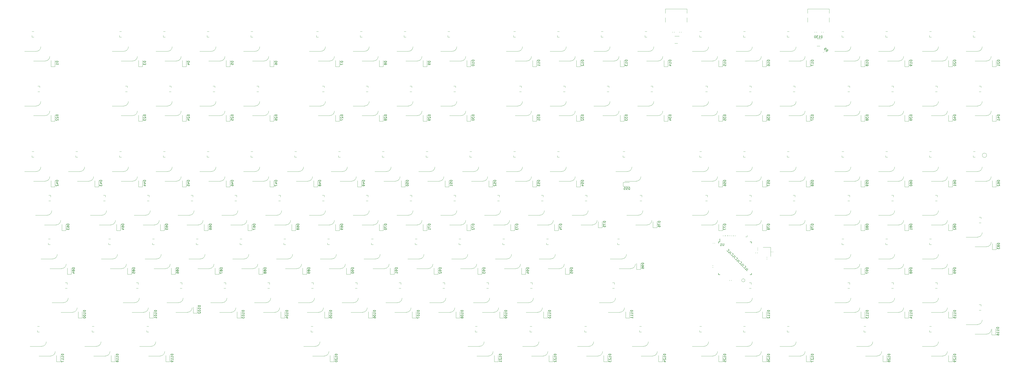
<source format=gbr>
%TF.GenerationSoftware,KiCad,Pcbnew,7.0.5*%
%TF.CreationDate,2023-06-20T21:05:11-04:00*%
%TF.ProjectId,100p-keebored,31303070-2d6b-4656-9562-6f7265642e6b,rev?*%
%TF.SameCoordinates,Original*%
%TF.FileFunction,Legend,Bot*%
%TF.FilePolarity,Positive*%
%FSLAX46Y46*%
G04 Gerber Fmt 4.6, Leading zero omitted, Abs format (unit mm)*
G04 Created by KiCad (PCBNEW 7.0.5) date 2023-06-20 21:05:11*
%MOMM*%
%LPD*%
G01*
G04 APERTURE LIST*
%ADD10C,0.150000*%
%ADD11C,0.120000*%
G04 APERTURE END LIST*
D10*
X384584789Y-173969871D02*
X384079712Y-174474948D01*
X384079712Y-174474948D02*
X384012369Y-174609635D01*
X384012369Y-174609635D02*
X384012369Y-174744322D01*
X384012369Y-174744322D02*
X384079712Y-174879009D01*
X384079712Y-174879009D02*
X384147056Y-174946352D01*
X383204247Y-174003543D02*
X383540964Y-174340261D01*
X383540964Y-174340261D02*
X384248071Y-173633154D01*
X382631827Y-173296436D02*
X382631827Y-173363780D01*
X382631827Y-173363780D02*
X382699170Y-173498467D01*
X382699170Y-173498467D02*
X382766514Y-173565810D01*
X382766514Y-173565810D02*
X382901201Y-173633154D01*
X382901201Y-173633154D02*
X383035888Y-173633154D01*
X383035888Y-173633154D02*
X383136903Y-173599482D01*
X383136903Y-173599482D02*
X383305262Y-173498467D01*
X383305262Y-173498467D02*
X383406277Y-173397451D01*
X383406277Y-173397451D02*
X383507292Y-173229093D01*
X383507292Y-173229093D02*
X383540964Y-173128077D01*
X383540964Y-173128077D02*
X383540964Y-172993390D01*
X383540964Y-172993390D02*
X383473621Y-172858703D01*
X383473621Y-172858703D02*
X383406277Y-172791360D01*
X383406277Y-172791360D02*
X383271590Y-172724016D01*
X383271590Y-172724016D02*
X383204247Y-172724016D01*
X382766514Y-172151597D02*
X382261438Y-172656673D01*
X382261438Y-172656673D02*
X382194094Y-172791360D01*
X382194094Y-172791360D02*
X382194094Y-172926047D01*
X382194094Y-172926047D02*
X382261438Y-173060734D01*
X382261438Y-173060734D02*
X382328781Y-173128077D01*
X381385972Y-172185268D02*
X381722689Y-172521986D01*
X381722689Y-172521986D02*
X382429796Y-171814879D01*
X380813552Y-171478161D02*
X380813552Y-171545505D01*
X380813552Y-171545505D02*
X380880895Y-171680192D01*
X380880895Y-171680192D02*
X380948239Y-171747535D01*
X380948239Y-171747535D02*
X381082926Y-171814879D01*
X381082926Y-171814879D02*
X381217613Y-171814879D01*
X381217613Y-171814879D02*
X381318628Y-171781207D01*
X381318628Y-171781207D02*
X381486987Y-171680192D01*
X381486987Y-171680192D02*
X381588002Y-171579177D01*
X381588002Y-171579177D02*
X381689017Y-171410818D01*
X381689017Y-171410818D02*
X381722689Y-171309803D01*
X381722689Y-171309803D02*
X381722689Y-171175116D01*
X381722689Y-171175116D02*
X381655346Y-171040429D01*
X381655346Y-171040429D02*
X381588002Y-170973085D01*
X381588002Y-170973085D02*
X381453315Y-170905742D01*
X381453315Y-170905742D02*
X381385972Y-170905742D01*
X380948239Y-170333322D02*
X380443163Y-170838398D01*
X380443163Y-170838398D02*
X380375819Y-170973085D01*
X380375819Y-170973085D02*
X380375819Y-171107772D01*
X380375819Y-171107772D02*
X380443163Y-171242459D01*
X380443163Y-171242459D02*
X380510506Y-171309803D01*
X379567697Y-170366993D02*
X379904414Y-170703711D01*
X379904414Y-170703711D02*
X380611521Y-169996604D01*
X378995277Y-169659886D02*
X378995277Y-169727230D01*
X378995277Y-169727230D02*
X379062621Y-169861917D01*
X379062621Y-169861917D02*
X379129964Y-169929260D01*
X379129964Y-169929260D02*
X379264651Y-169996604D01*
X379264651Y-169996604D02*
X379399338Y-169996604D01*
X379399338Y-169996604D02*
X379500353Y-169962932D01*
X379500353Y-169962932D02*
X379668712Y-169861917D01*
X379668712Y-169861917D02*
X379769727Y-169760902D01*
X379769727Y-169760902D02*
X379870743Y-169592543D01*
X379870743Y-169592543D02*
X379904414Y-169491528D01*
X379904414Y-169491528D02*
X379904414Y-169356841D01*
X379904414Y-169356841D02*
X379837071Y-169222154D01*
X379837071Y-169222154D02*
X379769727Y-169154810D01*
X379769727Y-169154810D02*
X379635040Y-169087467D01*
X379635040Y-169087467D02*
X379567697Y-169087467D01*
X379129964Y-168515047D02*
X378624888Y-169020123D01*
X378624888Y-169020123D02*
X378557544Y-169154810D01*
X378557544Y-169154810D02*
X378557544Y-169289497D01*
X378557544Y-169289497D02*
X378624888Y-169424184D01*
X378624888Y-169424184D02*
X378692231Y-169491528D01*
X377749422Y-168548718D02*
X378086140Y-168885436D01*
X378086140Y-168885436D02*
X378793246Y-168178329D01*
X377177002Y-167841612D02*
X377177002Y-167908955D01*
X377177002Y-167908955D02*
X377244346Y-168043642D01*
X377244346Y-168043642D02*
X377311689Y-168110986D01*
X377311689Y-168110986D02*
X377446376Y-168178329D01*
X377446376Y-168178329D02*
X377581063Y-168178329D01*
X377581063Y-168178329D02*
X377682078Y-168144657D01*
X377682078Y-168144657D02*
X377850437Y-168043642D01*
X377850437Y-168043642D02*
X377951452Y-167942627D01*
X377951452Y-167942627D02*
X378052468Y-167774268D01*
X378052468Y-167774268D02*
X378086139Y-167673253D01*
X378086139Y-167673253D02*
X378086139Y-167538566D01*
X378086139Y-167538566D02*
X378018796Y-167403879D01*
X378018796Y-167403879D02*
X377951452Y-167336535D01*
X377951452Y-167336535D02*
X377816765Y-167269192D01*
X377816765Y-167269192D02*
X377749422Y-167269192D01*
X377311689Y-166696772D02*
X376806613Y-167201848D01*
X376806613Y-167201848D02*
X376739269Y-167336535D01*
X376739269Y-167336535D02*
X376739269Y-167471222D01*
X376739269Y-167471222D02*
X376806613Y-167605909D01*
X376806613Y-167605909D02*
X376873956Y-167673253D01*
X375931147Y-166730444D02*
X376267865Y-167067161D01*
X376267865Y-167067161D02*
X376974972Y-166360054D01*
X375358727Y-166023337D02*
X375358727Y-166090680D01*
X375358727Y-166090680D02*
X375426071Y-166225367D01*
X375426071Y-166225367D02*
X375493414Y-166292711D01*
X375493414Y-166292711D02*
X375628101Y-166360054D01*
X375628101Y-166360054D02*
X375762788Y-166360054D01*
X375762788Y-166360054D02*
X375863804Y-166326382D01*
X375863804Y-166326382D02*
X376032162Y-166225367D01*
X376032162Y-166225367D02*
X376133178Y-166124352D01*
X376133178Y-166124352D02*
X376234193Y-165955993D01*
X376234193Y-165955993D02*
X376267865Y-165854978D01*
X376267865Y-165854978D02*
X376267865Y-165720291D01*
X376267865Y-165720291D02*
X376200521Y-165585604D01*
X376200521Y-165585604D02*
X376133178Y-165518260D01*
X376133178Y-165518260D02*
X375998491Y-165450917D01*
X375998491Y-165450917D02*
X375931147Y-165450917D01*
%TO.C,D50*%
X236822043Y-135416990D02*
X235822043Y-135416990D01*
X235822043Y-135416990D02*
X235822043Y-135655085D01*
X235822043Y-135655085D02*
X235869662Y-135797942D01*
X235869662Y-135797942D02*
X235964900Y-135893180D01*
X235964900Y-135893180D02*
X236060138Y-135940799D01*
X236060138Y-135940799D02*
X236250614Y-135988418D01*
X236250614Y-135988418D02*
X236393471Y-135988418D01*
X236393471Y-135988418D02*
X236583947Y-135940799D01*
X236583947Y-135940799D02*
X236679185Y-135893180D01*
X236679185Y-135893180D02*
X236774424Y-135797942D01*
X236774424Y-135797942D02*
X236822043Y-135655085D01*
X236822043Y-135655085D02*
X236822043Y-135416990D01*
X235822043Y-136893180D02*
X235822043Y-136416990D01*
X235822043Y-136416990D02*
X236298233Y-136369371D01*
X236298233Y-136369371D02*
X236250614Y-136416990D01*
X236250614Y-136416990D02*
X236202995Y-136512228D01*
X236202995Y-136512228D02*
X236202995Y-136750323D01*
X236202995Y-136750323D02*
X236250614Y-136845561D01*
X236250614Y-136845561D02*
X236298233Y-136893180D01*
X236298233Y-136893180D02*
X236393471Y-136940799D01*
X236393471Y-136940799D02*
X236631566Y-136940799D01*
X236631566Y-136940799D02*
X236726804Y-136893180D01*
X236726804Y-136893180D02*
X236774424Y-136845561D01*
X236774424Y-136845561D02*
X236822043Y-136750323D01*
X236822043Y-136750323D02*
X236822043Y-136512228D01*
X236822043Y-136512228D02*
X236774424Y-136416990D01*
X236774424Y-136416990D02*
X236726804Y-136369371D01*
X235822043Y-137559847D02*
X235822043Y-137655085D01*
X235822043Y-137655085D02*
X235869662Y-137750323D01*
X235869662Y-137750323D02*
X235917281Y-137797942D01*
X235917281Y-137797942D02*
X236012519Y-137845561D01*
X236012519Y-137845561D02*
X236202995Y-137893180D01*
X236202995Y-137893180D02*
X236441090Y-137893180D01*
X236441090Y-137893180D02*
X236631566Y-137845561D01*
X236631566Y-137845561D02*
X236726804Y-137797942D01*
X236726804Y-137797942D02*
X236774424Y-137750323D01*
X236774424Y-137750323D02*
X236822043Y-137655085D01*
X236822043Y-137655085D02*
X236822043Y-137559847D01*
X236822043Y-137559847D02*
X236774424Y-137464609D01*
X236774424Y-137464609D02*
X236726804Y-137416990D01*
X236726804Y-137416990D02*
X236631566Y-137369371D01*
X236631566Y-137369371D02*
X236441090Y-137321752D01*
X236441090Y-137321752D02*
X236202995Y-137321752D01*
X236202995Y-137321752D02*
X236012519Y-137369371D01*
X236012519Y-137369371D02*
X235917281Y-137416990D01*
X235917281Y-137416990D02*
X235869662Y-137464609D01*
X235869662Y-137464609D02*
X235822043Y-137559847D01*
%TO.C,D16*%
X393984411Y-83029534D02*
X392984411Y-83029534D01*
X392984411Y-83029534D02*
X392984411Y-83267629D01*
X392984411Y-83267629D02*
X393032030Y-83410486D01*
X393032030Y-83410486D02*
X393127268Y-83505724D01*
X393127268Y-83505724D02*
X393222506Y-83553343D01*
X393222506Y-83553343D02*
X393412982Y-83600962D01*
X393412982Y-83600962D02*
X393555839Y-83600962D01*
X393555839Y-83600962D02*
X393746315Y-83553343D01*
X393746315Y-83553343D02*
X393841553Y-83505724D01*
X393841553Y-83505724D02*
X393936792Y-83410486D01*
X393936792Y-83410486D02*
X393984411Y-83267629D01*
X393984411Y-83267629D02*
X393984411Y-83029534D01*
X393984411Y-84553343D02*
X393984411Y-83981915D01*
X393984411Y-84267629D02*
X392984411Y-84267629D01*
X392984411Y-84267629D02*
X393127268Y-84172391D01*
X393127268Y-84172391D02*
X393222506Y-84077153D01*
X393222506Y-84077153D02*
X393270125Y-83981915D01*
X392984411Y-85410486D02*
X392984411Y-85220010D01*
X392984411Y-85220010D02*
X393032030Y-85124772D01*
X393032030Y-85124772D02*
X393079649Y-85077153D01*
X393079649Y-85077153D02*
X393222506Y-84981915D01*
X393222506Y-84981915D02*
X393412982Y-84934296D01*
X393412982Y-84934296D02*
X393793934Y-84934296D01*
X393793934Y-84934296D02*
X393889172Y-84981915D01*
X393889172Y-84981915D02*
X393936792Y-85029534D01*
X393936792Y-85029534D02*
X393984411Y-85124772D01*
X393984411Y-85124772D02*
X393984411Y-85315248D01*
X393984411Y-85315248D02*
X393936792Y-85410486D01*
X393936792Y-85410486D02*
X393889172Y-85458105D01*
X393889172Y-85458105D02*
X393793934Y-85505724D01*
X393793934Y-85505724D02*
X393555839Y-85505724D01*
X393555839Y-85505724D02*
X393460601Y-85458105D01*
X393460601Y-85458105D02*
X393412982Y-85410486D01*
X393412982Y-85410486D02*
X393365363Y-85315248D01*
X393365363Y-85315248D02*
X393365363Y-85124772D01*
X393365363Y-85124772D02*
X393412982Y-85029534D01*
X393412982Y-85029534D02*
X393460601Y-84981915D01*
X393460601Y-84981915D02*
X393555839Y-84934296D01*
%TO.C,D91*%
X232059547Y-173516958D02*
X231059547Y-173516958D01*
X231059547Y-173516958D02*
X231059547Y-173755053D01*
X231059547Y-173755053D02*
X231107166Y-173897910D01*
X231107166Y-173897910D02*
X231202404Y-173993148D01*
X231202404Y-173993148D02*
X231297642Y-174040767D01*
X231297642Y-174040767D02*
X231488118Y-174088386D01*
X231488118Y-174088386D02*
X231630975Y-174088386D01*
X231630975Y-174088386D02*
X231821451Y-174040767D01*
X231821451Y-174040767D02*
X231916689Y-173993148D01*
X231916689Y-173993148D02*
X232011928Y-173897910D01*
X232011928Y-173897910D02*
X232059547Y-173755053D01*
X232059547Y-173755053D02*
X232059547Y-173516958D01*
X232059547Y-174564577D02*
X232059547Y-174755053D01*
X232059547Y-174755053D02*
X232011928Y-174850291D01*
X232011928Y-174850291D02*
X231964308Y-174897910D01*
X231964308Y-174897910D02*
X231821451Y-174993148D01*
X231821451Y-174993148D02*
X231630975Y-175040767D01*
X231630975Y-175040767D02*
X231250023Y-175040767D01*
X231250023Y-175040767D02*
X231154785Y-174993148D01*
X231154785Y-174993148D02*
X231107166Y-174945529D01*
X231107166Y-174945529D02*
X231059547Y-174850291D01*
X231059547Y-174850291D02*
X231059547Y-174659815D01*
X231059547Y-174659815D02*
X231107166Y-174564577D01*
X231107166Y-174564577D02*
X231154785Y-174516958D01*
X231154785Y-174516958D02*
X231250023Y-174469339D01*
X231250023Y-174469339D02*
X231488118Y-174469339D01*
X231488118Y-174469339D02*
X231583356Y-174516958D01*
X231583356Y-174516958D02*
X231630975Y-174564577D01*
X231630975Y-174564577D02*
X231678594Y-174659815D01*
X231678594Y-174659815D02*
X231678594Y-174850291D01*
X231678594Y-174850291D02*
X231630975Y-174945529D01*
X231630975Y-174945529D02*
X231583356Y-174993148D01*
X231583356Y-174993148D02*
X231488118Y-175040767D01*
X232059547Y-175993148D02*
X232059547Y-175421720D01*
X232059547Y-175707434D02*
X231059547Y-175707434D01*
X231059547Y-175707434D02*
X231202404Y-175612196D01*
X231202404Y-175612196D02*
X231297642Y-175516958D01*
X231297642Y-175516958D02*
X231345261Y-175421720D01*
%TO.C,D6*%
X179672091Y-83505725D02*
X178672091Y-83505725D01*
X178672091Y-83505725D02*
X178672091Y-83743820D01*
X178672091Y-83743820D02*
X178719710Y-83886677D01*
X178719710Y-83886677D02*
X178814948Y-83981915D01*
X178814948Y-83981915D02*
X178910186Y-84029534D01*
X178910186Y-84029534D02*
X179100662Y-84077153D01*
X179100662Y-84077153D02*
X179243519Y-84077153D01*
X179243519Y-84077153D02*
X179433995Y-84029534D01*
X179433995Y-84029534D02*
X179529233Y-83981915D01*
X179529233Y-83981915D02*
X179624472Y-83886677D01*
X179624472Y-83886677D02*
X179672091Y-83743820D01*
X179672091Y-83743820D02*
X179672091Y-83505725D01*
X178672091Y-84934296D02*
X178672091Y-84743820D01*
X178672091Y-84743820D02*
X178719710Y-84648582D01*
X178719710Y-84648582D02*
X178767329Y-84600963D01*
X178767329Y-84600963D02*
X178910186Y-84505725D01*
X178910186Y-84505725D02*
X179100662Y-84458106D01*
X179100662Y-84458106D02*
X179481614Y-84458106D01*
X179481614Y-84458106D02*
X179576852Y-84505725D01*
X179576852Y-84505725D02*
X179624472Y-84553344D01*
X179624472Y-84553344D02*
X179672091Y-84648582D01*
X179672091Y-84648582D02*
X179672091Y-84839058D01*
X179672091Y-84839058D02*
X179624472Y-84934296D01*
X179624472Y-84934296D02*
X179576852Y-84981915D01*
X179576852Y-84981915D02*
X179481614Y-85029534D01*
X179481614Y-85029534D02*
X179243519Y-85029534D01*
X179243519Y-85029534D02*
X179148281Y-84981915D01*
X179148281Y-84981915D02*
X179100662Y-84934296D01*
X179100662Y-84934296D02*
X179053043Y-84839058D01*
X179053043Y-84839058D02*
X179053043Y-84648582D01*
X179053043Y-84648582D02*
X179100662Y-84553344D01*
X179100662Y-84553344D02*
X179148281Y-84505725D01*
X179148281Y-84505725D02*
X179243519Y-84458106D01*
%TO.C,D88*%
X174909595Y-173516958D02*
X173909595Y-173516958D01*
X173909595Y-173516958D02*
X173909595Y-173755053D01*
X173909595Y-173755053D02*
X173957214Y-173897910D01*
X173957214Y-173897910D02*
X174052452Y-173993148D01*
X174052452Y-173993148D02*
X174147690Y-174040767D01*
X174147690Y-174040767D02*
X174338166Y-174088386D01*
X174338166Y-174088386D02*
X174481023Y-174088386D01*
X174481023Y-174088386D02*
X174671499Y-174040767D01*
X174671499Y-174040767D02*
X174766737Y-173993148D01*
X174766737Y-173993148D02*
X174861976Y-173897910D01*
X174861976Y-173897910D02*
X174909595Y-173755053D01*
X174909595Y-173755053D02*
X174909595Y-173516958D01*
X174338166Y-174659815D02*
X174290547Y-174564577D01*
X174290547Y-174564577D02*
X174242928Y-174516958D01*
X174242928Y-174516958D02*
X174147690Y-174469339D01*
X174147690Y-174469339D02*
X174100071Y-174469339D01*
X174100071Y-174469339D02*
X174004833Y-174516958D01*
X174004833Y-174516958D02*
X173957214Y-174564577D01*
X173957214Y-174564577D02*
X173909595Y-174659815D01*
X173909595Y-174659815D02*
X173909595Y-174850291D01*
X173909595Y-174850291D02*
X173957214Y-174945529D01*
X173957214Y-174945529D02*
X174004833Y-174993148D01*
X174004833Y-174993148D02*
X174100071Y-175040767D01*
X174100071Y-175040767D02*
X174147690Y-175040767D01*
X174147690Y-175040767D02*
X174242928Y-174993148D01*
X174242928Y-174993148D02*
X174290547Y-174945529D01*
X174290547Y-174945529D02*
X174338166Y-174850291D01*
X174338166Y-174850291D02*
X174338166Y-174659815D01*
X174338166Y-174659815D02*
X174385785Y-174564577D01*
X174385785Y-174564577D02*
X174433404Y-174516958D01*
X174433404Y-174516958D02*
X174528642Y-174469339D01*
X174528642Y-174469339D02*
X174719118Y-174469339D01*
X174719118Y-174469339D02*
X174814356Y-174516958D01*
X174814356Y-174516958D02*
X174861976Y-174564577D01*
X174861976Y-174564577D02*
X174909595Y-174659815D01*
X174909595Y-174659815D02*
X174909595Y-174850291D01*
X174909595Y-174850291D02*
X174861976Y-174945529D01*
X174861976Y-174945529D02*
X174814356Y-174993148D01*
X174814356Y-174993148D02*
X174719118Y-175040767D01*
X174719118Y-175040767D02*
X174528642Y-175040767D01*
X174528642Y-175040767D02*
X174433404Y-174993148D01*
X174433404Y-174993148D02*
X174385785Y-174945529D01*
X174385785Y-174945529D02*
X174338166Y-174850291D01*
X174338166Y-175612196D02*
X174290547Y-175516958D01*
X174290547Y-175516958D02*
X174242928Y-175469339D01*
X174242928Y-175469339D02*
X174147690Y-175421720D01*
X174147690Y-175421720D02*
X174100071Y-175421720D01*
X174100071Y-175421720D02*
X174004833Y-175469339D01*
X174004833Y-175469339D02*
X173957214Y-175516958D01*
X173957214Y-175516958D02*
X173909595Y-175612196D01*
X173909595Y-175612196D02*
X173909595Y-175802672D01*
X173909595Y-175802672D02*
X173957214Y-175897910D01*
X173957214Y-175897910D02*
X174004833Y-175945529D01*
X174004833Y-175945529D02*
X174100071Y-175993148D01*
X174100071Y-175993148D02*
X174147690Y-175993148D01*
X174147690Y-175993148D02*
X174242928Y-175945529D01*
X174242928Y-175945529D02*
X174290547Y-175897910D01*
X174290547Y-175897910D02*
X174338166Y-175802672D01*
X174338166Y-175802672D02*
X174338166Y-175612196D01*
X174338166Y-175612196D02*
X174385785Y-175516958D01*
X174385785Y-175516958D02*
X174433404Y-175469339D01*
X174433404Y-175469339D02*
X174528642Y-175421720D01*
X174528642Y-175421720D02*
X174719118Y-175421720D01*
X174719118Y-175421720D02*
X174814356Y-175469339D01*
X174814356Y-175469339D02*
X174861976Y-175516958D01*
X174861976Y-175516958D02*
X174909595Y-175612196D01*
X174909595Y-175612196D02*
X174909595Y-175802672D01*
X174909595Y-175802672D02*
X174861976Y-175897910D01*
X174861976Y-175897910D02*
X174814356Y-175945529D01*
X174814356Y-175945529D02*
X174719118Y-175993148D01*
X174719118Y-175993148D02*
X174528642Y-175993148D01*
X174528642Y-175993148D02*
X174433404Y-175945529D01*
X174433404Y-175945529D02*
X174385785Y-175897910D01*
X174385785Y-175897910D02*
X174338166Y-175802672D01*
%TO.C,D77*%
X374934427Y-154466974D02*
X373934427Y-154466974D01*
X373934427Y-154466974D02*
X373934427Y-154705069D01*
X373934427Y-154705069D02*
X373982046Y-154847926D01*
X373982046Y-154847926D02*
X374077284Y-154943164D01*
X374077284Y-154943164D02*
X374172522Y-154990783D01*
X374172522Y-154990783D02*
X374362998Y-155038402D01*
X374362998Y-155038402D02*
X374505855Y-155038402D01*
X374505855Y-155038402D02*
X374696331Y-154990783D01*
X374696331Y-154990783D02*
X374791569Y-154943164D01*
X374791569Y-154943164D02*
X374886808Y-154847926D01*
X374886808Y-154847926D02*
X374934427Y-154705069D01*
X374934427Y-154705069D02*
X374934427Y-154466974D01*
X373934427Y-155371736D02*
X373934427Y-156038402D01*
X373934427Y-156038402D02*
X374934427Y-155609831D01*
X373934427Y-156324117D02*
X373934427Y-156990783D01*
X373934427Y-156990783D02*
X374934427Y-156562212D01*
%TO.C,D33*%
X332071963Y-106842014D02*
X331071963Y-106842014D01*
X331071963Y-106842014D02*
X331071963Y-107080109D01*
X331071963Y-107080109D02*
X331119582Y-107222966D01*
X331119582Y-107222966D02*
X331214820Y-107318204D01*
X331214820Y-107318204D02*
X331310058Y-107365823D01*
X331310058Y-107365823D02*
X331500534Y-107413442D01*
X331500534Y-107413442D02*
X331643391Y-107413442D01*
X331643391Y-107413442D02*
X331833867Y-107365823D01*
X331833867Y-107365823D02*
X331929105Y-107318204D01*
X331929105Y-107318204D02*
X332024344Y-107222966D01*
X332024344Y-107222966D02*
X332071963Y-107080109D01*
X332071963Y-107080109D02*
X332071963Y-106842014D01*
X331071963Y-107746776D02*
X331071963Y-108365823D01*
X331071963Y-108365823D02*
X331452915Y-108032490D01*
X331452915Y-108032490D02*
X331452915Y-108175347D01*
X331452915Y-108175347D02*
X331500534Y-108270585D01*
X331500534Y-108270585D02*
X331548153Y-108318204D01*
X331548153Y-108318204D02*
X331643391Y-108365823D01*
X331643391Y-108365823D02*
X331881486Y-108365823D01*
X331881486Y-108365823D02*
X331976724Y-108318204D01*
X331976724Y-108318204D02*
X332024344Y-108270585D01*
X332024344Y-108270585D02*
X332071963Y-108175347D01*
X332071963Y-108175347D02*
X332071963Y-107889633D01*
X332071963Y-107889633D02*
X332024344Y-107794395D01*
X332024344Y-107794395D02*
X331976724Y-107746776D01*
X331071963Y-108699157D02*
X331071963Y-109318204D01*
X331071963Y-109318204D02*
X331452915Y-108984871D01*
X331452915Y-108984871D02*
X331452915Y-109127728D01*
X331452915Y-109127728D02*
X331500534Y-109222966D01*
X331500534Y-109222966D02*
X331548153Y-109270585D01*
X331548153Y-109270585D02*
X331643391Y-109318204D01*
X331643391Y-109318204D02*
X331881486Y-109318204D01*
X331881486Y-109318204D02*
X331976724Y-109270585D01*
X331976724Y-109270585D02*
X332024344Y-109222966D01*
X332024344Y-109222966D02*
X332071963Y-109127728D01*
X332071963Y-109127728D02*
X332071963Y-108842014D01*
X332071963Y-108842014D02*
X332024344Y-108746776D01*
X332024344Y-108746776D02*
X331976724Y-108699157D01*
%TO.C,D35*%
X374934427Y-106842014D02*
X373934427Y-106842014D01*
X373934427Y-106842014D02*
X373934427Y-107080109D01*
X373934427Y-107080109D02*
X373982046Y-107222966D01*
X373982046Y-107222966D02*
X374077284Y-107318204D01*
X374077284Y-107318204D02*
X374172522Y-107365823D01*
X374172522Y-107365823D02*
X374362998Y-107413442D01*
X374362998Y-107413442D02*
X374505855Y-107413442D01*
X374505855Y-107413442D02*
X374696331Y-107365823D01*
X374696331Y-107365823D02*
X374791569Y-107318204D01*
X374791569Y-107318204D02*
X374886808Y-107222966D01*
X374886808Y-107222966D02*
X374934427Y-107080109D01*
X374934427Y-107080109D02*
X374934427Y-106842014D01*
X373934427Y-107746776D02*
X373934427Y-108365823D01*
X373934427Y-108365823D02*
X374315379Y-108032490D01*
X374315379Y-108032490D02*
X374315379Y-108175347D01*
X374315379Y-108175347D02*
X374362998Y-108270585D01*
X374362998Y-108270585D02*
X374410617Y-108318204D01*
X374410617Y-108318204D02*
X374505855Y-108365823D01*
X374505855Y-108365823D02*
X374743950Y-108365823D01*
X374743950Y-108365823D02*
X374839188Y-108318204D01*
X374839188Y-108318204D02*
X374886808Y-108270585D01*
X374886808Y-108270585D02*
X374934427Y-108175347D01*
X374934427Y-108175347D02*
X374934427Y-107889633D01*
X374934427Y-107889633D02*
X374886808Y-107794395D01*
X374886808Y-107794395D02*
X374839188Y-107746776D01*
X373934427Y-109270585D02*
X373934427Y-108794395D01*
X373934427Y-108794395D02*
X374410617Y-108746776D01*
X374410617Y-108746776D02*
X374362998Y-108794395D01*
X374362998Y-108794395D02*
X374315379Y-108889633D01*
X374315379Y-108889633D02*
X374315379Y-109127728D01*
X374315379Y-109127728D02*
X374362998Y-109222966D01*
X374362998Y-109222966D02*
X374410617Y-109270585D01*
X374410617Y-109270585D02*
X374505855Y-109318204D01*
X374505855Y-109318204D02*
X374743950Y-109318204D01*
X374743950Y-109318204D02*
X374839188Y-109270585D01*
X374839188Y-109270585D02*
X374886808Y-109222966D01*
X374886808Y-109222966D02*
X374934427Y-109127728D01*
X374934427Y-109127728D02*
X374934427Y-108889633D01*
X374934427Y-108889633D02*
X374886808Y-108794395D01*
X374886808Y-108794395D02*
X374839188Y-108746776D01*
%TO.C,D129*%
X474946843Y-211140736D02*
X473946843Y-211140736D01*
X473946843Y-211140736D02*
X473946843Y-211378831D01*
X473946843Y-211378831D02*
X473994462Y-211521688D01*
X473994462Y-211521688D02*
X474089700Y-211616926D01*
X474089700Y-211616926D02*
X474184938Y-211664545D01*
X474184938Y-211664545D02*
X474375414Y-211712164D01*
X474375414Y-211712164D02*
X474518271Y-211712164D01*
X474518271Y-211712164D02*
X474708747Y-211664545D01*
X474708747Y-211664545D02*
X474803985Y-211616926D01*
X474803985Y-211616926D02*
X474899224Y-211521688D01*
X474899224Y-211521688D02*
X474946843Y-211378831D01*
X474946843Y-211378831D02*
X474946843Y-211140736D01*
X474946843Y-212664545D02*
X474946843Y-212093117D01*
X474946843Y-212378831D02*
X473946843Y-212378831D01*
X473946843Y-212378831D02*
X474089700Y-212283593D01*
X474089700Y-212283593D02*
X474184938Y-212188355D01*
X474184938Y-212188355D02*
X474232557Y-212093117D01*
X474042081Y-213045498D02*
X473994462Y-213093117D01*
X473994462Y-213093117D02*
X473946843Y-213188355D01*
X473946843Y-213188355D02*
X473946843Y-213426450D01*
X473946843Y-213426450D02*
X473994462Y-213521688D01*
X473994462Y-213521688D02*
X474042081Y-213569307D01*
X474042081Y-213569307D02*
X474137319Y-213616926D01*
X474137319Y-213616926D02*
X474232557Y-213616926D01*
X474232557Y-213616926D02*
X474375414Y-213569307D01*
X474375414Y-213569307D02*
X474946843Y-212997879D01*
X474946843Y-212997879D02*
X474946843Y-213616926D01*
X474946843Y-214093117D02*
X474946843Y-214283593D01*
X474946843Y-214283593D02*
X474899224Y-214378831D01*
X474899224Y-214378831D02*
X474851604Y-214426450D01*
X474851604Y-214426450D02*
X474708747Y-214521688D01*
X474708747Y-214521688D02*
X474518271Y-214569307D01*
X474518271Y-214569307D02*
X474137319Y-214569307D01*
X474137319Y-214569307D02*
X474042081Y-214521688D01*
X474042081Y-214521688D02*
X473994462Y-214474069D01*
X473994462Y-214474069D02*
X473946843Y-214378831D01*
X473946843Y-214378831D02*
X473946843Y-214188355D01*
X473946843Y-214188355D02*
X473994462Y-214093117D01*
X473994462Y-214093117D02*
X474042081Y-214045498D01*
X474042081Y-214045498D02*
X474137319Y-213997879D01*
X474137319Y-213997879D02*
X474375414Y-213997879D01*
X474375414Y-213997879D02*
X474470652Y-214045498D01*
X474470652Y-214045498D02*
X474518271Y-214093117D01*
X474518271Y-214093117D02*
X474565890Y-214188355D01*
X474565890Y-214188355D02*
X474565890Y-214378831D01*
X474565890Y-214378831D02*
X474518271Y-214474069D01*
X474518271Y-214474069D02*
X474470652Y-214521688D01*
X474470652Y-214521688D02*
X474375414Y-214569307D01*
%TO.C,D63*%
X89184667Y-154466974D02*
X88184667Y-154466974D01*
X88184667Y-154466974D02*
X88184667Y-154705069D01*
X88184667Y-154705069D02*
X88232286Y-154847926D01*
X88232286Y-154847926D02*
X88327524Y-154943164D01*
X88327524Y-154943164D02*
X88422762Y-154990783D01*
X88422762Y-154990783D02*
X88613238Y-155038402D01*
X88613238Y-155038402D02*
X88756095Y-155038402D01*
X88756095Y-155038402D02*
X88946571Y-154990783D01*
X88946571Y-154990783D02*
X89041809Y-154943164D01*
X89041809Y-154943164D02*
X89137048Y-154847926D01*
X89137048Y-154847926D02*
X89184667Y-154705069D01*
X89184667Y-154705069D02*
X89184667Y-154466974D01*
X88184667Y-155895545D02*
X88184667Y-155705069D01*
X88184667Y-155705069D02*
X88232286Y-155609831D01*
X88232286Y-155609831D02*
X88279905Y-155562212D01*
X88279905Y-155562212D02*
X88422762Y-155466974D01*
X88422762Y-155466974D02*
X88613238Y-155419355D01*
X88613238Y-155419355D02*
X88994190Y-155419355D01*
X88994190Y-155419355D02*
X89089428Y-155466974D01*
X89089428Y-155466974D02*
X89137048Y-155514593D01*
X89137048Y-155514593D02*
X89184667Y-155609831D01*
X89184667Y-155609831D02*
X89184667Y-155800307D01*
X89184667Y-155800307D02*
X89137048Y-155895545D01*
X89137048Y-155895545D02*
X89089428Y-155943164D01*
X89089428Y-155943164D02*
X88994190Y-155990783D01*
X88994190Y-155990783D02*
X88756095Y-155990783D01*
X88756095Y-155990783D02*
X88660857Y-155943164D01*
X88660857Y-155943164D02*
X88613238Y-155895545D01*
X88613238Y-155895545D02*
X88565619Y-155800307D01*
X88565619Y-155800307D02*
X88565619Y-155609831D01*
X88565619Y-155609831D02*
X88613238Y-155514593D01*
X88613238Y-155514593D02*
X88660857Y-155466974D01*
X88660857Y-155466974D02*
X88756095Y-155419355D01*
X88184667Y-156324117D02*
X88184667Y-156943164D01*
X88184667Y-156943164D02*
X88565619Y-156609831D01*
X88565619Y-156609831D02*
X88565619Y-156752688D01*
X88565619Y-156752688D02*
X88613238Y-156847926D01*
X88613238Y-156847926D02*
X88660857Y-156895545D01*
X88660857Y-156895545D02*
X88756095Y-156943164D01*
X88756095Y-156943164D02*
X88994190Y-156943164D01*
X88994190Y-156943164D02*
X89089428Y-156895545D01*
X89089428Y-156895545D02*
X89137048Y-156847926D01*
X89137048Y-156847926D02*
X89184667Y-156752688D01*
X89184667Y-156752688D02*
X89184667Y-156466974D01*
X89184667Y-156466974D02*
X89137048Y-156371736D01*
X89137048Y-156371736D02*
X89089428Y-156324117D01*
%TO.C,D118*%
X110615899Y-211140736D02*
X109615899Y-211140736D01*
X109615899Y-211140736D02*
X109615899Y-211378831D01*
X109615899Y-211378831D02*
X109663518Y-211521688D01*
X109663518Y-211521688D02*
X109758756Y-211616926D01*
X109758756Y-211616926D02*
X109853994Y-211664545D01*
X109853994Y-211664545D02*
X110044470Y-211712164D01*
X110044470Y-211712164D02*
X110187327Y-211712164D01*
X110187327Y-211712164D02*
X110377803Y-211664545D01*
X110377803Y-211664545D02*
X110473041Y-211616926D01*
X110473041Y-211616926D02*
X110568280Y-211521688D01*
X110568280Y-211521688D02*
X110615899Y-211378831D01*
X110615899Y-211378831D02*
X110615899Y-211140736D01*
X110615899Y-212664545D02*
X110615899Y-212093117D01*
X110615899Y-212378831D02*
X109615899Y-212378831D01*
X109615899Y-212378831D02*
X109758756Y-212283593D01*
X109758756Y-212283593D02*
X109853994Y-212188355D01*
X109853994Y-212188355D02*
X109901613Y-212093117D01*
X110615899Y-213616926D02*
X110615899Y-213045498D01*
X110615899Y-213331212D02*
X109615899Y-213331212D01*
X109615899Y-213331212D02*
X109758756Y-213235974D01*
X109758756Y-213235974D02*
X109853994Y-213140736D01*
X109853994Y-213140736D02*
X109901613Y-213045498D01*
X110044470Y-214188355D02*
X109996851Y-214093117D01*
X109996851Y-214093117D02*
X109949232Y-214045498D01*
X109949232Y-214045498D02*
X109853994Y-213997879D01*
X109853994Y-213997879D02*
X109806375Y-213997879D01*
X109806375Y-213997879D02*
X109711137Y-214045498D01*
X109711137Y-214045498D02*
X109663518Y-214093117D01*
X109663518Y-214093117D02*
X109615899Y-214188355D01*
X109615899Y-214188355D02*
X109615899Y-214378831D01*
X109615899Y-214378831D02*
X109663518Y-214474069D01*
X109663518Y-214474069D02*
X109711137Y-214521688D01*
X109711137Y-214521688D02*
X109806375Y-214569307D01*
X109806375Y-214569307D02*
X109853994Y-214569307D01*
X109853994Y-214569307D02*
X109949232Y-214521688D01*
X109949232Y-214521688D02*
X109996851Y-214474069D01*
X109996851Y-214474069D02*
X110044470Y-214378831D01*
X110044470Y-214378831D02*
X110044470Y-214188355D01*
X110044470Y-214188355D02*
X110092089Y-214093117D01*
X110092089Y-214093117D02*
X110139708Y-214045498D01*
X110139708Y-214045498D02*
X110234946Y-213997879D01*
X110234946Y-213997879D02*
X110425422Y-213997879D01*
X110425422Y-213997879D02*
X110520660Y-214045498D01*
X110520660Y-214045498D02*
X110568280Y-214093117D01*
X110568280Y-214093117D02*
X110615899Y-214188355D01*
X110615899Y-214188355D02*
X110615899Y-214378831D01*
X110615899Y-214378831D02*
X110568280Y-214474069D01*
X110568280Y-214474069D02*
X110520660Y-214521688D01*
X110520660Y-214521688D02*
X110425422Y-214569307D01*
X110425422Y-214569307D02*
X110234946Y-214569307D01*
X110234946Y-214569307D02*
X110139708Y-214521688D01*
X110139708Y-214521688D02*
X110092089Y-214474069D01*
X110092089Y-214474069D02*
X110044470Y-214378831D01*
%TO.C,D42*%
X84422171Y-135416990D02*
X83422171Y-135416990D01*
X83422171Y-135416990D02*
X83422171Y-135655085D01*
X83422171Y-135655085D02*
X83469790Y-135797942D01*
X83469790Y-135797942D02*
X83565028Y-135893180D01*
X83565028Y-135893180D02*
X83660266Y-135940799D01*
X83660266Y-135940799D02*
X83850742Y-135988418D01*
X83850742Y-135988418D02*
X83993599Y-135988418D01*
X83993599Y-135988418D02*
X84184075Y-135940799D01*
X84184075Y-135940799D02*
X84279313Y-135893180D01*
X84279313Y-135893180D02*
X84374552Y-135797942D01*
X84374552Y-135797942D02*
X84422171Y-135655085D01*
X84422171Y-135655085D02*
X84422171Y-135416990D01*
X83755504Y-136845561D02*
X84422171Y-136845561D01*
X83374552Y-136607466D02*
X84088837Y-136369371D01*
X84088837Y-136369371D02*
X84088837Y-136988418D01*
X83517409Y-137321752D02*
X83469790Y-137369371D01*
X83469790Y-137369371D02*
X83422171Y-137464609D01*
X83422171Y-137464609D02*
X83422171Y-137702704D01*
X83422171Y-137702704D02*
X83469790Y-137797942D01*
X83469790Y-137797942D02*
X83517409Y-137845561D01*
X83517409Y-137845561D02*
X83612647Y-137893180D01*
X83612647Y-137893180D02*
X83707885Y-137893180D01*
X83707885Y-137893180D02*
X83850742Y-137845561D01*
X83850742Y-137845561D02*
X84422171Y-137274133D01*
X84422171Y-137274133D02*
X84422171Y-137893180D01*
%TO.C,D102*%
X146334619Y-190007160D02*
X145334619Y-190007160D01*
X145334619Y-190007160D02*
X145334619Y-190245255D01*
X145334619Y-190245255D02*
X145382238Y-190388112D01*
X145382238Y-190388112D02*
X145477476Y-190483350D01*
X145477476Y-190483350D02*
X145572714Y-190530969D01*
X145572714Y-190530969D02*
X145763190Y-190578588D01*
X145763190Y-190578588D02*
X145906047Y-190578588D01*
X145906047Y-190578588D02*
X146096523Y-190530969D01*
X146096523Y-190530969D02*
X146191761Y-190483350D01*
X146191761Y-190483350D02*
X146287000Y-190388112D01*
X146287000Y-190388112D02*
X146334619Y-190245255D01*
X146334619Y-190245255D02*
X146334619Y-190007160D01*
X146334619Y-191530969D02*
X146334619Y-190959541D01*
X146334619Y-191245255D02*
X145334619Y-191245255D01*
X145334619Y-191245255D02*
X145477476Y-191150017D01*
X145477476Y-191150017D02*
X145572714Y-191054779D01*
X145572714Y-191054779D02*
X145620333Y-190959541D01*
X145334619Y-192150017D02*
X145334619Y-192245255D01*
X145334619Y-192245255D02*
X145382238Y-192340493D01*
X145382238Y-192340493D02*
X145429857Y-192388112D01*
X145429857Y-192388112D02*
X145525095Y-192435731D01*
X145525095Y-192435731D02*
X145715571Y-192483350D01*
X145715571Y-192483350D02*
X145953666Y-192483350D01*
X145953666Y-192483350D02*
X146144142Y-192435731D01*
X146144142Y-192435731D02*
X146239380Y-192388112D01*
X146239380Y-192388112D02*
X146287000Y-192340493D01*
X146287000Y-192340493D02*
X146334619Y-192245255D01*
X146334619Y-192245255D02*
X146334619Y-192150017D01*
X146334619Y-192150017D02*
X146287000Y-192054779D01*
X146287000Y-192054779D02*
X146239380Y-192007160D01*
X146239380Y-192007160D02*
X146144142Y-191959541D01*
X146144142Y-191959541D02*
X145953666Y-191911922D01*
X145953666Y-191911922D02*
X145715571Y-191911922D01*
X145715571Y-191911922D02*
X145525095Y-191959541D01*
X145525095Y-191959541D02*
X145429857Y-192007160D01*
X145429857Y-192007160D02*
X145382238Y-192054779D01*
X145382238Y-192054779D02*
X145334619Y-192150017D01*
X145429857Y-192864303D02*
X145382238Y-192911922D01*
X145382238Y-192911922D02*
X145334619Y-193007160D01*
X145334619Y-193007160D02*
X145334619Y-193245255D01*
X145334619Y-193245255D02*
X145382238Y-193340493D01*
X145382238Y-193340493D02*
X145429857Y-193388112D01*
X145429857Y-193388112D02*
X145525095Y-193435731D01*
X145525095Y-193435731D02*
X145620333Y-193435731D01*
X145620333Y-193435731D02*
X145763190Y-193388112D01*
X145763190Y-193388112D02*
X146334619Y-192816684D01*
X146334619Y-192816684D02*
X146334619Y-193435731D01*
%TO.C,D120*%
X205865819Y-211140736D02*
X204865819Y-211140736D01*
X204865819Y-211140736D02*
X204865819Y-211378831D01*
X204865819Y-211378831D02*
X204913438Y-211521688D01*
X204913438Y-211521688D02*
X205008676Y-211616926D01*
X205008676Y-211616926D02*
X205103914Y-211664545D01*
X205103914Y-211664545D02*
X205294390Y-211712164D01*
X205294390Y-211712164D02*
X205437247Y-211712164D01*
X205437247Y-211712164D02*
X205627723Y-211664545D01*
X205627723Y-211664545D02*
X205722961Y-211616926D01*
X205722961Y-211616926D02*
X205818200Y-211521688D01*
X205818200Y-211521688D02*
X205865819Y-211378831D01*
X205865819Y-211378831D02*
X205865819Y-211140736D01*
X205865819Y-212664545D02*
X205865819Y-212093117D01*
X205865819Y-212378831D02*
X204865819Y-212378831D01*
X204865819Y-212378831D02*
X205008676Y-212283593D01*
X205008676Y-212283593D02*
X205103914Y-212188355D01*
X205103914Y-212188355D02*
X205151533Y-212093117D01*
X204961057Y-213045498D02*
X204913438Y-213093117D01*
X204913438Y-213093117D02*
X204865819Y-213188355D01*
X204865819Y-213188355D02*
X204865819Y-213426450D01*
X204865819Y-213426450D02*
X204913438Y-213521688D01*
X204913438Y-213521688D02*
X204961057Y-213569307D01*
X204961057Y-213569307D02*
X205056295Y-213616926D01*
X205056295Y-213616926D02*
X205151533Y-213616926D01*
X205151533Y-213616926D02*
X205294390Y-213569307D01*
X205294390Y-213569307D02*
X205865819Y-212997879D01*
X205865819Y-212997879D02*
X205865819Y-213616926D01*
X204865819Y-214235974D02*
X204865819Y-214331212D01*
X204865819Y-214331212D02*
X204913438Y-214426450D01*
X204913438Y-214426450D02*
X204961057Y-214474069D01*
X204961057Y-214474069D02*
X205056295Y-214521688D01*
X205056295Y-214521688D02*
X205246771Y-214569307D01*
X205246771Y-214569307D02*
X205484866Y-214569307D01*
X205484866Y-214569307D02*
X205675342Y-214521688D01*
X205675342Y-214521688D02*
X205770580Y-214474069D01*
X205770580Y-214474069D02*
X205818200Y-214426450D01*
X205818200Y-214426450D02*
X205865819Y-214331212D01*
X205865819Y-214331212D02*
X205865819Y-214235974D01*
X205865819Y-214235974D02*
X205818200Y-214140736D01*
X205818200Y-214140736D02*
X205770580Y-214093117D01*
X205770580Y-214093117D02*
X205675342Y-214045498D01*
X205675342Y-214045498D02*
X205484866Y-213997879D01*
X205484866Y-213997879D02*
X205246771Y-213997879D01*
X205246771Y-213997879D02*
X205056295Y-214045498D01*
X205056295Y-214045498D02*
X204961057Y-214093117D01*
X204961057Y-214093117D02*
X204913438Y-214140736D01*
X204913438Y-214140736D02*
X204865819Y-214235974D01*
%TO.C,D62*%
X493996827Y-135416990D02*
X492996827Y-135416990D01*
X492996827Y-135416990D02*
X492996827Y-135655085D01*
X492996827Y-135655085D02*
X493044446Y-135797942D01*
X493044446Y-135797942D02*
X493139684Y-135893180D01*
X493139684Y-135893180D02*
X493234922Y-135940799D01*
X493234922Y-135940799D02*
X493425398Y-135988418D01*
X493425398Y-135988418D02*
X493568255Y-135988418D01*
X493568255Y-135988418D02*
X493758731Y-135940799D01*
X493758731Y-135940799D02*
X493853969Y-135893180D01*
X493853969Y-135893180D02*
X493949208Y-135797942D01*
X493949208Y-135797942D02*
X493996827Y-135655085D01*
X493996827Y-135655085D02*
X493996827Y-135416990D01*
X492996827Y-136845561D02*
X492996827Y-136655085D01*
X492996827Y-136655085D02*
X493044446Y-136559847D01*
X493044446Y-136559847D02*
X493092065Y-136512228D01*
X493092065Y-136512228D02*
X493234922Y-136416990D01*
X493234922Y-136416990D02*
X493425398Y-136369371D01*
X493425398Y-136369371D02*
X493806350Y-136369371D01*
X493806350Y-136369371D02*
X493901588Y-136416990D01*
X493901588Y-136416990D02*
X493949208Y-136464609D01*
X493949208Y-136464609D02*
X493996827Y-136559847D01*
X493996827Y-136559847D02*
X493996827Y-136750323D01*
X493996827Y-136750323D02*
X493949208Y-136845561D01*
X493949208Y-136845561D02*
X493901588Y-136893180D01*
X493901588Y-136893180D02*
X493806350Y-136940799D01*
X493806350Y-136940799D02*
X493568255Y-136940799D01*
X493568255Y-136940799D02*
X493473017Y-136893180D01*
X493473017Y-136893180D02*
X493425398Y-136845561D01*
X493425398Y-136845561D02*
X493377779Y-136750323D01*
X493377779Y-136750323D02*
X493377779Y-136559847D01*
X493377779Y-136559847D02*
X493425398Y-136464609D01*
X493425398Y-136464609D02*
X493473017Y-136416990D01*
X493473017Y-136416990D02*
X493568255Y-136369371D01*
X493092065Y-137321752D02*
X493044446Y-137369371D01*
X493044446Y-137369371D02*
X492996827Y-137464609D01*
X492996827Y-137464609D02*
X492996827Y-137702704D01*
X492996827Y-137702704D02*
X493044446Y-137797942D01*
X493044446Y-137797942D02*
X493092065Y-137845561D01*
X493092065Y-137845561D02*
X493187303Y-137893180D01*
X493187303Y-137893180D02*
X493282541Y-137893180D01*
X493282541Y-137893180D02*
X493425398Y-137845561D01*
X493425398Y-137845561D02*
X493996827Y-137274133D01*
X493996827Y-137274133D02*
X493996827Y-137893180D01*
%TO.C,D24*%
X141572123Y-106842014D02*
X140572123Y-106842014D01*
X140572123Y-106842014D02*
X140572123Y-107080109D01*
X140572123Y-107080109D02*
X140619742Y-107222966D01*
X140619742Y-107222966D02*
X140714980Y-107318204D01*
X140714980Y-107318204D02*
X140810218Y-107365823D01*
X140810218Y-107365823D02*
X141000694Y-107413442D01*
X141000694Y-107413442D02*
X141143551Y-107413442D01*
X141143551Y-107413442D02*
X141334027Y-107365823D01*
X141334027Y-107365823D02*
X141429265Y-107318204D01*
X141429265Y-107318204D02*
X141524504Y-107222966D01*
X141524504Y-107222966D02*
X141572123Y-107080109D01*
X141572123Y-107080109D02*
X141572123Y-106842014D01*
X140667361Y-107794395D02*
X140619742Y-107842014D01*
X140619742Y-107842014D02*
X140572123Y-107937252D01*
X140572123Y-107937252D02*
X140572123Y-108175347D01*
X140572123Y-108175347D02*
X140619742Y-108270585D01*
X140619742Y-108270585D02*
X140667361Y-108318204D01*
X140667361Y-108318204D02*
X140762599Y-108365823D01*
X140762599Y-108365823D02*
X140857837Y-108365823D01*
X140857837Y-108365823D02*
X141000694Y-108318204D01*
X141000694Y-108318204D02*
X141572123Y-107746776D01*
X141572123Y-107746776D02*
X141572123Y-108365823D01*
X140905456Y-109222966D02*
X141572123Y-109222966D01*
X140524504Y-108984871D02*
X141238789Y-108746776D01*
X141238789Y-108746776D02*
X141238789Y-109365823D01*
%TO.C,D48*%
X198722075Y-135416990D02*
X197722075Y-135416990D01*
X197722075Y-135416990D02*
X197722075Y-135655085D01*
X197722075Y-135655085D02*
X197769694Y-135797942D01*
X197769694Y-135797942D02*
X197864932Y-135893180D01*
X197864932Y-135893180D02*
X197960170Y-135940799D01*
X197960170Y-135940799D02*
X198150646Y-135988418D01*
X198150646Y-135988418D02*
X198293503Y-135988418D01*
X198293503Y-135988418D02*
X198483979Y-135940799D01*
X198483979Y-135940799D02*
X198579217Y-135893180D01*
X198579217Y-135893180D02*
X198674456Y-135797942D01*
X198674456Y-135797942D02*
X198722075Y-135655085D01*
X198722075Y-135655085D02*
X198722075Y-135416990D01*
X198055408Y-136845561D02*
X198722075Y-136845561D01*
X197674456Y-136607466D02*
X198388741Y-136369371D01*
X198388741Y-136369371D02*
X198388741Y-136988418D01*
X198150646Y-137512228D02*
X198103027Y-137416990D01*
X198103027Y-137416990D02*
X198055408Y-137369371D01*
X198055408Y-137369371D02*
X197960170Y-137321752D01*
X197960170Y-137321752D02*
X197912551Y-137321752D01*
X197912551Y-137321752D02*
X197817313Y-137369371D01*
X197817313Y-137369371D02*
X197769694Y-137416990D01*
X197769694Y-137416990D02*
X197722075Y-137512228D01*
X197722075Y-137512228D02*
X197722075Y-137702704D01*
X197722075Y-137702704D02*
X197769694Y-137797942D01*
X197769694Y-137797942D02*
X197817313Y-137845561D01*
X197817313Y-137845561D02*
X197912551Y-137893180D01*
X197912551Y-137893180D02*
X197960170Y-137893180D01*
X197960170Y-137893180D02*
X198055408Y-137845561D01*
X198055408Y-137845561D02*
X198103027Y-137797942D01*
X198103027Y-137797942D02*
X198150646Y-137702704D01*
X198150646Y-137702704D02*
X198150646Y-137512228D01*
X198150646Y-137512228D02*
X198198265Y-137416990D01*
X198198265Y-137416990D02*
X198245884Y-137369371D01*
X198245884Y-137369371D02*
X198341122Y-137321752D01*
X198341122Y-137321752D02*
X198531598Y-137321752D01*
X198531598Y-137321752D02*
X198626836Y-137369371D01*
X198626836Y-137369371D02*
X198674456Y-137416990D01*
X198674456Y-137416990D02*
X198722075Y-137512228D01*
X198722075Y-137512228D02*
X198722075Y-137702704D01*
X198722075Y-137702704D02*
X198674456Y-137797942D01*
X198674456Y-137797942D02*
X198626836Y-137845561D01*
X198626836Y-137845561D02*
X198531598Y-137893180D01*
X198531598Y-137893180D02*
X198341122Y-137893180D01*
X198341122Y-137893180D02*
X198245884Y-137845561D01*
X198245884Y-137845561D02*
X198198265Y-137797942D01*
X198198265Y-137797942D02*
X198150646Y-137702704D01*
%TO.C,D123*%
X324928219Y-211140736D02*
X323928219Y-211140736D01*
X323928219Y-211140736D02*
X323928219Y-211378831D01*
X323928219Y-211378831D02*
X323975838Y-211521688D01*
X323975838Y-211521688D02*
X324071076Y-211616926D01*
X324071076Y-211616926D02*
X324166314Y-211664545D01*
X324166314Y-211664545D02*
X324356790Y-211712164D01*
X324356790Y-211712164D02*
X324499647Y-211712164D01*
X324499647Y-211712164D02*
X324690123Y-211664545D01*
X324690123Y-211664545D02*
X324785361Y-211616926D01*
X324785361Y-211616926D02*
X324880600Y-211521688D01*
X324880600Y-211521688D02*
X324928219Y-211378831D01*
X324928219Y-211378831D02*
X324928219Y-211140736D01*
X324928219Y-212664545D02*
X324928219Y-212093117D01*
X324928219Y-212378831D02*
X323928219Y-212378831D01*
X323928219Y-212378831D02*
X324071076Y-212283593D01*
X324071076Y-212283593D02*
X324166314Y-212188355D01*
X324166314Y-212188355D02*
X324213933Y-212093117D01*
X324023457Y-213045498D02*
X323975838Y-213093117D01*
X323975838Y-213093117D02*
X323928219Y-213188355D01*
X323928219Y-213188355D02*
X323928219Y-213426450D01*
X323928219Y-213426450D02*
X323975838Y-213521688D01*
X323975838Y-213521688D02*
X324023457Y-213569307D01*
X324023457Y-213569307D02*
X324118695Y-213616926D01*
X324118695Y-213616926D02*
X324213933Y-213616926D01*
X324213933Y-213616926D02*
X324356790Y-213569307D01*
X324356790Y-213569307D02*
X324928219Y-212997879D01*
X324928219Y-212997879D02*
X324928219Y-213616926D01*
X323928219Y-213950260D02*
X323928219Y-214569307D01*
X323928219Y-214569307D02*
X324309171Y-214235974D01*
X324309171Y-214235974D02*
X324309171Y-214378831D01*
X324309171Y-214378831D02*
X324356790Y-214474069D01*
X324356790Y-214474069D02*
X324404409Y-214521688D01*
X324404409Y-214521688D02*
X324499647Y-214569307D01*
X324499647Y-214569307D02*
X324737742Y-214569307D01*
X324737742Y-214569307D02*
X324832980Y-214521688D01*
X324832980Y-214521688D02*
X324880600Y-214474069D01*
X324880600Y-214474069D02*
X324928219Y-214378831D01*
X324928219Y-214378831D02*
X324928219Y-214093117D01*
X324928219Y-214093117D02*
X324880600Y-213997879D01*
X324880600Y-213997879D02*
X324832980Y-213950260D01*
%TO.C,D115*%
X474946843Y-192090752D02*
X473946843Y-192090752D01*
X473946843Y-192090752D02*
X473946843Y-192328847D01*
X473946843Y-192328847D02*
X473994462Y-192471704D01*
X473994462Y-192471704D02*
X474089700Y-192566942D01*
X474089700Y-192566942D02*
X474184938Y-192614561D01*
X474184938Y-192614561D02*
X474375414Y-192662180D01*
X474375414Y-192662180D02*
X474518271Y-192662180D01*
X474518271Y-192662180D02*
X474708747Y-192614561D01*
X474708747Y-192614561D02*
X474803985Y-192566942D01*
X474803985Y-192566942D02*
X474899224Y-192471704D01*
X474899224Y-192471704D02*
X474946843Y-192328847D01*
X474946843Y-192328847D02*
X474946843Y-192090752D01*
X474946843Y-193614561D02*
X474946843Y-193043133D01*
X474946843Y-193328847D02*
X473946843Y-193328847D01*
X473946843Y-193328847D02*
X474089700Y-193233609D01*
X474089700Y-193233609D02*
X474184938Y-193138371D01*
X474184938Y-193138371D02*
X474232557Y-193043133D01*
X474946843Y-194566942D02*
X474946843Y-193995514D01*
X474946843Y-194281228D02*
X473946843Y-194281228D01*
X473946843Y-194281228D02*
X474089700Y-194185990D01*
X474089700Y-194185990D02*
X474184938Y-194090752D01*
X474184938Y-194090752D02*
X474232557Y-193995514D01*
X473946843Y-195471704D02*
X473946843Y-194995514D01*
X473946843Y-194995514D02*
X474423033Y-194947895D01*
X474423033Y-194947895D02*
X474375414Y-194995514D01*
X474375414Y-194995514D02*
X474327795Y-195090752D01*
X474327795Y-195090752D02*
X474327795Y-195328847D01*
X474327795Y-195328847D02*
X474375414Y-195424085D01*
X474375414Y-195424085D02*
X474423033Y-195471704D01*
X474423033Y-195471704D02*
X474518271Y-195519323D01*
X474518271Y-195519323D02*
X474756366Y-195519323D01*
X474756366Y-195519323D02*
X474851604Y-195471704D01*
X474851604Y-195471704D02*
X474899224Y-195424085D01*
X474899224Y-195424085D02*
X474946843Y-195328847D01*
X474946843Y-195328847D02*
X474946843Y-195090752D01*
X474946843Y-195090752D02*
X474899224Y-194995514D01*
X474899224Y-194995514D02*
X474851604Y-194947895D01*
%TO.C,D125*%
X374934427Y-211140736D02*
X373934427Y-211140736D01*
X373934427Y-211140736D02*
X373934427Y-211378831D01*
X373934427Y-211378831D02*
X373982046Y-211521688D01*
X373982046Y-211521688D02*
X374077284Y-211616926D01*
X374077284Y-211616926D02*
X374172522Y-211664545D01*
X374172522Y-211664545D02*
X374362998Y-211712164D01*
X374362998Y-211712164D02*
X374505855Y-211712164D01*
X374505855Y-211712164D02*
X374696331Y-211664545D01*
X374696331Y-211664545D02*
X374791569Y-211616926D01*
X374791569Y-211616926D02*
X374886808Y-211521688D01*
X374886808Y-211521688D02*
X374934427Y-211378831D01*
X374934427Y-211378831D02*
X374934427Y-211140736D01*
X374934427Y-212664545D02*
X374934427Y-212093117D01*
X374934427Y-212378831D02*
X373934427Y-212378831D01*
X373934427Y-212378831D02*
X374077284Y-212283593D01*
X374077284Y-212283593D02*
X374172522Y-212188355D01*
X374172522Y-212188355D02*
X374220141Y-212093117D01*
X374029665Y-213045498D02*
X373982046Y-213093117D01*
X373982046Y-213093117D02*
X373934427Y-213188355D01*
X373934427Y-213188355D02*
X373934427Y-213426450D01*
X373934427Y-213426450D02*
X373982046Y-213521688D01*
X373982046Y-213521688D02*
X374029665Y-213569307D01*
X374029665Y-213569307D02*
X374124903Y-213616926D01*
X374124903Y-213616926D02*
X374220141Y-213616926D01*
X374220141Y-213616926D02*
X374362998Y-213569307D01*
X374362998Y-213569307D02*
X374934427Y-212997879D01*
X374934427Y-212997879D02*
X374934427Y-213616926D01*
X373934427Y-214521688D02*
X373934427Y-214045498D01*
X373934427Y-214045498D02*
X374410617Y-213997879D01*
X374410617Y-213997879D02*
X374362998Y-214045498D01*
X374362998Y-214045498D02*
X374315379Y-214140736D01*
X374315379Y-214140736D02*
X374315379Y-214378831D01*
X374315379Y-214378831D02*
X374362998Y-214474069D01*
X374362998Y-214474069D02*
X374410617Y-214521688D01*
X374410617Y-214521688D02*
X374505855Y-214569307D01*
X374505855Y-214569307D02*
X374743950Y-214569307D01*
X374743950Y-214569307D02*
X374839188Y-214521688D01*
X374839188Y-214521688D02*
X374886808Y-214474069D01*
X374886808Y-214474069D02*
X374934427Y-214378831D01*
X374934427Y-214378831D02*
X374934427Y-214140736D01*
X374934427Y-214140736D02*
X374886808Y-214045498D01*
X374886808Y-214045498D02*
X374839188Y-213997879D01*
%TO.C,D43*%
X103472155Y-135416990D02*
X102472155Y-135416990D01*
X102472155Y-135416990D02*
X102472155Y-135655085D01*
X102472155Y-135655085D02*
X102519774Y-135797942D01*
X102519774Y-135797942D02*
X102615012Y-135893180D01*
X102615012Y-135893180D02*
X102710250Y-135940799D01*
X102710250Y-135940799D02*
X102900726Y-135988418D01*
X102900726Y-135988418D02*
X103043583Y-135988418D01*
X103043583Y-135988418D02*
X103234059Y-135940799D01*
X103234059Y-135940799D02*
X103329297Y-135893180D01*
X103329297Y-135893180D02*
X103424536Y-135797942D01*
X103424536Y-135797942D02*
X103472155Y-135655085D01*
X103472155Y-135655085D02*
X103472155Y-135416990D01*
X102805488Y-136845561D02*
X103472155Y-136845561D01*
X102424536Y-136607466D02*
X103138821Y-136369371D01*
X103138821Y-136369371D02*
X103138821Y-136988418D01*
X102472155Y-137274133D02*
X102472155Y-137893180D01*
X102472155Y-137893180D02*
X102853107Y-137559847D01*
X102853107Y-137559847D02*
X102853107Y-137702704D01*
X102853107Y-137702704D02*
X102900726Y-137797942D01*
X102900726Y-137797942D02*
X102948345Y-137845561D01*
X102948345Y-137845561D02*
X103043583Y-137893180D01*
X103043583Y-137893180D02*
X103281678Y-137893180D01*
X103281678Y-137893180D02*
X103376916Y-137845561D01*
X103376916Y-137845561D02*
X103424536Y-137797942D01*
X103424536Y-137797942D02*
X103472155Y-137702704D01*
X103472155Y-137702704D02*
X103472155Y-137416990D01*
X103472155Y-137416990D02*
X103424536Y-137321752D01*
X103424536Y-137321752D02*
X103376916Y-137274133D01*
%TO.C,D126*%
X393984411Y-211140736D02*
X392984411Y-211140736D01*
X392984411Y-211140736D02*
X392984411Y-211378831D01*
X392984411Y-211378831D02*
X393032030Y-211521688D01*
X393032030Y-211521688D02*
X393127268Y-211616926D01*
X393127268Y-211616926D02*
X393222506Y-211664545D01*
X393222506Y-211664545D02*
X393412982Y-211712164D01*
X393412982Y-211712164D02*
X393555839Y-211712164D01*
X393555839Y-211712164D02*
X393746315Y-211664545D01*
X393746315Y-211664545D02*
X393841553Y-211616926D01*
X393841553Y-211616926D02*
X393936792Y-211521688D01*
X393936792Y-211521688D02*
X393984411Y-211378831D01*
X393984411Y-211378831D02*
X393984411Y-211140736D01*
X393984411Y-212664545D02*
X393984411Y-212093117D01*
X393984411Y-212378831D02*
X392984411Y-212378831D01*
X392984411Y-212378831D02*
X393127268Y-212283593D01*
X393127268Y-212283593D02*
X393222506Y-212188355D01*
X393222506Y-212188355D02*
X393270125Y-212093117D01*
X393079649Y-213045498D02*
X393032030Y-213093117D01*
X393032030Y-213093117D02*
X392984411Y-213188355D01*
X392984411Y-213188355D02*
X392984411Y-213426450D01*
X392984411Y-213426450D02*
X393032030Y-213521688D01*
X393032030Y-213521688D02*
X393079649Y-213569307D01*
X393079649Y-213569307D02*
X393174887Y-213616926D01*
X393174887Y-213616926D02*
X393270125Y-213616926D01*
X393270125Y-213616926D02*
X393412982Y-213569307D01*
X393412982Y-213569307D02*
X393984411Y-212997879D01*
X393984411Y-212997879D02*
X393984411Y-213616926D01*
X392984411Y-214474069D02*
X392984411Y-214283593D01*
X392984411Y-214283593D02*
X393032030Y-214188355D01*
X393032030Y-214188355D02*
X393079649Y-214140736D01*
X393079649Y-214140736D02*
X393222506Y-214045498D01*
X393222506Y-214045498D02*
X393412982Y-213997879D01*
X393412982Y-213997879D02*
X393793934Y-213997879D01*
X393793934Y-213997879D02*
X393889172Y-214045498D01*
X393889172Y-214045498D02*
X393936792Y-214093117D01*
X393936792Y-214093117D02*
X393984411Y-214188355D01*
X393984411Y-214188355D02*
X393984411Y-214378831D01*
X393984411Y-214378831D02*
X393936792Y-214474069D01*
X393936792Y-214474069D02*
X393889172Y-214521688D01*
X393889172Y-214521688D02*
X393793934Y-214569307D01*
X393793934Y-214569307D02*
X393555839Y-214569307D01*
X393555839Y-214569307D02*
X393460601Y-214521688D01*
X393460601Y-214521688D02*
X393412982Y-214474069D01*
X393412982Y-214474069D02*
X393365363Y-214378831D01*
X393365363Y-214378831D02*
X393365363Y-214188355D01*
X393365363Y-214188355D02*
X393412982Y-214093117D01*
X393412982Y-214093117D02*
X393460601Y-214045498D01*
X393460601Y-214045498D02*
X393555839Y-213997879D01*
%TO.C,D128*%
X446371867Y-211140736D02*
X445371867Y-211140736D01*
X445371867Y-211140736D02*
X445371867Y-211378831D01*
X445371867Y-211378831D02*
X445419486Y-211521688D01*
X445419486Y-211521688D02*
X445514724Y-211616926D01*
X445514724Y-211616926D02*
X445609962Y-211664545D01*
X445609962Y-211664545D02*
X445800438Y-211712164D01*
X445800438Y-211712164D02*
X445943295Y-211712164D01*
X445943295Y-211712164D02*
X446133771Y-211664545D01*
X446133771Y-211664545D02*
X446229009Y-211616926D01*
X446229009Y-211616926D02*
X446324248Y-211521688D01*
X446324248Y-211521688D02*
X446371867Y-211378831D01*
X446371867Y-211378831D02*
X446371867Y-211140736D01*
X446371867Y-212664545D02*
X446371867Y-212093117D01*
X446371867Y-212378831D02*
X445371867Y-212378831D01*
X445371867Y-212378831D02*
X445514724Y-212283593D01*
X445514724Y-212283593D02*
X445609962Y-212188355D01*
X445609962Y-212188355D02*
X445657581Y-212093117D01*
X445467105Y-213045498D02*
X445419486Y-213093117D01*
X445419486Y-213093117D02*
X445371867Y-213188355D01*
X445371867Y-213188355D02*
X445371867Y-213426450D01*
X445371867Y-213426450D02*
X445419486Y-213521688D01*
X445419486Y-213521688D02*
X445467105Y-213569307D01*
X445467105Y-213569307D02*
X445562343Y-213616926D01*
X445562343Y-213616926D02*
X445657581Y-213616926D01*
X445657581Y-213616926D02*
X445800438Y-213569307D01*
X445800438Y-213569307D02*
X446371867Y-212997879D01*
X446371867Y-212997879D02*
X446371867Y-213616926D01*
X445800438Y-214188355D02*
X445752819Y-214093117D01*
X445752819Y-214093117D02*
X445705200Y-214045498D01*
X445705200Y-214045498D02*
X445609962Y-213997879D01*
X445609962Y-213997879D02*
X445562343Y-213997879D01*
X445562343Y-213997879D02*
X445467105Y-214045498D01*
X445467105Y-214045498D02*
X445419486Y-214093117D01*
X445419486Y-214093117D02*
X445371867Y-214188355D01*
X445371867Y-214188355D02*
X445371867Y-214378831D01*
X445371867Y-214378831D02*
X445419486Y-214474069D01*
X445419486Y-214474069D02*
X445467105Y-214521688D01*
X445467105Y-214521688D02*
X445562343Y-214569307D01*
X445562343Y-214569307D02*
X445609962Y-214569307D01*
X445609962Y-214569307D02*
X445705200Y-214521688D01*
X445705200Y-214521688D02*
X445752819Y-214474069D01*
X445752819Y-214474069D02*
X445800438Y-214378831D01*
X445800438Y-214378831D02*
X445800438Y-214188355D01*
X445800438Y-214188355D02*
X445848057Y-214093117D01*
X445848057Y-214093117D02*
X445895676Y-214045498D01*
X445895676Y-214045498D02*
X445990914Y-213997879D01*
X445990914Y-213997879D02*
X446181390Y-213997879D01*
X446181390Y-213997879D02*
X446276628Y-214045498D01*
X446276628Y-214045498D02*
X446324248Y-214093117D01*
X446324248Y-214093117D02*
X446371867Y-214188355D01*
X446371867Y-214188355D02*
X446371867Y-214378831D01*
X446371867Y-214378831D02*
X446324248Y-214474069D01*
X446324248Y-214474069D02*
X446276628Y-214521688D01*
X446276628Y-214521688D02*
X446181390Y-214569307D01*
X446181390Y-214569307D02*
X445990914Y-214569307D01*
X445990914Y-214569307D02*
X445895676Y-214521688D01*
X445895676Y-214521688D02*
X445848057Y-214474069D01*
X445848057Y-214474069D02*
X445800438Y-214378831D01*
%TO.C,D69*%
X208247067Y-154466974D02*
X207247067Y-154466974D01*
X207247067Y-154466974D02*
X207247067Y-154705069D01*
X207247067Y-154705069D02*
X207294686Y-154847926D01*
X207294686Y-154847926D02*
X207389924Y-154943164D01*
X207389924Y-154943164D02*
X207485162Y-154990783D01*
X207485162Y-154990783D02*
X207675638Y-155038402D01*
X207675638Y-155038402D02*
X207818495Y-155038402D01*
X207818495Y-155038402D02*
X208008971Y-154990783D01*
X208008971Y-154990783D02*
X208104209Y-154943164D01*
X208104209Y-154943164D02*
X208199448Y-154847926D01*
X208199448Y-154847926D02*
X208247067Y-154705069D01*
X208247067Y-154705069D02*
X208247067Y-154466974D01*
X207247067Y-155895545D02*
X207247067Y-155705069D01*
X207247067Y-155705069D02*
X207294686Y-155609831D01*
X207294686Y-155609831D02*
X207342305Y-155562212D01*
X207342305Y-155562212D02*
X207485162Y-155466974D01*
X207485162Y-155466974D02*
X207675638Y-155419355D01*
X207675638Y-155419355D02*
X208056590Y-155419355D01*
X208056590Y-155419355D02*
X208151828Y-155466974D01*
X208151828Y-155466974D02*
X208199448Y-155514593D01*
X208199448Y-155514593D02*
X208247067Y-155609831D01*
X208247067Y-155609831D02*
X208247067Y-155800307D01*
X208247067Y-155800307D02*
X208199448Y-155895545D01*
X208199448Y-155895545D02*
X208151828Y-155943164D01*
X208151828Y-155943164D02*
X208056590Y-155990783D01*
X208056590Y-155990783D02*
X207818495Y-155990783D01*
X207818495Y-155990783D02*
X207723257Y-155943164D01*
X207723257Y-155943164D02*
X207675638Y-155895545D01*
X207675638Y-155895545D02*
X207628019Y-155800307D01*
X207628019Y-155800307D02*
X207628019Y-155609831D01*
X207628019Y-155609831D02*
X207675638Y-155514593D01*
X207675638Y-155514593D02*
X207723257Y-155466974D01*
X207723257Y-155466974D02*
X207818495Y-155419355D01*
X208247067Y-156466974D02*
X208247067Y-156657450D01*
X208247067Y-156657450D02*
X208199448Y-156752688D01*
X208199448Y-156752688D02*
X208151828Y-156800307D01*
X208151828Y-156800307D02*
X208008971Y-156895545D01*
X208008971Y-156895545D02*
X207818495Y-156943164D01*
X207818495Y-156943164D02*
X207437543Y-156943164D01*
X207437543Y-156943164D02*
X207342305Y-156895545D01*
X207342305Y-156895545D02*
X207294686Y-156847926D01*
X207294686Y-156847926D02*
X207247067Y-156752688D01*
X207247067Y-156752688D02*
X207247067Y-156562212D01*
X207247067Y-156562212D02*
X207294686Y-156466974D01*
X207294686Y-156466974D02*
X207342305Y-156419355D01*
X207342305Y-156419355D02*
X207437543Y-156371736D01*
X207437543Y-156371736D02*
X207675638Y-156371736D01*
X207675638Y-156371736D02*
X207770876Y-156419355D01*
X207770876Y-156419355D02*
X207818495Y-156466974D01*
X207818495Y-156466974D02*
X207866114Y-156562212D01*
X207866114Y-156562212D02*
X207866114Y-156752688D01*
X207866114Y-156752688D02*
X207818495Y-156847926D01*
X207818495Y-156847926D02*
X207770876Y-156895545D01*
X207770876Y-156895545D02*
X207675638Y-156943164D01*
%TO.C,D82*%
X474946843Y-154466974D02*
X473946843Y-154466974D01*
X473946843Y-154466974D02*
X473946843Y-154705069D01*
X473946843Y-154705069D02*
X473994462Y-154847926D01*
X473994462Y-154847926D02*
X474089700Y-154943164D01*
X474089700Y-154943164D02*
X474184938Y-154990783D01*
X474184938Y-154990783D02*
X474375414Y-155038402D01*
X474375414Y-155038402D02*
X474518271Y-155038402D01*
X474518271Y-155038402D02*
X474708747Y-154990783D01*
X474708747Y-154990783D02*
X474803985Y-154943164D01*
X474803985Y-154943164D02*
X474899224Y-154847926D01*
X474899224Y-154847926D02*
X474946843Y-154705069D01*
X474946843Y-154705069D02*
X474946843Y-154466974D01*
X474375414Y-155609831D02*
X474327795Y-155514593D01*
X474327795Y-155514593D02*
X474280176Y-155466974D01*
X474280176Y-155466974D02*
X474184938Y-155419355D01*
X474184938Y-155419355D02*
X474137319Y-155419355D01*
X474137319Y-155419355D02*
X474042081Y-155466974D01*
X474042081Y-155466974D02*
X473994462Y-155514593D01*
X473994462Y-155514593D02*
X473946843Y-155609831D01*
X473946843Y-155609831D02*
X473946843Y-155800307D01*
X473946843Y-155800307D02*
X473994462Y-155895545D01*
X473994462Y-155895545D02*
X474042081Y-155943164D01*
X474042081Y-155943164D02*
X474137319Y-155990783D01*
X474137319Y-155990783D02*
X474184938Y-155990783D01*
X474184938Y-155990783D02*
X474280176Y-155943164D01*
X474280176Y-155943164D02*
X474327795Y-155895545D01*
X474327795Y-155895545D02*
X474375414Y-155800307D01*
X474375414Y-155800307D02*
X474375414Y-155609831D01*
X474375414Y-155609831D02*
X474423033Y-155514593D01*
X474423033Y-155514593D02*
X474470652Y-155466974D01*
X474470652Y-155466974D02*
X474565890Y-155419355D01*
X474565890Y-155419355D02*
X474756366Y-155419355D01*
X474756366Y-155419355D02*
X474851604Y-155466974D01*
X474851604Y-155466974D02*
X474899224Y-155514593D01*
X474899224Y-155514593D02*
X474946843Y-155609831D01*
X474946843Y-155609831D02*
X474946843Y-155800307D01*
X474946843Y-155800307D02*
X474899224Y-155895545D01*
X474899224Y-155895545D02*
X474851604Y-155943164D01*
X474851604Y-155943164D02*
X474756366Y-155990783D01*
X474756366Y-155990783D02*
X474565890Y-155990783D01*
X474565890Y-155990783D02*
X474470652Y-155943164D01*
X474470652Y-155943164D02*
X474423033Y-155895545D01*
X474423033Y-155895545D02*
X474375414Y-155800307D01*
X474042081Y-156371736D02*
X473994462Y-156419355D01*
X473994462Y-156419355D02*
X473946843Y-156514593D01*
X473946843Y-156514593D02*
X473946843Y-156752688D01*
X473946843Y-156752688D02*
X473994462Y-156847926D01*
X473994462Y-156847926D02*
X474042081Y-156895545D01*
X474042081Y-156895545D02*
X474137319Y-156943164D01*
X474137319Y-156943164D02*
X474232557Y-156943164D01*
X474232557Y-156943164D02*
X474375414Y-156895545D01*
X474375414Y-156895545D02*
X474946843Y-156324117D01*
X474946843Y-156324117D02*
X474946843Y-156943164D01*
%TO.C,D28*%
X227297051Y-106842014D02*
X226297051Y-106842014D01*
X226297051Y-106842014D02*
X226297051Y-107080109D01*
X226297051Y-107080109D02*
X226344670Y-107222966D01*
X226344670Y-107222966D02*
X226439908Y-107318204D01*
X226439908Y-107318204D02*
X226535146Y-107365823D01*
X226535146Y-107365823D02*
X226725622Y-107413442D01*
X226725622Y-107413442D02*
X226868479Y-107413442D01*
X226868479Y-107413442D02*
X227058955Y-107365823D01*
X227058955Y-107365823D02*
X227154193Y-107318204D01*
X227154193Y-107318204D02*
X227249432Y-107222966D01*
X227249432Y-107222966D02*
X227297051Y-107080109D01*
X227297051Y-107080109D02*
X227297051Y-106842014D01*
X226392289Y-107794395D02*
X226344670Y-107842014D01*
X226344670Y-107842014D02*
X226297051Y-107937252D01*
X226297051Y-107937252D02*
X226297051Y-108175347D01*
X226297051Y-108175347D02*
X226344670Y-108270585D01*
X226344670Y-108270585D02*
X226392289Y-108318204D01*
X226392289Y-108318204D02*
X226487527Y-108365823D01*
X226487527Y-108365823D02*
X226582765Y-108365823D01*
X226582765Y-108365823D02*
X226725622Y-108318204D01*
X226725622Y-108318204D02*
X227297051Y-107746776D01*
X227297051Y-107746776D02*
X227297051Y-108365823D01*
X226725622Y-108937252D02*
X226678003Y-108842014D01*
X226678003Y-108842014D02*
X226630384Y-108794395D01*
X226630384Y-108794395D02*
X226535146Y-108746776D01*
X226535146Y-108746776D02*
X226487527Y-108746776D01*
X226487527Y-108746776D02*
X226392289Y-108794395D01*
X226392289Y-108794395D02*
X226344670Y-108842014D01*
X226344670Y-108842014D02*
X226297051Y-108937252D01*
X226297051Y-108937252D02*
X226297051Y-109127728D01*
X226297051Y-109127728D02*
X226344670Y-109222966D01*
X226344670Y-109222966D02*
X226392289Y-109270585D01*
X226392289Y-109270585D02*
X226487527Y-109318204D01*
X226487527Y-109318204D02*
X226535146Y-109318204D01*
X226535146Y-109318204D02*
X226630384Y-109270585D01*
X226630384Y-109270585D02*
X226678003Y-109222966D01*
X226678003Y-109222966D02*
X226725622Y-109127728D01*
X226725622Y-109127728D02*
X226725622Y-108937252D01*
X226725622Y-108937252D02*
X226773241Y-108842014D01*
X226773241Y-108842014D02*
X226820860Y-108794395D01*
X226820860Y-108794395D02*
X226916098Y-108746776D01*
X226916098Y-108746776D02*
X227106574Y-108746776D01*
X227106574Y-108746776D02*
X227201812Y-108794395D01*
X227201812Y-108794395D02*
X227249432Y-108842014D01*
X227249432Y-108842014D02*
X227297051Y-108937252D01*
X227297051Y-108937252D02*
X227297051Y-109127728D01*
X227297051Y-109127728D02*
X227249432Y-109222966D01*
X227249432Y-109222966D02*
X227201812Y-109270585D01*
X227201812Y-109270585D02*
X227106574Y-109318204D01*
X227106574Y-109318204D02*
X226916098Y-109318204D01*
X226916098Y-109318204D02*
X226820860Y-109270585D01*
X226820860Y-109270585D02*
X226773241Y-109222966D01*
X226773241Y-109222966D02*
X226725622Y-109127728D01*
%TO.C,D26*%
X179672091Y-106842014D02*
X178672091Y-106842014D01*
X178672091Y-106842014D02*
X178672091Y-107080109D01*
X178672091Y-107080109D02*
X178719710Y-107222966D01*
X178719710Y-107222966D02*
X178814948Y-107318204D01*
X178814948Y-107318204D02*
X178910186Y-107365823D01*
X178910186Y-107365823D02*
X179100662Y-107413442D01*
X179100662Y-107413442D02*
X179243519Y-107413442D01*
X179243519Y-107413442D02*
X179433995Y-107365823D01*
X179433995Y-107365823D02*
X179529233Y-107318204D01*
X179529233Y-107318204D02*
X179624472Y-107222966D01*
X179624472Y-107222966D02*
X179672091Y-107080109D01*
X179672091Y-107080109D02*
X179672091Y-106842014D01*
X178767329Y-107794395D02*
X178719710Y-107842014D01*
X178719710Y-107842014D02*
X178672091Y-107937252D01*
X178672091Y-107937252D02*
X178672091Y-108175347D01*
X178672091Y-108175347D02*
X178719710Y-108270585D01*
X178719710Y-108270585D02*
X178767329Y-108318204D01*
X178767329Y-108318204D02*
X178862567Y-108365823D01*
X178862567Y-108365823D02*
X178957805Y-108365823D01*
X178957805Y-108365823D02*
X179100662Y-108318204D01*
X179100662Y-108318204D02*
X179672091Y-107746776D01*
X179672091Y-107746776D02*
X179672091Y-108365823D01*
X178672091Y-109222966D02*
X178672091Y-109032490D01*
X178672091Y-109032490D02*
X178719710Y-108937252D01*
X178719710Y-108937252D02*
X178767329Y-108889633D01*
X178767329Y-108889633D02*
X178910186Y-108794395D01*
X178910186Y-108794395D02*
X179100662Y-108746776D01*
X179100662Y-108746776D02*
X179481614Y-108746776D01*
X179481614Y-108746776D02*
X179576852Y-108794395D01*
X179576852Y-108794395D02*
X179624472Y-108842014D01*
X179624472Y-108842014D02*
X179672091Y-108937252D01*
X179672091Y-108937252D02*
X179672091Y-109127728D01*
X179672091Y-109127728D02*
X179624472Y-109222966D01*
X179624472Y-109222966D02*
X179576852Y-109270585D01*
X179576852Y-109270585D02*
X179481614Y-109318204D01*
X179481614Y-109318204D02*
X179243519Y-109318204D01*
X179243519Y-109318204D02*
X179148281Y-109270585D01*
X179148281Y-109270585D02*
X179100662Y-109222966D01*
X179100662Y-109222966D02*
X179053043Y-109127728D01*
X179053043Y-109127728D02*
X179053043Y-108937252D01*
X179053043Y-108937252D02*
X179100662Y-108842014D01*
X179100662Y-108842014D02*
X179148281Y-108794395D01*
X179148281Y-108794395D02*
X179243519Y-108746776D01*
%TO.C,D112*%
X393984411Y-192090752D02*
X392984411Y-192090752D01*
X392984411Y-192090752D02*
X392984411Y-192328847D01*
X392984411Y-192328847D02*
X393032030Y-192471704D01*
X393032030Y-192471704D02*
X393127268Y-192566942D01*
X393127268Y-192566942D02*
X393222506Y-192614561D01*
X393222506Y-192614561D02*
X393412982Y-192662180D01*
X393412982Y-192662180D02*
X393555839Y-192662180D01*
X393555839Y-192662180D02*
X393746315Y-192614561D01*
X393746315Y-192614561D02*
X393841553Y-192566942D01*
X393841553Y-192566942D02*
X393936792Y-192471704D01*
X393936792Y-192471704D02*
X393984411Y-192328847D01*
X393984411Y-192328847D02*
X393984411Y-192090752D01*
X393984411Y-193614561D02*
X393984411Y-193043133D01*
X393984411Y-193328847D02*
X392984411Y-193328847D01*
X392984411Y-193328847D02*
X393127268Y-193233609D01*
X393127268Y-193233609D02*
X393222506Y-193138371D01*
X393222506Y-193138371D02*
X393270125Y-193043133D01*
X393984411Y-194566942D02*
X393984411Y-193995514D01*
X393984411Y-194281228D02*
X392984411Y-194281228D01*
X392984411Y-194281228D02*
X393127268Y-194185990D01*
X393127268Y-194185990D02*
X393222506Y-194090752D01*
X393222506Y-194090752D02*
X393270125Y-193995514D01*
X393079649Y-194947895D02*
X393032030Y-194995514D01*
X393032030Y-194995514D02*
X392984411Y-195090752D01*
X392984411Y-195090752D02*
X392984411Y-195328847D01*
X392984411Y-195328847D02*
X393032030Y-195424085D01*
X393032030Y-195424085D02*
X393079649Y-195471704D01*
X393079649Y-195471704D02*
X393174887Y-195519323D01*
X393174887Y-195519323D02*
X393270125Y-195519323D01*
X393270125Y-195519323D02*
X393412982Y-195471704D01*
X393412982Y-195471704D02*
X393984411Y-194900276D01*
X393984411Y-194900276D02*
X393984411Y-195519323D01*
%TO.C,D22*%
X84422171Y-106842014D02*
X83422171Y-106842014D01*
X83422171Y-106842014D02*
X83422171Y-107080109D01*
X83422171Y-107080109D02*
X83469790Y-107222966D01*
X83469790Y-107222966D02*
X83565028Y-107318204D01*
X83565028Y-107318204D02*
X83660266Y-107365823D01*
X83660266Y-107365823D02*
X83850742Y-107413442D01*
X83850742Y-107413442D02*
X83993599Y-107413442D01*
X83993599Y-107413442D02*
X84184075Y-107365823D01*
X84184075Y-107365823D02*
X84279313Y-107318204D01*
X84279313Y-107318204D02*
X84374552Y-107222966D01*
X84374552Y-107222966D02*
X84422171Y-107080109D01*
X84422171Y-107080109D02*
X84422171Y-106842014D01*
X83517409Y-107794395D02*
X83469790Y-107842014D01*
X83469790Y-107842014D02*
X83422171Y-107937252D01*
X83422171Y-107937252D02*
X83422171Y-108175347D01*
X83422171Y-108175347D02*
X83469790Y-108270585D01*
X83469790Y-108270585D02*
X83517409Y-108318204D01*
X83517409Y-108318204D02*
X83612647Y-108365823D01*
X83612647Y-108365823D02*
X83707885Y-108365823D01*
X83707885Y-108365823D02*
X83850742Y-108318204D01*
X83850742Y-108318204D02*
X84422171Y-107746776D01*
X84422171Y-107746776D02*
X84422171Y-108365823D01*
X83517409Y-108746776D02*
X83469790Y-108794395D01*
X83469790Y-108794395D02*
X83422171Y-108889633D01*
X83422171Y-108889633D02*
X83422171Y-109127728D01*
X83422171Y-109127728D02*
X83469790Y-109222966D01*
X83469790Y-109222966D02*
X83517409Y-109270585D01*
X83517409Y-109270585D02*
X83612647Y-109318204D01*
X83612647Y-109318204D02*
X83707885Y-109318204D01*
X83707885Y-109318204D02*
X83850742Y-109270585D01*
X83850742Y-109270585D02*
X84422171Y-108699157D01*
X84422171Y-108699157D02*
X84422171Y-109318204D01*
%TO.C,D96*%
X339215707Y-171433366D02*
X338215707Y-171433366D01*
X338215707Y-171433366D02*
X338215707Y-171671461D01*
X338215707Y-171671461D02*
X338263326Y-171814318D01*
X338263326Y-171814318D02*
X338358564Y-171909556D01*
X338358564Y-171909556D02*
X338453802Y-171957175D01*
X338453802Y-171957175D02*
X338644278Y-172004794D01*
X338644278Y-172004794D02*
X338787135Y-172004794D01*
X338787135Y-172004794D02*
X338977611Y-171957175D01*
X338977611Y-171957175D02*
X339072849Y-171909556D01*
X339072849Y-171909556D02*
X339168088Y-171814318D01*
X339168088Y-171814318D02*
X339215707Y-171671461D01*
X339215707Y-171671461D02*
X339215707Y-171433366D01*
X339215707Y-172480985D02*
X339215707Y-172671461D01*
X339215707Y-172671461D02*
X339168088Y-172766699D01*
X339168088Y-172766699D02*
X339120468Y-172814318D01*
X339120468Y-172814318D02*
X338977611Y-172909556D01*
X338977611Y-172909556D02*
X338787135Y-172957175D01*
X338787135Y-172957175D02*
X338406183Y-172957175D01*
X338406183Y-172957175D02*
X338310945Y-172909556D01*
X338310945Y-172909556D02*
X338263326Y-172861937D01*
X338263326Y-172861937D02*
X338215707Y-172766699D01*
X338215707Y-172766699D02*
X338215707Y-172576223D01*
X338215707Y-172576223D02*
X338263326Y-172480985D01*
X338263326Y-172480985D02*
X338310945Y-172433366D01*
X338310945Y-172433366D02*
X338406183Y-172385747D01*
X338406183Y-172385747D02*
X338644278Y-172385747D01*
X338644278Y-172385747D02*
X338739516Y-172433366D01*
X338739516Y-172433366D02*
X338787135Y-172480985D01*
X338787135Y-172480985D02*
X338834754Y-172576223D01*
X338834754Y-172576223D02*
X338834754Y-172766699D01*
X338834754Y-172766699D02*
X338787135Y-172861937D01*
X338787135Y-172861937D02*
X338739516Y-172909556D01*
X338739516Y-172909556D02*
X338644278Y-172957175D01*
X338215707Y-173814318D02*
X338215707Y-173623842D01*
X338215707Y-173623842D02*
X338263326Y-173528604D01*
X338263326Y-173528604D02*
X338310945Y-173480985D01*
X338310945Y-173480985D02*
X338453802Y-173385747D01*
X338453802Y-173385747D02*
X338644278Y-173338128D01*
X338644278Y-173338128D02*
X339025230Y-173338128D01*
X339025230Y-173338128D02*
X339120468Y-173385747D01*
X339120468Y-173385747D02*
X339168088Y-173433366D01*
X339168088Y-173433366D02*
X339215707Y-173528604D01*
X339215707Y-173528604D02*
X339215707Y-173719080D01*
X339215707Y-173719080D02*
X339168088Y-173814318D01*
X339168088Y-173814318D02*
X339120468Y-173861937D01*
X339120468Y-173861937D02*
X339025230Y-173909556D01*
X339025230Y-173909556D02*
X338787135Y-173909556D01*
X338787135Y-173909556D02*
X338691897Y-173861937D01*
X338691897Y-173861937D02*
X338644278Y-173814318D01*
X338644278Y-173814318D02*
X338596659Y-173719080D01*
X338596659Y-173719080D02*
X338596659Y-173528604D01*
X338596659Y-173528604D02*
X338644278Y-173433366D01*
X338644278Y-173433366D02*
X338691897Y-173385747D01*
X338691897Y-173385747D02*
X338787135Y-173338128D01*
%TO.C,D114*%
X455896859Y-192090752D02*
X454896859Y-192090752D01*
X454896859Y-192090752D02*
X454896859Y-192328847D01*
X454896859Y-192328847D02*
X454944478Y-192471704D01*
X454944478Y-192471704D02*
X455039716Y-192566942D01*
X455039716Y-192566942D02*
X455134954Y-192614561D01*
X455134954Y-192614561D02*
X455325430Y-192662180D01*
X455325430Y-192662180D02*
X455468287Y-192662180D01*
X455468287Y-192662180D02*
X455658763Y-192614561D01*
X455658763Y-192614561D02*
X455754001Y-192566942D01*
X455754001Y-192566942D02*
X455849240Y-192471704D01*
X455849240Y-192471704D02*
X455896859Y-192328847D01*
X455896859Y-192328847D02*
X455896859Y-192090752D01*
X455896859Y-193614561D02*
X455896859Y-193043133D01*
X455896859Y-193328847D02*
X454896859Y-193328847D01*
X454896859Y-193328847D02*
X455039716Y-193233609D01*
X455039716Y-193233609D02*
X455134954Y-193138371D01*
X455134954Y-193138371D02*
X455182573Y-193043133D01*
X455896859Y-194566942D02*
X455896859Y-193995514D01*
X455896859Y-194281228D02*
X454896859Y-194281228D01*
X454896859Y-194281228D02*
X455039716Y-194185990D01*
X455039716Y-194185990D02*
X455134954Y-194090752D01*
X455134954Y-194090752D02*
X455182573Y-193995514D01*
X455230192Y-195424085D02*
X455896859Y-195424085D01*
X454849240Y-195185990D02*
X455563525Y-194947895D01*
X455563525Y-194947895D02*
X455563525Y-195566942D01*
%TO.C,D3*%
X122522139Y-83505725D02*
X121522139Y-83505725D01*
X121522139Y-83505725D02*
X121522139Y-83743820D01*
X121522139Y-83743820D02*
X121569758Y-83886677D01*
X121569758Y-83886677D02*
X121664996Y-83981915D01*
X121664996Y-83981915D02*
X121760234Y-84029534D01*
X121760234Y-84029534D02*
X121950710Y-84077153D01*
X121950710Y-84077153D02*
X122093567Y-84077153D01*
X122093567Y-84077153D02*
X122284043Y-84029534D01*
X122284043Y-84029534D02*
X122379281Y-83981915D01*
X122379281Y-83981915D02*
X122474520Y-83886677D01*
X122474520Y-83886677D02*
X122522139Y-83743820D01*
X122522139Y-83743820D02*
X122522139Y-83505725D01*
X121522139Y-84410487D02*
X121522139Y-85029534D01*
X121522139Y-85029534D02*
X121903091Y-84696201D01*
X121903091Y-84696201D02*
X121903091Y-84839058D01*
X121903091Y-84839058D02*
X121950710Y-84934296D01*
X121950710Y-84934296D02*
X121998329Y-84981915D01*
X121998329Y-84981915D02*
X122093567Y-85029534D01*
X122093567Y-85029534D02*
X122331662Y-85029534D01*
X122331662Y-85029534D02*
X122426900Y-84981915D01*
X122426900Y-84981915D02*
X122474520Y-84934296D01*
X122474520Y-84934296D02*
X122522139Y-84839058D01*
X122522139Y-84839058D02*
X122522139Y-84553344D01*
X122522139Y-84553344D02*
X122474520Y-84458106D01*
X122474520Y-84458106D02*
X122426900Y-84410487D01*
%TO.C,D103*%
X165384603Y-192090752D02*
X164384603Y-192090752D01*
X164384603Y-192090752D02*
X164384603Y-192328847D01*
X164384603Y-192328847D02*
X164432222Y-192471704D01*
X164432222Y-192471704D02*
X164527460Y-192566942D01*
X164527460Y-192566942D02*
X164622698Y-192614561D01*
X164622698Y-192614561D02*
X164813174Y-192662180D01*
X164813174Y-192662180D02*
X164956031Y-192662180D01*
X164956031Y-192662180D02*
X165146507Y-192614561D01*
X165146507Y-192614561D02*
X165241745Y-192566942D01*
X165241745Y-192566942D02*
X165336984Y-192471704D01*
X165336984Y-192471704D02*
X165384603Y-192328847D01*
X165384603Y-192328847D02*
X165384603Y-192090752D01*
X165384603Y-193614561D02*
X165384603Y-193043133D01*
X165384603Y-193328847D02*
X164384603Y-193328847D01*
X164384603Y-193328847D02*
X164527460Y-193233609D01*
X164527460Y-193233609D02*
X164622698Y-193138371D01*
X164622698Y-193138371D02*
X164670317Y-193043133D01*
X164384603Y-194233609D02*
X164384603Y-194328847D01*
X164384603Y-194328847D02*
X164432222Y-194424085D01*
X164432222Y-194424085D02*
X164479841Y-194471704D01*
X164479841Y-194471704D02*
X164575079Y-194519323D01*
X164575079Y-194519323D02*
X164765555Y-194566942D01*
X164765555Y-194566942D02*
X165003650Y-194566942D01*
X165003650Y-194566942D02*
X165194126Y-194519323D01*
X165194126Y-194519323D02*
X165289364Y-194471704D01*
X165289364Y-194471704D02*
X165336984Y-194424085D01*
X165336984Y-194424085D02*
X165384603Y-194328847D01*
X165384603Y-194328847D02*
X165384603Y-194233609D01*
X165384603Y-194233609D02*
X165336984Y-194138371D01*
X165336984Y-194138371D02*
X165289364Y-194090752D01*
X165289364Y-194090752D02*
X165194126Y-194043133D01*
X165194126Y-194043133D02*
X165003650Y-193995514D01*
X165003650Y-193995514D02*
X164765555Y-193995514D01*
X164765555Y-193995514D02*
X164575079Y-194043133D01*
X164575079Y-194043133D02*
X164479841Y-194090752D01*
X164479841Y-194090752D02*
X164432222Y-194138371D01*
X164432222Y-194138371D02*
X164384603Y-194233609D01*
X164384603Y-194900276D02*
X164384603Y-195519323D01*
X164384603Y-195519323D02*
X164765555Y-195185990D01*
X164765555Y-195185990D02*
X164765555Y-195328847D01*
X164765555Y-195328847D02*
X164813174Y-195424085D01*
X164813174Y-195424085D02*
X164860793Y-195471704D01*
X164860793Y-195471704D02*
X164956031Y-195519323D01*
X164956031Y-195519323D02*
X165194126Y-195519323D01*
X165194126Y-195519323D02*
X165289364Y-195471704D01*
X165289364Y-195471704D02*
X165336984Y-195424085D01*
X165336984Y-195424085D02*
X165384603Y-195328847D01*
X165384603Y-195328847D02*
X165384603Y-195043133D01*
X165384603Y-195043133D02*
X165336984Y-194947895D01*
X165336984Y-194947895D02*
X165289364Y-194900276D01*
%TO.C,D23*%
X122522139Y-106842014D02*
X121522139Y-106842014D01*
X121522139Y-106842014D02*
X121522139Y-107080109D01*
X121522139Y-107080109D02*
X121569758Y-107222966D01*
X121569758Y-107222966D02*
X121664996Y-107318204D01*
X121664996Y-107318204D02*
X121760234Y-107365823D01*
X121760234Y-107365823D02*
X121950710Y-107413442D01*
X121950710Y-107413442D02*
X122093567Y-107413442D01*
X122093567Y-107413442D02*
X122284043Y-107365823D01*
X122284043Y-107365823D02*
X122379281Y-107318204D01*
X122379281Y-107318204D02*
X122474520Y-107222966D01*
X122474520Y-107222966D02*
X122522139Y-107080109D01*
X122522139Y-107080109D02*
X122522139Y-106842014D01*
X121617377Y-107794395D02*
X121569758Y-107842014D01*
X121569758Y-107842014D02*
X121522139Y-107937252D01*
X121522139Y-107937252D02*
X121522139Y-108175347D01*
X121522139Y-108175347D02*
X121569758Y-108270585D01*
X121569758Y-108270585D02*
X121617377Y-108318204D01*
X121617377Y-108318204D02*
X121712615Y-108365823D01*
X121712615Y-108365823D02*
X121807853Y-108365823D01*
X121807853Y-108365823D02*
X121950710Y-108318204D01*
X121950710Y-108318204D02*
X122522139Y-107746776D01*
X122522139Y-107746776D02*
X122522139Y-108365823D01*
X121522139Y-108699157D02*
X121522139Y-109318204D01*
X121522139Y-109318204D02*
X121903091Y-108984871D01*
X121903091Y-108984871D02*
X121903091Y-109127728D01*
X121903091Y-109127728D02*
X121950710Y-109222966D01*
X121950710Y-109222966D02*
X121998329Y-109270585D01*
X121998329Y-109270585D02*
X122093567Y-109318204D01*
X122093567Y-109318204D02*
X122331662Y-109318204D01*
X122331662Y-109318204D02*
X122426900Y-109270585D01*
X122426900Y-109270585D02*
X122474520Y-109222966D01*
X122474520Y-109222966D02*
X122522139Y-109127728D01*
X122522139Y-109127728D02*
X122522139Y-108842014D01*
X122522139Y-108842014D02*
X122474520Y-108746776D01*
X122474520Y-108746776D02*
X122426900Y-108699157D01*
%TO.C,D73*%
X284447003Y-154466974D02*
X283447003Y-154466974D01*
X283447003Y-154466974D02*
X283447003Y-154705069D01*
X283447003Y-154705069D02*
X283494622Y-154847926D01*
X283494622Y-154847926D02*
X283589860Y-154943164D01*
X283589860Y-154943164D02*
X283685098Y-154990783D01*
X283685098Y-154990783D02*
X283875574Y-155038402D01*
X283875574Y-155038402D02*
X284018431Y-155038402D01*
X284018431Y-155038402D02*
X284208907Y-154990783D01*
X284208907Y-154990783D02*
X284304145Y-154943164D01*
X284304145Y-154943164D02*
X284399384Y-154847926D01*
X284399384Y-154847926D02*
X284447003Y-154705069D01*
X284447003Y-154705069D02*
X284447003Y-154466974D01*
X283447003Y-155371736D02*
X283447003Y-156038402D01*
X283447003Y-156038402D02*
X284447003Y-155609831D01*
X283447003Y-156324117D02*
X283447003Y-156943164D01*
X283447003Y-156943164D02*
X283827955Y-156609831D01*
X283827955Y-156609831D02*
X283827955Y-156752688D01*
X283827955Y-156752688D02*
X283875574Y-156847926D01*
X283875574Y-156847926D02*
X283923193Y-156895545D01*
X283923193Y-156895545D02*
X284018431Y-156943164D01*
X284018431Y-156943164D02*
X284256526Y-156943164D01*
X284256526Y-156943164D02*
X284351764Y-156895545D01*
X284351764Y-156895545D02*
X284399384Y-156847926D01*
X284399384Y-156847926D02*
X284447003Y-156752688D01*
X284447003Y-156752688D02*
X284447003Y-156466974D01*
X284447003Y-156466974D02*
X284399384Y-156371736D01*
X284399384Y-156371736D02*
X284351764Y-156324117D01*
%TO.C,D104*%
X184434587Y-192090752D02*
X183434587Y-192090752D01*
X183434587Y-192090752D02*
X183434587Y-192328847D01*
X183434587Y-192328847D02*
X183482206Y-192471704D01*
X183482206Y-192471704D02*
X183577444Y-192566942D01*
X183577444Y-192566942D02*
X183672682Y-192614561D01*
X183672682Y-192614561D02*
X183863158Y-192662180D01*
X183863158Y-192662180D02*
X184006015Y-192662180D01*
X184006015Y-192662180D02*
X184196491Y-192614561D01*
X184196491Y-192614561D02*
X184291729Y-192566942D01*
X184291729Y-192566942D02*
X184386968Y-192471704D01*
X184386968Y-192471704D02*
X184434587Y-192328847D01*
X184434587Y-192328847D02*
X184434587Y-192090752D01*
X184434587Y-193614561D02*
X184434587Y-193043133D01*
X184434587Y-193328847D02*
X183434587Y-193328847D01*
X183434587Y-193328847D02*
X183577444Y-193233609D01*
X183577444Y-193233609D02*
X183672682Y-193138371D01*
X183672682Y-193138371D02*
X183720301Y-193043133D01*
X183434587Y-194233609D02*
X183434587Y-194328847D01*
X183434587Y-194328847D02*
X183482206Y-194424085D01*
X183482206Y-194424085D02*
X183529825Y-194471704D01*
X183529825Y-194471704D02*
X183625063Y-194519323D01*
X183625063Y-194519323D02*
X183815539Y-194566942D01*
X183815539Y-194566942D02*
X184053634Y-194566942D01*
X184053634Y-194566942D02*
X184244110Y-194519323D01*
X184244110Y-194519323D02*
X184339348Y-194471704D01*
X184339348Y-194471704D02*
X184386968Y-194424085D01*
X184386968Y-194424085D02*
X184434587Y-194328847D01*
X184434587Y-194328847D02*
X184434587Y-194233609D01*
X184434587Y-194233609D02*
X184386968Y-194138371D01*
X184386968Y-194138371D02*
X184339348Y-194090752D01*
X184339348Y-194090752D02*
X184244110Y-194043133D01*
X184244110Y-194043133D02*
X184053634Y-193995514D01*
X184053634Y-193995514D02*
X183815539Y-193995514D01*
X183815539Y-193995514D02*
X183625063Y-194043133D01*
X183625063Y-194043133D02*
X183529825Y-194090752D01*
X183529825Y-194090752D02*
X183482206Y-194138371D01*
X183482206Y-194138371D02*
X183434587Y-194233609D01*
X183767920Y-195424085D02*
X184434587Y-195424085D01*
X183386968Y-195185990D02*
X184101253Y-194947895D01*
X184101253Y-194947895D02*
X184101253Y-195566942D01*
%TO.C,D44*%
X122522139Y-135416990D02*
X121522139Y-135416990D01*
X121522139Y-135416990D02*
X121522139Y-135655085D01*
X121522139Y-135655085D02*
X121569758Y-135797942D01*
X121569758Y-135797942D02*
X121664996Y-135893180D01*
X121664996Y-135893180D02*
X121760234Y-135940799D01*
X121760234Y-135940799D02*
X121950710Y-135988418D01*
X121950710Y-135988418D02*
X122093567Y-135988418D01*
X122093567Y-135988418D02*
X122284043Y-135940799D01*
X122284043Y-135940799D02*
X122379281Y-135893180D01*
X122379281Y-135893180D02*
X122474520Y-135797942D01*
X122474520Y-135797942D02*
X122522139Y-135655085D01*
X122522139Y-135655085D02*
X122522139Y-135416990D01*
X121855472Y-136845561D02*
X122522139Y-136845561D01*
X121474520Y-136607466D02*
X122188805Y-136369371D01*
X122188805Y-136369371D02*
X122188805Y-136988418D01*
X121855472Y-137797942D02*
X122522139Y-137797942D01*
X121474520Y-137559847D02*
X122188805Y-137321752D01*
X122188805Y-137321752D02*
X122188805Y-137940799D01*
%TO.C,D40*%
X474946843Y-106842014D02*
X473946843Y-106842014D01*
X473946843Y-106842014D02*
X473946843Y-107080109D01*
X473946843Y-107080109D02*
X473994462Y-107222966D01*
X473994462Y-107222966D02*
X474089700Y-107318204D01*
X474089700Y-107318204D02*
X474184938Y-107365823D01*
X474184938Y-107365823D02*
X474375414Y-107413442D01*
X474375414Y-107413442D02*
X474518271Y-107413442D01*
X474518271Y-107413442D02*
X474708747Y-107365823D01*
X474708747Y-107365823D02*
X474803985Y-107318204D01*
X474803985Y-107318204D02*
X474899224Y-107222966D01*
X474899224Y-107222966D02*
X474946843Y-107080109D01*
X474946843Y-107080109D02*
X474946843Y-106842014D01*
X474280176Y-108270585D02*
X474946843Y-108270585D01*
X473899224Y-108032490D02*
X474613509Y-107794395D01*
X474613509Y-107794395D02*
X474613509Y-108413442D01*
X473946843Y-108984871D02*
X473946843Y-109080109D01*
X473946843Y-109080109D02*
X473994462Y-109175347D01*
X473994462Y-109175347D02*
X474042081Y-109222966D01*
X474042081Y-109222966D02*
X474137319Y-109270585D01*
X474137319Y-109270585D02*
X474327795Y-109318204D01*
X474327795Y-109318204D02*
X474565890Y-109318204D01*
X474565890Y-109318204D02*
X474756366Y-109270585D01*
X474756366Y-109270585D02*
X474851604Y-109222966D01*
X474851604Y-109222966D02*
X474899224Y-109175347D01*
X474899224Y-109175347D02*
X474946843Y-109080109D01*
X474946843Y-109080109D02*
X474946843Y-108984871D01*
X474946843Y-108984871D02*
X474899224Y-108889633D01*
X474899224Y-108889633D02*
X474851604Y-108842014D01*
X474851604Y-108842014D02*
X474756366Y-108794395D01*
X474756366Y-108794395D02*
X474565890Y-108746776D01*
X474565890Y-108746776D02*
X474327795Y-108746776D01*
X474327795Y-108746776D02*
X474137319Y-108794395D01*
X474137319Y-108794395D02*
X474042081Y-108842014D01*
X474042081Y-108842014D02*
X473994462Y-108889633D01*
X473994462Y-108889633D02*
X473946843Y-108984871D01*
%TO.C,D45*%
X141572123Y-135416990D02*
X140572123Y-135416990D01*
X140572123Y-135416990D02*
X140572123Y-135655085D01*
X140572123Y-135655085D02*
X140619742Y-135797942D01*
X140619742Y-135797942D02*
X140714980Y-135893180D01*
X140714980Y-135893180D02*
X140810218Y-135940799D01*
X140810218Y-135940799D02*
X141000694Y-135988418D01*
X141000694Y-135988418D02*
X141143551Y-135988418D01*
X141143551Y-135988418D02*
X141334027Y-135940799D01*
X141334027Y-135940799D02*
X141429265Y-135893180D01*
X141429265Y-135893180D02*
X141524504Y-135797942D01*
X141524504Y-135797942D02*
X141572123Y-135655085D01*
X141572123Y-135655085D02*
X141572123Y-135416990D01*
X140905456Y-136845561D02*
X141572123Y-136845561D01*
X140524504Y-136607466D02*
X141238789Y-136369371D01*
X141238789Y-136369371D02*
X141238789Y-136988418D01*
X140572123Y-137845561D02*
X140572123Y-137369371D01*
X140572123Y-137369371D02*
X141048313Y-137321752D01*
X141048313Y-137321752D02*
X141000694Y-137369371D01*
X141000694Y-137369371D02*
X140953075Y-137464609D01*
X140953075Y-137464609D02*
X140953075Y-137702704D01*
X140953075Y-137702704D02*
X141000694Y-137797942D01*
X141000694Y-137797942D02*
X141048313Y-137845561D01*
X141048313Y-137845561D02*
X141143551Y-137893180D01*
X141143551Y-137893180D02*
X141381646Y-137893180D01*
X141381646Y-137893180D02*
X141476884Y-137845561D01*
X141476884Y-137845561D02*
X141524504Y-137797942D01*
X141524504Y-137797942D02*
X141572123Y-137702704D01*
X141572123Y-137702704D02*
X141572123Y-137464609D01*
X141572123Y-137464609D02*
X141524504Y-137369371D01*
X141524504Y-137369371D02*
X141476884Y-137321752D01*
%TO.C,D81*%
X455896859Y-154466974D02*
X454896859Y-154466974D01*
X454896859Y-154466974D02*
X454896859Y-154705069D01*
X454896859Y-154705069D02*
X454944478Y-154847926D01*
X454944478Y-154847926D02*
X455039716Y-154943164D01*
X455039716Y-154943164D02*
X455134954Y-154990783D01*
X455134954Y-154990783D02*
X455325430Y-155038402D01*
X455325430Y-155038402D02*
X455468287Y-155038402D01*
X455468287Y-155038402D02*
X455658763Y-154990783D01*
X455658763Y-154990783D02*
X455754001Y-154943164D01*
X455754001Y-154943164D02*
X455849240Y-154847926D01*
X455849240Y-154847926D02*
X455896859Y-154705069D01*
X455896859Y-154705069D02*
X455896859Y-154466974D01*
X455325430Y-155609831D02*
X455277811Y-155514593D01*
X455277811Y-155514593D02*
X455230192Y-155466974D01*
X455230192Y-155466974D02*
X455134954Y-155419355D01*
X455134954Y-155419355D02*
X455087335Y-155419355D01*
X455087335Y-155419355D02*
X454992097Y-155466974D01*
X454992097Y-155466974D02*
X454944478Y-155514593D01*
X454944478Y-155514593D02*
X454896859Y-155609831D01*
X454896859Y-155609831D02*
X454896859Y-155800307D01*
X454896859Y-155800307D02*
X454944478Y-155895545D01*
X454944478Y-155895545D02*
X454992097Y-155943164D01*
X454992097Y-155943164D02*
X455087335Y-155990783D01*
X455087335Y-155990783D02*
X455134954Y-155990783D01*
X455134954Y-155990783D02*
X455230192Y-155943164D01*
X455230192Y-155943164D02*
X455277811Y-155895545D01*
X455277811Y-155895545D02*
X455325430Y-155800307D01*
X455325430Y-155800307D02*
X455325430Y-155609831D01*
X455325430Y-155609831D02*
X455373049Y-155514593D01*
X455373049Y-155514593D02*
X455420668Y-155466974D01*
X455420668Y-155466974D02*
X455515906Y-155419355D01*
X455515906Y-155419355D02*
X455706382Y-155419355D01*
X455706382Y-155419355D02*
X455801620Y-155466974D01*
X455801620Y-155466974D02*
X455849240Y-155514593D01*
X455849240Y-155514593D02*
X455896859Y-155609831D01*
X455896859Y-155609831D02*
X455896859Y-155800307D01*
X455896859Y-155800307D02*
X455849240Y-155895545D01*
X455849240Y-155895545D02*
X455801620Y-155943164D01*
X455801620Y-155943164D02*
X455706382Y-155990783D01*
X455706382Y-155990783D02*
X455515906Y-155990783D01*
X455515906Y-155990783D02*
X455420668Y-155943164D01*
X455420668Y-155943164D02*
X455373049Y-155895545D01*
X455373049Y-155895545D02*
X455325430Y-155800307D01*
X455896859Y-156943164D02*
X455896859Y-156371736D01*
X455896859Y-156657450D02*
X454896859Y-156657450D01*
X454896859Y-156657450D02*
X455039716Y-156562212D01*
X455039716Y-156562212D02*
X455134954Y-156466974D01*
X455134954Y-156466974D02*
X455182573Y-156371736D01*
%TO.C,D111*%
X334453211Y-192090752D02*
X333453211Y-192090752D01*
X333453211Y-192090752D02*
X333453211Y-192328847D01*
X333453211Y-192328847D02*
X333500830Y-192471704D01*
X333500830Y-192471704D02*
X333596068Y-192566942D01*
X333596068Y-192566942D02*
X333691306Y-192614561D01*
X333691306Y-192614561D02*
X333881782Y-192662180D01*
X333881782Y-192662180D02*
X334024639Y-192662180D01*
X334024639Y-192662180D02*
X334215115Y-192614561D01*
X334215115Y-192614561D02*
X334310353Y-192566942D01*
X334310353Y-192566942D02*
X334405592Y-192471704D01*
X334405592Y-192471704D02*
X334453211Y-192328847D01*
X334453211Y-192328847D02*
X334453211Y-192090752D01*
X334453211Y-193614561D02*
X334453211Y-193043133D01*
X334453211Y-193328847D02*
X333453211Y-193328847D01*
X333453211Y-193328847D02*
X333596068Y-193233609D01*
X333596068Y-193233609D02*
X333691306Y-193138371D01*
X333691306Y-193138371D02*
X333738925Y-193043133D01*
X334453211Y-194566942D02*
X334453211Y-193995514D01*
X334453211Y-194281228D02*
X333453211Y-194281228D01*
X333453211Y-194281228D02*
X333596068Y-194185990D01*
X333596068Y-194185990D02*
X333691306Y-194090752D01*
X333691306Y-194090752D02*
X333738925Y-193995514D01*
X334453211Y-195519323D02*
X334453211Y-194947895D01*
X334453211Y-195233609D02*
X333453211Y-195233609D01*
X333453211Y-195233609D02*
X333596068Y-195138371D01*
X333596068Y-195138371D02*
X333691306Y-195043133D01*
X333691306Y-195043133D02*
X333738925Y-194947895D01*
%TO.C,D7*%
X208247067Y-83505725D02*
X207247067Y-83505725D01*
X207247067Y-83505725D02*
X207247067Y-83743820D01*
X207247067Y-83743820D02*
X207294686Y-83886677D01*
X207294686Y-83886677D02*
X207389924Y-83981915D01*
X207389924Y-83981915D02*
X207485162Y-84029534D01*
X207485162Y-84029534D02*
X207675638Y-84077153D01*
X207675638Y-84077153D02*
X207818495Y-84077153D01*
X207818495Y-84077153D02*
X208008971Y-84029534D01*
X208008971Y-84029534D02*
X208104209Y-83981915D01*
X208104209Y-83981915D02*
X208199448Y-83886677D01*
X208199448Y-83886677D02*
X208247067Y-83743820D01*
X208247067Y-83743820D02*
X208247067Y-83505725D01*
X207247067Y-84410487D02*
X207247067Y-85077153D01*
X207247067Y-85077153D02*
X208247067Y-84648582D01*
%TO.C,D19*%
X455896859Y-83029534D02*
X454896859Y-83029534D01*
X454896859Y-83029534D02*
X454896859Y-83267629D01*
X454896859Y-83267629D02*
X454944478Y-83410486D01*
X454944478Y-83410486D02*
X455039716Y-83505724D01*
X455039716Y-83505724D02*
X455134954Y-83553343D01*
X455134954Y-83553343D02*
X455325430Y-83600962D01*
X455325430Y-83600962D02*
X455468287Y-83600962D01*
X455468287Y-83600962D02*
X455658763Y-83553343D01*
X455658763Y-83553343D02*
X455754001Y-83505724D01*
X455754001Y-83505724D02*
X455849240Y-83410486D01*
X455849240Y-83410486D02*
X455896859Y-83267629D01*
X455896859Y-83267629D02*
X455896859Y-83029534D01*
X455896859Y-84553343D02*
X455896859Y-83981915D01*
X455896859Y-84267629D02*
X454896859Y-84267629D01*
X454896859Y-84267629D02*
X455039716Y-84172391D01*
X455039716Y-84172391D02*
X455134954Y-84077153D01*
X455134954Y-84077153D02*
X455182573Y-83981915D01*
X455896859Y-85029534D02*
X455896859Y-85220010D01*
X455896859Y-85220010D02*
X455849240Y-85315248D01*
X455849240Y-85315248D02*
X455801620Y-85362867D01*
X455801620Y-85362867D02*
X455658763Y-85458105D01*
X455658763Y-85458105D02*
X455468287Y-85505724D01*
X455468287Y-85505724D02*
X455087335Y-85505724D01*
X455087335Y-85505724D02*
X454992097Y-85458105D01*
X454992097Y-85458105D02*
X454944478Y-85410486D01*
X454944478Y-85410486D02*
X454896859Y-85315248D01*
X454896859Y-85315248D02*
X454896859Y-85124772D01*
X454896859Y-85124772D02*
X454944478Y-85029534D01*
X454944478Y-85029534D02*
X454992097Y-84981915D01*
X454992097Y-84981915D02*
X455087335Y-84934296D01*
X455087335Y-84934296D02*
X455325430Y-84934296D01*
X455325430Y-84934296D02*
X455420668Y-84981915D01*
X455420668Y-84981915D02*
X455468287Y-85029534D01*
X455468287Y-85029534D02*
X455515906Y-85124772D01*
X455515906Y-85124772D02*
X455515906Y-85315248D01*
X455515906Y-85315248D02*
X455468287Y-85410486D01*
X455468287Y-85410486D02*
X455420668Y-85458105D01*
X455420668Y-85458105D02*
X455325430Y-85505724D01*
%TO.C,D41*%
X493996827Y-106842014D02*
X492996827Y-106842014D01*
X492996827Y-106842014D02*
X492996827Y-107080109D01*
X492996827Y-107080109D02*
X493044446Y-107222966D01*
X493044446Y-107222966D02*
X493139684Y-107318204D01*
X493139684Y-107318204D02*
X493234922Y-107365823D01*
X493234922Y-107365823D02*
X493425398Y-107413442D01*
X493425398Y-107413442D02*
X493568255Y-107413442D01*
X493568255Y-107413442D02*
X493758731Y-107365823D01*
X493758731Y-107365823D02*
X493853969Y-107318204D01*
X493853969Y-107318204D02*
X493949208Y-107222966D01*
X493949208Y-107222966D02*
X493996827Y-107080109D01*
X493996827Y-107080109D02*
X493996827Y-106842014D01*
X493330160Y-108270585D02*
X493996827Y-108270585D01*
X492949208Y-108032490D02*
X493663493Y-107794395D01*
X493663493Y-107794395D02*
X493663493Y-108413442D01*
X493996827Y-109318204D02*
X493996827Y-108746776D01*
X493996827Y-109032490D02*
X492996827Y-109032490D01*
X492996827Y-109032490D02*
X493139684Y-108937252D01*
X493139684Y-108937252D02*
X493234922Y-108842014D01*
X493234922Y-108842014D02*
X493282541Y-108746776D01*
%TO.C,D49*%
X217772059Y-135416990D02*
X216772059Y-135416990D01*
X216772059Y-135416990D02*
X216772059Y-135655085D01*
X216772059Y-135655085D02*
X216819678Y-135797942D01*
X216819678Y-135797942D02*
X216914916Y-135893180D01*
X216914916Y-135893180D02*
X217010154Y-135940799D01*
X217010154Y-135940799D02*
X217200630Y-135988418D01*
X217200630Y-135988418D02*
X217343487Y-135988418D01*
X217343487Y-135988418D02*
X217533963Y-135940799D01*
X217533963Y-135940799D02*
X217629201Y-135893180D01*
X217629201Y-135893180D02*
X217724440Y-135797942D01*
X217724440Y-135797942D02*
X217772059Y-135655085D01*
X217772059Y-135655085D02*
X217772059Y-135416990D01*
X217105392Y-136845561D02*
X217772059Y-136845561D01*
X216724440Y-136607466D02*
X217438725Y-136369371D01*
X217438725Y-136369371D02*
X217438725Y-136988418D01*
X217772059Y-137416990D02*
X217772059Y-137607466D01*
X217772059Y-137607466D02*
X217724440Y-137702704D01*
X217724440Y-137702704D02*
X217676820Y-137750323D01*
X217676820Y-137750323D02*
X217533963Y-137845561D01*
X217533963Y-137845561D02*
X217343487Y-137893180D01*
X217343487Y-137893180D02*
X216962535Y-137893180D01*
X216962535Y-137893180D02*
X216867297Y-137845561D01*
X216867297Y-137845561D02*
X216819678Y-137797942D01*
X216819678Y-137797942D02*
X216772059Y-137702704D01*
X216772059Y-137702704D02*
X216772059Y-137512228D01*
X216772059Y-137512228D02*
X216819678Y-137416990D01*
X216819678Y-137416990D02*
X216867297Y-137369371D01*
X216867297Y-137369371D02*
X216962535Y-137321752D01*
X216962535Y-137321752D02*
X217200630Y-137321752D01*
X217200630Y-137321752D02*
X217295868Y-137369371D01*
X217295868Y-137369371D02*
X217343487Y-137416990D01*
X217343487Y-137416990D02*
X217391106Y-137512228D01*
X217391106Y-137512228D02*
X217391106Y-137702704D01*
X217391106Y-137702704D02*
X217343487Y-137797942D01*
X217343487Y-137797942D02*
X217295868Y-137845561D01*
X217295868Y-137845561D02*
X217200630Y-137893180D01*
%TO.C,D67*%
X170147099Y-154466974D02*
X169147099Y-154466974D01*
X169147099Y-154466974D02*
X169147099Y-154705069D01*
X169147099Y-154705069D02*
X169194718Y-154847926D01*
X169194718Y-154847926D02*
X169289956Y-154943164D01*
X169289956Y-154943164D02*
X169385194Y-154990783D01*
X169385194Y-154990783D02*
X169575670Y-155038402D01*
X169575670Y-155038402D02*
X169718527Y-155038402D01*
X169718527Y-155038402D02*
X169909003Y-154990783D01*
X169909003Y-154990783D02*
X170004241Y-154943164D01*
X170004241Y-154943164D02*
X170099480Y-154847926D01*
X170099480Y-154847926D02*
X170147099Y-154705069D01*
X170147099Y-154705069D02*
X170147099Y-154466974D01*
X169147099Y-155895545D02*
X169147099Y-155705069D01*
X169147099Y-155705069D02*
X169194718Y-155609831D01*
X169194718Y-155609831D02*
X169242337Y-155562212D01*
X169242337Y-155562212D02*
X169385194Y-155466974D01*
X169385194Y-155466974D02*
X169575670Y-155419355D01*
X169575670Y-155419355D02*
X169956622Y-155419355D01*
X169956622Y-155419355D02*
X170051860Y-155466974D01*
X170051860Y-155466974D02*
X170099480Y-155514593D01*
X170099480Y-155514593D02*
X170147099Y-155609831D01*
X170147099Y-155609831D02*
X170147099Y-155800307D01*
X170147099Y-155800307D02*
X170099480Y-155895545D01*
X170099480Y-155895545D02*
X170051860Y-155943164D01*
X170051860Y-155943164D02*
X169956622Y-155990783D01*
X169956622Y-155990783D02*
X169718527Y-155990783D01*
X169718527Y-155990783D02*
X169623289Y-155943164D01*
X169623289Y-155943164D02*
X169575670Y-155895545D01*
X169575670Y-155895545D02*
X169528051Y-155800307D01*
X169528051Y-155800307D02*
X169528051Y-155609831D01*
X169528051Y-155609831D02*
X169575670Y-155514593D01*
X169575670Y-155514593D02*
X169623289Y-155466974D01*
X169623289Y-155466974D02*
X169718527Y-155419355D01*
X169147099Y-156324117D02*
X169147099Y-156990783D01*
X169147099Y-156990783D02*
X170147099Y-156562212D01*
%TO.C,D74*%
X303496987Y-154466974D02*
X302496987Y-154466974D01*
X302496987Y-154466974D02*
X302496987Y-154705069D01*
X302496987Y-154705069D02*
X302544606Y-154847926D01*
X302544606Y-154847926D02*
X302639844Y-154943164D01*
X302639844Y-154943164D02*
X302735082Y-154990783D01*
X302735082Y-154990783D02*
X302925558Y-155038402D01*
X302925558Y-155038402D02*
X303068415Y-155038402D01*
X303068415Y-155038402D02*
X303258891Y-154990783D01*
X303258891Y-154990783D02*
X303354129Y-154943164D01*
X303354129Y-154943164D02*
X303449368Y-154847926D01*
X303449368Y-154847926D02*
X303496987Y-154705069D01*
X303496987Y-154705069D02*
X303496987Y-154466974D01*
X302496987Y-155371736D02*
X302496987Y-156038402D01*
X302496987Y-156038402D02*
X303496987Y-155609831D01*
X302830320Y-156847926D02*
X303496987Y-156847926D01*
X302449368Y-156609831D02*
X303163653Y-156371736D01*
X303163653Y-156371736D02*
X303163653Y-156990783D01*
%TO.C,D85*%
X117759643Y-173516958D02*
X116759643Y-173516958D01*
X116759643Y-173516958D02*
X116759643Y-173755053D01*
X116759643Y-173755053D02*
X116807262Y-173897910D01*
X116807262Y-173897910D02*
X116902500Y-173993148D01*
X116902500Y-173993148D02*
X116997738Y-174040767D01*
X116997738Y-174040767D02*
X117188214Y-174088386D01*
X117188214Y-174088386D02*
X117331071Y-174088386D01*
X117331071Y-174088386D02*
X117521547Y-174040767D01*
X117521547Y-174040767D02*
X117616785Y-173993148D01*
X117616785Y-173993148D02*
X117712024Y-173897910D01*
X117712024Y-173897910D02*
X117759643Y-173755053D01*
X117759643Y-173755053D02*
X117759643Y-173516958D01*
X117188214Y-174659815D02*
X117140595Y-174564577D01*
X117140595Y-174564577D02*
X117092976Y-174516958D01*
X117092976Y-174516958D02*
X116997738Y-174469339D01*
X116997738Y-174469339D02*
X116950119Y-174469339D01*
X116950119Y-174469339D02*
X116854881Y-174516958D01*
X116854881Y-174516958D02*
X116807262Y-174564577D01*
X116807262Y-174564577D02*
X116759643Y-174659815D01*
X116759643Y-174659815D02*
X116759643Y-174850291D01*
X116759643Y-174850291D02*
X116807262Y-174945529D01*
X116807262Y-174945529D02*
X116854881Y-174993148D01*
X116854881Y-174993148D02*
X116950119Y-175040767D01*
X116950119Y-175040767D02*
X116997738Y-175040767D01*
X116997738Y-175040767D02*
X117092976Y-174993148D01*
X117092976Y-174993148D02*
X117140595Y-174945529D01*
X117140595Y-174945529D02*
X117188214Y-174850291D01*
X117188214Y-174850291D02*
X117188214Y-174659815D01*
X117188214Y-174659815D02*
X117235833Y-174564577D01*
X117235833Y-174564577D02*
X117283452Y-174516958D01*
X117283452Y-174516958D02*
X117378690Y-174469339D01*
X117378690Y-174469339D02*
X117569166Y-174469339D01*
X117569166Y-174469339D02*
X117664404Y-174516958D01*
X117664404Y-174516958D02*
X117712024Y-174564577D01*
X117712024Y-174564577D02*
X117759643Y-174659815D01*
X117759643Y-174659815D02*
X117759643Y-174850291D01*
X117759643Y-174850291D02*
X117712024Y-174945529D01*
X117712024Y-174945529D02*
X117664404Y-174993148D01*
X117664404Y-174993148D02*
X117569166Y-175040767D01*
X117569166Y-175040767D02*
X117378690Y-175040767D01*
X117378690Y-175040767D02*
X117283452Y-174993148D01*
X117283452Y-174993148D02*
X117235833Y-174945529D01*
X117235833Y-174945529D02*
X117188214Y-174850291D01*
X116759643Y-175945529D02*
X116759643Y-175469339D01*
X116759643Y-175469339D02*
X117235833Y-175421720D01*
X117235833Y-175421720D02*
X117188214Y-175469339D01*
X117188214Y-175469339D02*
X117140595Y-175564577D01*
X117140595Y-175564577D02*
X117140595Y-175802672D01*
X117140595Y-175802672D02*
X117188214Y-175897910D01*
X117188214Y-175897910D02*
X117235833Y-175945529D01*
X117235833Y-175945529D02*
X117331071Y-175993148D01*
X117331071Y-175993148D02*
X117569166Y-175993148D01*
X117569166Y-175993148D02*
X117664404Y-175945529D01*
X117664404Y-175945529D02*
X117712024Y-175897910D01*
X117712024Y-175897910D02*
X117759643Y-175802672D01*
X117759643Y-175802672D02*
X117759643Y-175564577D01*
X117759643Y-175564577D02*
X117712024Y-175469339D01*
X117712024Y-175469339D02*
X117664404Y-175421720D01*
%TO.C,D66*%
X151097115Y-154466974D02*
X150097115Y-154466974D01*
X150097115Y-154466974D02*
X150097115Y-154705069D01*
X150097115Y-154705069D02*
X150144734Y-154847926D01*
X150144734Y-154847926D02*
X150239972Y-154943164D01*
X150239972Y-154943164D02*
X150335210Y-154990783D01*
X150335210Y-154990783D02*
X150525686Y-155038402D01*
X150525686Y-155038402D02*
X150668543Y-155038402D01*
X150668543Y-155038402D02*
X150859019Y-154990783D01*
X150859019Y-154990783D02*
X150954257Y-154943164D01*
X150954257Y-154943164D02*
X151049496Y-154847926D01*
X151049496Y-154847926D02*
X151097115Y-154705069D01*
X151097115Y-154705069D02*
X151097115Y-154466974D01*
X150097115Y-155895545D02*
X150097115Y-155705069D01*
X150097115Y-155705069D02*
X150144734Y-155609831D01*
X150144734Y-155609831D02*
X150192353Y-155562212D01*
X150192353Y-155562212D02*
X150335210Y-155466974D01*
X150335210Y-155466974D02*
X150525686Y-155419355D01*
X150525686Y-155419355D02*
X150906638Y-155419355D01*
X150906638Y-155419355D02*
X151001876Y-155466974D01*
X151001876Y-155466974D02*
X151049496Y-155514593D01*
X151049496Y-155514593D02*
X151097115Y-155609831D01*
X151097115Y-155609831D02*
X151097115Y-155800307D01*
X151097115Y-155800307D02*
X151049496Y-155895545D01*
X151049496Y-155895545D02*
X151001876Y-155943164D01*
X151001876Y-155943164D02*
X150906638Y-155990783D01*
X150906638Y-155990783D02*
X150668543Y-155990783D01*
X150668543Y-155990783D02*
X150573305Y-155943164D01*
X150573305Y-155943164D02*
X150525686Y-155895545D01*
X150525686Y-155895545D02*
X150478067Y-155800307D01*
X150478067Y-155800307D02*
X150478067Y-155609831D01*
X150478067Y-155609831D02*
X150525686Y-155514593D01*
X150525686Y-155514593D02*
X150573305Y-155466974D01*
X150573305Y-155466974D02*
X150668543Y-155419355D01*
X150097115Y-156847926D02*
X150097115Y-156657450D01*
X150097115Y-156657450D02*
X150144734Y-156562212D01*
X150144734Y-156562212D02*
X150192353Y-156514593D01*
X150192353Y-156514593D02*
X150335210Y-156419355D01*
X150335210Y-156419355D02*
X150525686Y-156371736D01*
X150525686Y-156371736D02*
X150906638Y-156371736D01*
X150906638Y-156371736D02*
X151001876Y-156419355D01*
X151001876Y-156419355D02*
X151049496Y-156466974D01*
X151049496Y-156466974D02*
X151097115Y-156562212D01*
X151097115Y-156562212D02*
X151097115Y-156752688D01*
X151097115Y-156752688D02*
X151049496Y-156847926D01*
X151049496Y-156847926D02*
X151001876Y-156895545D01*
X151001876Y-156895545D02*
X150906638Y-156943164D01*
X150906638Y-156943164D02*
X150668543Y-156943164D01*
X150668543Y-156943164D02*
X150573305Y-156895545D01*
X150573305Y-156895545D02*
X150525686Y-156847926D01*
X150525686Y-156847926D02*
X150478067Y-156752688D01*
X150478067Y-156752688D02*
X150478067Y-156562212D01*
X150478067Y-156562212D02*
X150525686Y-156466974D01*
X150525686Y-156466974D02*
X150573305Y-156419355D01*
X150573305Y-156419355D02*
X150668543Y-156371736D01*
%TO.C,D10*%
X265397019Y-83029534D02*
X264397019Y-83029534D01*
X264397019Y-83029534D02*
X264397019Y-83267629D01*
X264397019Y-83267629D02*
X264444638Y-83410486D01*
X264444638Y-83410486D02*
X264539876Y-83505724D01*
X264539876Y-83505724D02*
X264635114Y-83553343D01*
X264635114Y-83553343D02*
X264825590Y-83600962D01*
X264825590Y-83600962D02*
X264968447Y-83600962D01*
X264968447Y-83600962D02*
X265158923Y-83553343D01*
X265158923Y-83553343D02*
X265254161Y-83505724D01*
X265254161Y-83505724D02*
X265349400Y-83410486D01*
X265349400Y-83410486D02*
X265397019Y-83267629D01*
X265397019Y-83267629D02*
X265397019Y-83029534D01*
X265397019Y-84553343D02*
X265397019Y-83981915D01*
X265397019Y-84267629D02*
X264397019Y-84267629D01*
X264397019Y-84267629D02*
X264539876Y-84172391D01*
X264539876Y-84172391D02*
X264635114Y-84077153D01*
X264635114Y-84077153D02*
X264682733Y-83981915D01*
X264397019Y-85172391D02*
X264397019Y-85267629D01*
X264397019Y-85267629D02*
X264444638Y-85362867D01*
X264444638Y-85362867D02*
X264492257Y-85410486D01*
X264492257Y-85410486D02*
X264587495Y-85458105D01*
X264587495Y-85458105D02*
X264777971Y-85505724D01*
X264777971Y-85505724D02*
X265016066Y-85505724D01*
X265016066Y-85505724D02*
X265206542Y-85458105D01*
X265206542Y-85458105D02*
X265301780Y-85410486D01*
X265301780Y-85410486D02*
X265349400Y-85362867D01*
X265349400Y-85362867D02*
X265397019Y-85267629D01*
X265397019Y-85267629D02*
X265397019Y-85172391D01*
X265397019Y-85172391D02*
X265349400Y-85077153D01*
X265349400Y-85077153D02*
X265301780Y-85029534D01*
X265301780Y-85029534D02*
X265206542Y-84981915D01*
X265206542Y-84981915D02*
X265016066Y-84934296D01*
X265016066Y-84934296D02*
X264777971Y-84934296D01*
X264777971Y-84934296D02*
X264587495Y-84981915D01*
X264587495Y-84981915D02*
X264492257Y-85029534D01*
X264492257Y-85029534D02*
X264444638Y-85077153D01*
X264444638Y-85077153D02*
X264397019Y-85172391D01*
%TO.C,D70*%
X227297051Y-154466974D02*
X226297051Y-154466974D01*
X226297051Y-154466974D02*
X226297051Y-154705069D01*
X226297051Y-154705069D02*
X226344670Y-154847926D01*
X226344670Y-154847926D02*
X226439908Y-154943164D01*
X226439908Y-154943164D02*
X226535146Y-154990783D01*
X226535146Y-154990783D02*
X226725622Y-155038402D01*
X226725622Y-155038402D02*
X226868479Y-155038402D01*
X226868479Y-155038402D02*
X227058955Y-154990783D01*
X227058955Y-154990783D02*
X227154193Y-154943164D01*
X227154193Y-154943164D02*
X227249432Y-154847926D01*
X227249432Y-154847926D02*
X227297051Y-154705069D01*
X227297051Y-154705069D02*
X227297051Y-154466974D01*
X226297051Y-155371736D02*
X226297051Y-156038402D01*
X226297051Y-156038402D02*
X227297051Y-155609831D01*
X226297051Y-156609831D02*
X226297051Y-156705069D01*
X226297051Y-156705069D02*
X226344670Y-156800307D01*
X226344670Y-156800307D02*
X226392289Y-156847926D01*
X226392289Y-156847926D02*
X226487527Y-156895545D01*
X226487527Y-156895545D02*
X226678003Y-156943164D01*
X226678003Y-156943164D02*
X226916098Y-156943164D01*
X226916098Y-156943164D02*
X227106574Y-156895545D01*
X227106574Y-156895545D02*
X227201812Y-156847926D01*
X227201812Y-156847926D02*
X227249432Y-156800307D01*
X227249432Y-156800307D02*
X227297051Y-156705069D01*
X227297051Y-156705069D02*
X227297051Y-156609831D01*
X227297051Y-156609831D02*
X227249432Y-156514593D01*
X227249432Y-156514593D02*
X227201812Y-156466974D01*
X227201812Y-156466974D02*
X227106574Y-156419355D01*
X227106574Y-156419355D02*
X226916098Y-156371736D01*
X226916098Y-156371736D02*
X226678003Y-156371736D01*
X226678003Y-156371736D02*
X226487527Y-156419355D01*
X226487527Y-156419355D02*
X226392289Y-156466974D01*
X226392289Y-156466974D02*
X226344670Y-156514593D01*
X226344670Y-156514593D02*
X226297051Y-156609831D01*
%TO.C,D99*%
X474946843Y-173516958D02*
X473946843Y-173516958D01*
X473946843Y-173516958D02*
X473946843Y-173755053D01*
X473946843Y-173755053D02*
X473994462Y-173897910D01*
X473994462Y-173897910D02*
X474089700Y-173993148D01*
X474089700Y-173993148D02*
X474184938Y-174040767D01*
X474184938Y-174040767D02*
X474375414Y-174088386D01*
X474375414Y-174088386D02*
X474518271Y-174088386D01*
X474518271Y-174088386D02*
X474708747Y-174040767D01*
X474708747Y-174040767D02*
X474803985Y-173993148D01*
X474803985Y-173993148D02*
X474899224Y-173897910D01*
X474899224Y-173897910D02*
X474946843Y-173755053D01*
X474946843Y-173755053D02*
X474946843Y-173516958D01*
X474946843Y-174564577D02*
X474946843Y-174755053D01*
X474946843Y-174755053D02*
X474899224Y-174850291D01*
X474899224Y-174850291D02*
X474851604Y-174897910D01*
X474851604Y-174897910D02*
X474708747Y-174993148D01*
X474708747Y-174993148D02*
X474518271Y-175040767D01*
X474518271Y-175040767D02*
X474137319Y-175040767D01*
X474137319Y-175040767D02*
X474042081Y-174993148D01*
X474042081Y-174993148D02*
X473994462Y-174945529D01*
X473994462Y-174945529D02*
X473946843Y-174850291D01*
X473946843Y-174850291D02*
X473946843Y-174659815D01*
X473946843Y-174659815D02*
X473994462Y-174564577D01*
X473994462Y-174564577D02*
X474042081Y-174516958D01*
X474042081Y-174516958D02*
X474137319Y-174469339D01*
X474137319Y-174469339D02*
X474375414Y-174469339D01*
X474375414Y-174469339D02*
X474470652Y-174516958D01*
X474470652Y-174516958D02*
X474518271Y-174564577D01*
X474518271Y-174564577D02*
X474565890Y-174659815D01*
X474565890Y-174659815D02*
X474565890Y-174850291D01*
X474565890Y-174850291D02*
X474518271Y-174945529D01*
X474518271Y-174945529D02*
X474470652Y-174993148D01*
X474470652Y-174993148D02*
X474375414Y-175040767D01*
X474946843Y-175516958D02*
X474946843Y-175707434D01*
X474946843Y-175707434D02*
X474899224Y-175802672D01*
X474899224Y-175802672D02*
X474851604Y-175850291D01*
X474851604Y-175850291D02*
X474708747Y-175945529D01*
X474708747Y-175945529D02*
X474518271Y-175993148D01*
X474518271Y-175993148D02*
X474137319Y-175993148D01*
X474137319Y-175993148D02*
X474042081Y-175945529D01*
X474042081Y-175945529D02*
X473994462Y-175897910D01*
X473994462Y-175897910D02*
X473946843Y-175802672D01*
X473946843Y-175802672D02*
X473946843Y-175612196D01*
X473946843Y-175612196D02*
X473994462Y-175516958D01*
X473994462Y-175516958D02*
X474042081Y-175469339D01*
X474042081Y-175469339D02*
X474137319Y-175421720D01*
X474137319Y-175421720D02*
X474375414Y-175421720D01*
X474375414Y-175421720D02*
X474470652Y-175469339D01*
X474470652Y-175469339D02*
X474518271Y-175516958D01*
X474518271Y-175516958D02*
X474565890Y-175612196D01*
X474565890Y-175612196D02*
X474565890Y-175802672D01*
X474565890Y-175802672D02*
X474518271Y-175897910D01*
X474518271Y-175897910D02*
X474470652Y-175945529D01*
X474470652Y-175945529D02*
X474375414Y-175993148D01*
%TO.C,D57*%
X393984411Y-135416990D02*
X392984411Y-135416990D01*
X392984411Y-135416990D02*
X392984411Y-135655085D01*
X392984411Y-135655085D02*
X393032030Y-135797942D01*
X393032030Y-135797942D02*
X393127268Y-135893180D01*
X393127268Y-135893180D02*
X393222506Y-135940799D01*
X393222506Y-135940799D02*
X393412982Y-135988418D01*
X393412982Y-135988418D02*
X393555839Y-135988418D01*
X393555839Y-135988418D02*
X393746315Y-135940799D01*
X393746315Y-135940799D02*
X393841553Y-135893180D01*
X393841553Y-135893180D02*
X393936792Y-135797942D01*
X393936792Y-135797942D02*
X393984411Y-135655085D01*
X393984411Y-135655085D02*
X393984411Y-135416990D01*
X392984411Y-136893180D02*
X392984411Y-136416990D01*
X392984411Y-136416990D02*
X393460601Y-136369371D01*
X393460601Y-136369371D02*
X393412982Y-136416990D01*
X393412982Y-136416990D02*
X393365363Y-136512228D01*
X393365363Y-136512228D02*
X393365363Y-136750323D01*
X393365363Y-136750323D02*
X393412982Y-136845561D01*
X393412982Y-136845561D02*
X393460601Y-136893180D01*
X393460601Y-136893180D02*
X393555839Y-136940799D01*
X393555839Y-136940799D02*
X393793934Y-136940799D01*
X393793934Y-136940799D02*
X393889172Y-136893180D01*
X393889172Y-136893180D02*
X393936792Y-136845561D01*
X393936792Y-136845561D02*
X393984411Y-136750323D01*
X393984411Y-136750323D02*
X393984411Y-136512228D01*
X393984411Y-136512228D02*
X393936792Y-136416990D01*
X393936792Y-136416990D02*
X393889172Y-136369371D01*
X392984411Y-137274133D02*
X392984411Y-137940799D01*
X392984411Y-137940799D02*
X393984411Y-137512228D01*
%TO.C,D15*%
X374934427Y-83029534D02*
X373934427Y-83029534D01*
X373934427Y-83029534D02*
X373934427Y-83267629D01*
X373934427Y-83267629D02*
X373982046Y-83410486D01*
X373982046Y-83410486D02*
X374077284Y-83505724D01*
X374077284Y-83505724D02*
X374172522Y-83553343D01*
X374172522Y-83553343D02*
X374362998Y-83600962D01*
X374362998Y-83600962D02*
X374505855Y-83600962D01*
X374505855Y-83600962D02*
X374696331Y-83553343D01*
X374696331Y-83553343D02*
X374791569Y-83505724D01*
X374791569Y-83505724D02*
X374886808Y-83410486D01*
X374886808Y-83410486D02*
X374934427Y-83267629D01*
X374934427Y-83267629D02*
X374934427Y-83029534D01*
X374934427Y-84553343D02*
X374934427Y-83981915D01*
X374934427Y-84267629D02*
X373934427Y-84267629D01*
X373934427Y-84267629D02*
X374077284Y-84172391D01*
X374077284Y-84172391D02*
X374172522Y-84077153D01*
X374172522Y-84077153D02*
X374220141Y-83981915D01*
X373934427Y-85458105D02*
X373934427Y-84981915D01*
X373934427Y-84981915D02*
X374410617Y-84934296D01*
X374410617Y-84934296D02*
X374362998Y-84981915D01*
X374362998Y-84981915D02*
X374315379Y-85077153D01*
X374315379Y-85077153D02*
X374315379Y-85315248D01*
X374315379Y-85315248D02*
X374362998Y-85410486D01*
X374362998Y-85410486D02*
X374410617Y-85458105D01*
X374410617Y-85458105D02*
X374505855Y-85505724D01*
X374505855Y-85505724D02*
X374743950Y-85505724D01*
X374743950Y-85505724D02*
X374839188Y-85458105D01*
X374839188Y-85458105D02*
X374886808Y-85410486D01*
X374886808Y-85410486D02*
X374934427Y-85315248D01*
X374934427Y-85315248D02*
X374934427Y-85077153D01*
X374934427Y-85077153D02*
X374886808Y-84981915D01*
X374886808Y-84981915D02*
X374839188Y-84934296D01*
%TO.C,D116*%
X493699171Y-199532152D02*
X492699171Y-199532152D01*
X492699171Y-199532152D02*
X492699171Y-199770247D01*
X492699171Y-199770247D02*
X492746790Y-199913104D01*
X492746790Y-199913104D02*
X492842028Y-200008342D01*
X492842028Y-200008342D02*
X492937266Y-200055961D01*
X492937266Y-200055961D02*
X493127742Y-200103580D01*
X493127742Y-200103580D02*
X493270599Y-200103580D01*
X493270599Y-200103580D02*
X493461075Y-200055961D01*
X493461075Y-200055961D02*
X493556313Y-200008342D01*
X493556313Y-200008342D02*
X493651552Y-199913104D01*
X493651552Y-199913104D02*
X493699171Y-199770247D01*
X493699171Y-199770247D02*
X493699171Y-199532152D01*
X493699171Y-201055961D02*
X493699171Y-200484533D01*
X493699171Y-200770247D02*
X492699171Y-200770247D01*
X492699171Y-200770247D02*
X492842028Y-200675009D01*
X492842028Y-200675009D02*
X492937266Y-200579771D01*
X492937266Y-200579771D02*
X492984885Y-200484533D01*
X493699171Y-202008342D02*
X493699171Y-201436914D01*
X493699171Y-201722628D02*
X492699171Y-201722628D01*
X492699171Y-201722628D02*
X492842028Y-201627390D01*
X492842028Y-201627390D02*
X492937266Y-201532152D01*
X492937266Y-201532152D02*
X492984885Y-201436914D01*
X492699171Y-202865485D02*
X492699171Y-202675009D01*
X492699171Y-202675009D02*
X492746790Y-202579771D01*
X492746790Y-202579771D02*
X492794409Y-202532152D01*
X492794409Y-202532152D02*
X492937266Y-202436914D01*
X492937266Y-202436914D02*
X493127742Y-202389295D01*
X493127742Y-202389295D02*
X493508694Y-202389295D01*
X493508694Y-202389295D02*
X493603932Y-202436914D01*
X493603932Y-202436914D02*
X493651552Y-202484533D01*
X493651552Y-202484533D02*
X493699171Y-202579771D01*
X493699171Y-202579771D02*
X493699171Y-202770247D01*
X493699171Y-202770247D02*
X493651552Y-202865485D01*
X493651552Y-202865485D02*
X493603932Y-202913104D01*
X493603932Y-202913104D02*
X493508694Y-202960723D01*
X493508694Y-202960723D02*
X493270599Y-202960723D01*
X493270599Y-202960723D02*
X493175361Y-202913104D01*
X493175361Y-202913104D02*
X493127742Y-202865485D01*
X493127742Y-202865485D02*
X493080123Y-202770247D01*
X493080123Y-202770247D02*
X493080123Y-202579771D01*
X493080123Y-202579771D02*
X493127742Y-202484533D01*
X493127742Y-202484533D02*
X493175361Y-202436914D01*
X493175361Y-202436914D02*
X493270599Y-202389295D01*
%TO.C,D18*%
X436846875Y-83029534D02*
X435846875Y-83029534D01*
X435846875Y-83029534D02*
X435846875Y-83267629D01*
X435846875Y-83267629D02*
X435894494Y-83410486D01*
X435894494Y-83410486D02*
X435989732Y-83505724D01*
X435989732Y-83505724D02*
X436084970Y-83553343D01*
X436084970Y-83553343D02*
X436275446Y-83600962D01*
X436275446Y-83600962D02*
X436418303Y-83600962D01*
X436418303Y-83600962D02*
X436608779Y-83553343D01*
X436608779Y-83553343D02*
X436704017Y-83505724D01*
X436704017Y-83505724D02*
X436799256Y-83410486D01*
X436799256Y-83410486D02*
X436846875Y-83267629D01*
X436846875Y-83267629D02*
X436846875Y-83029534D01*
X436846875Y-84553343D02*
X436846875Y-83981915D01*
X436846875Y-84267629D02*
X435846875Y-84267629D01*
X435846875Y-84267629D02*
X435989732Y-84172391D01*
X435989732Y-84172391D02*
X436084970Y-84077153D01*
X436084970Y-84077153D02*
X436132589Y-83981915D01*
X436275446Y-85124772D02*
X436227827Y-85029534D01*
X436227827Y-85029534D02*
X436180208Y-84981915D01*
X436180208Y-84981915D02*
X436084970Y-84934296D01*
X436084970Y-84934296D02*
X436037351Y-84934296D01*
X436037351Y-84934296D02*
X435942113Y-84981915D01*
X435942113Y-84981915D02*
X435894494Y-85029534D01*
X435894494Y-85029534D02*
X435846875Y-85124772D01*
X435846875Y-85124772D02*
X435846875Y-85315248D01*
X435846875Y-85315248D02*
X435894494Y-85410486D01*
X435894494Y-85410486D02*
X435942113Y-85458105D01*
X435942113Y-85458105D02*
X436037351Y-85505724D01*
X436037351Y-85505724D02*
X436084970Y-85505724D01*
X436084970Y-85505724D02*
X436180208Y-85458105D01*
X436180208Y-85458105D02*
X436227827Y-85410486D01*
X436227827Y-85410486D02*
X436275446Y-85315248D01*
X436275446Y-85315248D02*
X436275446Y-85124772D01*
X436275446Y-85124772D02*
X436323065Y-85029534D01*
X436323065Y-85029534D02*
X436370684Y-84981915D01*
X436370684Y-84981915D02*
X436465922Y-84934296D01*
X436465922Y-84934296D02*
X436656398Y-84934296D01*
X436656398Y-84934296D02*
X436751636Y-84981915D01*
X436751636Y-84981915D02*
X436799256Y-85029534D01*
X436799256Y-85029534D02*
X436846875Y-85124772D01*
X436846875Y-85124772D02*
X436846875Y-85315248D01*
X436846875Y-85315248D02*
X436799256Y-85410486D01*
X436799256Y-85410486D02*
X436751636Y-85458105D01*
X436751636Y-85458105D02*
X436656398Y-85505724D01*
X436656398Y-85505724D02*
X436465922Y-85505724D01*
X436465922Y-85505724D02*
X436370684Y-85458105D01*
X436370684Y-85458105D02*
X436323065Y-85410486D01*
X436323065Y-85410486D02*
X436275446Y-85315248D01*
%TO.C,D9*%
X246347035Y-83505725D02*
X245347035Y-83505725D01*
X245347035Y-83505725D02*
X245347035Y-83743820D01*
X245347035Y-83743820D02*
X245394654Y-83886677D01*
X245394654Y-83886677D02*
X245489892Y-83981915D01*
X245489892Y-83981915D02*
X245585130Y-84029534D01*
X245585130Y-84029534D02*
X245775606Y-84077153D01*
X245775606Y-84077153D02*
X245918463Y-84077153D01*
X245918463Y-84077153D02*
X246108939Y-84029534D01*
X246108939Y-84029534D02*
X246204177Y-83981915D01*
X246204177Y-83981915D02*
X246299416Y-83886677D01*
X246299416Y-83886677D02*
X246347035Y-83743820D01*
X246347035Y-83743820D02*
X246347035Y-83505725D01*
X246347035Y-84553344D02*
X246347035Y-84743820D01*
X246347035Y-84743820D02*
X246299416Y-84839058D01*
X246299416Y-84839058D02*
X246251796Y-84886677D01*
X246251796Y-84886677D02*
X246108939Y-84981915D01*
X246108939Y-84981915D02*
X245918463Y-85029534D01*
X245918463Y-85029534D02*
X245537511Y-85029534D01*
X245537511Y-85029534D02*
X245442273Y-84981915D01*
X245442273Y-84981915D02*
X245394654Y-84934296D01*
X245394654Y-84934296D02*
X245347035Y-84839058D01*
X245347035Y-84839058D02*
X245347035Y-84648582D01*
X245347035Y-84648582D02*
X245394654Y-84553344D01*
X245394654Y-84553344D02*
X245442273Y-84505725D01*
X245442273Y-84505725D02*
X245537511Y-84458106D01*
X245537511Y-84458106D02*
X245775606Y-84458106D01*
X245775606Y-84458106D02*
X245870844Y-84505725D01*
X245870844Y-84505725D02*
X245918463Y-84553344D01*
X245918463Y-84553344D02*
X245966082Y-84648582D01*
X245966082Y-84648582D02*
X245966082Y-84839058D01*
X245966082Y-84839058D02*
X245918463Y-84934296D01*
X245918463Y-84934296D02*
X245870844Y-84981915D01*
X245870844Y-84981915D02*
X245775606Y-85029534D01*
%TO.C,D124*%
X348740699Y-211140736D02*
X347740699Y-211140736D01*
X347740699Y-211140736D02*
X347740699Y-211378831D01*
X347740699Y-211378831D02*
X347788318Y-211521688D01*
X347788318Y-211521688D02*
X347883556Y-211616926D01*
X347883556Y-211616926D02*
X347978794Y-211664545D01*
X347978794Y-211664545D02*
X348169270Y-211712164D01*
X348169270Y-211712164D02*
X348312127Y-211712164D01*
X348312127Y-211712164D02*
X348502603Y-211664545D01*
X348502603Y-211664545D02*
X348597841Y-211616926D01*
X348597841Y-211616926D02*
X348693080Y-211521688D01*
X348693080Y-211521688D02*
X348740699Y-211378831D01*
X348740699Y-211378831D02*
X348740699Y-211140736D01*
X348740699Y-212664545D02*
X348740699Y-212093117D01*
X348740699Y-212378831D02*
X347740699Y-212378831D01*
X347740699Y-212378831D02*
X347883556Y-212283593D01*
X347883556Y-212283593D02*
X347978794Y-212188355D01*
X347978794Y-212188355D02*
X348026413Y-212093117D01*
X347835937Y-213045498D02*
X347788318Y-213093117D01*
X347788318Y-213093117D02*
X347740699Y-213188355D01*
X347740699Y-213188355D02*
X347740699Y-213426450D01*
X347740699Y-213426450D02*
X347788318Y-213521688D01*
X347788318Y-213521688D02*
X347835937Y-213569307D01*
X347835937Y-213569307D02*
X347931175Y-213616926D01*
X347931175Y-213616926D02*
X348026413Y-213616926D01*
X348026413Y-213616926D02*
X348169270Y-213569307D01*
X348169270Y-213569307D02*
X348740699Y-212997879D01*
X348740699Y-212997879D02*
X348740699Y-213616926D01*
X348074032Y-214474069D02*
X348740699Y-214474069D01*
X347693080Y-214235974D02*
X348407365Y-213997879D01*
X348407365Y-213997879D02*
X348407365Y-214616926D01*
%TO.C,D39*%
X455896859Y-106842014D02*
X454896859Y-106842014D01*
X454896859Y-106842014D02*
X454896859Y-107080109D01*
X454896859Y-107080109D02*
X454944478Y-107222966D01*
X454944478Y-107222966D02*
X455039716Y-107318204D01*
X455039716Y-107318204D02*
X455134954Y-107365823D01*
X455134954Y-107365823D02*
X455325430Y-107413442D01*
X455325430Y-107413442D02*
X455468287Y-107413442D01*
X455468287Y-107413442D02*
X455658763Y-107365823D01*
X455658763Y-107365823D02*
X455754001Y-107318204D01*
X455754001Y-107318204D02*
X455849240Y-107222966D01*
X455849240Y-107222966D02*
X455896859Y-107080109D01*
X455896859Y-107080109D02*
X455896859Y-106842014D01*
X454896859Y-107746776D02*
X454896859Y-108365823D01*
X454896859Y-108365823D02*
X455277811Y-108032490D01*
X455277811Y-108032490D02*
X455277811Y-108175347D01*
X455277811Y-108175347D02*
X455325430Y-108270585D01*
X455325430Y-108270585D02*
X455373049Y-108318204D01*
X455373049Y-108318204D02*
X455468287Y-108365823D01*
X455468287Y-108365823D02*
X455706382Y-108365823D01*
X455706382Y-108365823D02*
X455801620Y-108318204D01*
X455801620Y-108318204D02*
X455849240Y-108270585D01*
X455849240Y-108270585D02*
X455896859Y-108175347D01*
X455896859Y-108175347D02*
X455896859Y-107889633D01*
X455896859Y-107889633D02*
X455849240Y-107794395D01*
X455849240Y-107794395D02*
X455801620Y-107746776D01*
X455896859Y-108842014D02*
X455896859Y-109032490D01*
X455896859Y-109032490D02*
X455849240Y-109127728D01*
X455849240Y-109127728D02*
X455801620Y-109175347D01*
X455801620Y-109175347D02*
X455658763Y-109270585D01*
X455658763Y-109270585D02*
X455468287Y-109318204D01*
X455468287Y-109318204D02*
X455087335Y-109318204D01*
X455087335Y-109318204D02*
X454992097Y-109270585D01*
X454992097Y-109270585D02*
X454944478Y-109222966D01*
X454944478Y-109222966D02*
X454896859Y-109127728D01*
X454896859Y-109127728D02*
X454896859Y-108937252D01*
X454896859Y-108937252D02*
X454944478Y-108842014D01*
X454944478Y-108842014D02*
X454992097Y-108794395D01*
X454992097Y-108794395D02*
X455087335Y-108746776D01*
X455087335Y-108746776D02*
X455325430Y-108746776D01*
X455325430Y-108746776D02*
X455420668Y-108794395D01*
X455420668Y-108794395D02*
X455468287Y-108842014D01*
X455468287Y-108842014D02*
X455515906Y-108937252D01*
X455515906Y-108937252D02*
X455515906Y-109127728D01*
X455515906Y-109127728D02*
X455468287Y-109222966D01*
X455468287Y-109222966D02*
X455420668Y-109270585D01*
X455420668Y-109270585D02*
X455325430Y-109318204D01*
%TO.C,D32*%
X313021979Y-106842014D02*
X312021979Y-106842014D01*
X312021979Y-106842014D02*
X312021979Y-107080109D01*
X312021979Y-107080109D02*
X312069598Y-107222966D01*
X312069598Y-107222966D02*
X312164836Y-107318204D01*
X312164836Y-107318204D02*
X312260074Y-107365823D01*
X312260074Y-107365823D02*
X312450550Y-107413442D01*
X312450550Y-107413442D02*
X312593407Y-107413442D01*
X312593407Y-107413442D02*
X312783883Y-107365823D01*
X312783883Y-107365823D02*
X312879121Y-107318204D01*
X312879121Y-107318204D02*
X312974360Y-107222966D01*
X312974360Y-107222966D02*
X313021979Y-107080109D01*
X313021979Y-107080109D02*
X313021979Y-106842014D01*
X312021979Y-107746776D02*
X312021979Y-108365823D01*
X312021979Y-108365823D02*
X312402931Y-108032490D01*
X312402931Y-108032490D02*
X312402931Y-108175347D01*
X312402931Y-108175347D02*
X312450550Y-108270585D01*
X312450550Y-108270585D02*
X312498169Y-108318204D01*
X312498169Y-108318204D02*
X312593407Y-108365823D01*
X312593407Y-108365823D02*
X312831502Y-108365823D01*
X312831502Y-108365823D02*
X312926740Y-108318204D01*
X312926740Y-108318204D02*
X312974360Y-108270585D01*
X312974360Y-108270585D02*
X313021979Y-108175347D01*
X313021979Y-108175347D02*
X313021979Y-107889633D01*
X313021979Y-107889633D02*
X312974360Y-107794395D01*
X312974360Y-107794395D02*
X312926740Y-107746776D01*
X312117217Y-108746776D02*
X312069598Y-108794395D01*
X312069598Y-108794395D02*
X312021979Y-108889633D01*
X312021979Y-108889633D02*
X312021979Y-109127728D01*
X312021979Y-109127728D02*
X312069598Y-109222966D01*
X312069598Y-109222966D02*
X312117217Y-109270585D01*
X312117217Y-109270585D02*
X312212455Y-109318204D01*
X312212455Y-109318204D02*
X312307693Y-109318204D01*
X312307693Y-109318204D02*
X312450550Y-109270585D01*
X312450550Y-109270585D02*
X313021979Y-108699157D01*
X313021979Y-108699157D02*
X313021979Y-109318204D01*
%TO.C,D110*%
X298734491Y-192090752D02*
X297734491Y-192090752D01*
X297734491Y-192090752D02*
X297734491Y-192328847D01*
X297734491Y-192328847D02*
X297782110Y-192471704D01*
X297782110Y-192471704D02*
X297877348Y-192566942D01*
X297877348Y-192566942D02*
X297972586Y-192614561D01*
X297972586Y-192614561D02*
X298163062Y-192662180D01*
X298163062Y-192662180D02*
X298305919Y-192662180D01*
X298305919Y-192662180D02*
X298496395Y-192614561D01*
X298496395Y-192614561D02*
X298591633Y-192566942D01*
X298591633Y-192566942D02*
X298686872Y-192471704D01*
X298686872Y-192471704D02*
X298734491Y-192328847D01*
X298734491Y-192328847D02*
X298734491Y-192090752D01*
X298734491Y-193614561D02*
X298734491Y-193043133D01*
X298734491Y-193328847D02*
X297734491Y-193328847D01*
X297734491Y-193328847D02*
X297877348Y-193233609D01*
X297877348Y-193233609D02*
X297972586Y-193138371D01*
X297972586Y-193138371D02*
X298020205Y-193043133D01*
X298734491Y-194566942D02*
X298734491Y-193995514D01*
X298734491Y-194281228D02*
X297734491Y-194281228D01*
X297734491Y-194281228D02*
X297877348Y-194185990D01*
X297877348Y-194185990D02*
X297972586Y-194090752D01*
X297972586Y-194090752D02*
X298020205Y-193995514D01*
X297734491Y-195185990D02*
X297734491Y-195281228D01*
X297734491Y-195281228D02*
X297782110Y-195376466D01*
X297782110Y-195376466D02*
X297829729Y-195424085D01*
X297829729Y-195424085D02*
X297924967Y-195471704D01*
X297924967Y-195471704D02*
X298115443Y-195519323D01*
X298115443Y-195519323D02*
X298353538Y-195519323D01*
X298353538Y-195519323D02*
X298544014Y-195471704D01*
X298544014Y-195471704D02*
X298639252Y-195424085D01*
X298639252Y-195424085D02*
X298686872Y-195376466D01*
X298686872Y-195376466D02*
X298734491Y-195281228D01*
X298734491Y-195281228D02*
X298734491Y-195185990D01*
X298734491Y-195185990D02*
X298686872Y-195090752D01*
X298686872Y-195090752D02*
X298639252Y-195043133D01*
X298639252Y-195043133D02*
X298544014Y-194995514D01*
X298544014Y-194995514D02*
X298353538Y-194947895D01*
X298353538Y-194947895D02*
X298115443Y-194947895D01*
X298115443Y-194947895D02*
X297924967Y-194995514D01*
X297924967Y-194995514D02*
X297829729Y-195043133D01*
X297829729Y-195043133D02*
X297782110Y-195090752D01*
X297782110Y-195090752D02*
X297734491Y-195185990D01*
%TO.C,D127*%
X413034395Y-211140736D02*
X412034395Y-211140736D01*
X412034395Y-211140736D02*
X412034395Y-211378831D01*
X412034395Y-211378831D02*
X412082014Y-211521688D01*
X412082014Y-211521688D02*
X412177252Y-211616926D01*
X412177252Y-211616926D02*
X412272490Y-211664545D01*
X412272490Y-211664545D02*
X412462966Y-211712164D01*
X412462966Y-211712164D02*
X412605823Y-211712164D01*
X412605823Y-211712164D02*
X412796299Y-211664545D01*
X412796299Y-211664545D02*
X412891537Y-211616926D01*
X412891537Y-211616926D02*
X412986776Y-211521688D01*
X412986776Y-211521688D02*
X413034395Y-211378831D01*
X413034395Y-211378831D02*
X413034395Y-211140736D01*
X413034395Y-212664545D02*
X413034395Y-212093117D01*
X413034395Y-212378831D02*
X412034395Y-212378831D01*
X412034395Y-212378831D02*
X412177252Y-212283593D01*
X412177252Y-212283593D02*
X412272490Y-212188355D01*
X412272490Y-212188355D02*
X412320109Y-212093117D01*
X412129633Y-213045498D02*
X412082014Y-213093117D01*
X412082014Y-213093117D02*
X412034395Y-213188355D01*
X412034395Y-213188355D02*
X412034395Y-213426450D01*
X412034395Y-213426450D02*
X412082014Y-213521688D01*
X412082014Y-213521688D02*
X412129633Y-213569307D01*
X412129633Y-213569307D02*
X412224871Y-213616926D01*
X412224871Y-213616926D02*
X412320109Y-213616926D01*
X412320109Y-213616926D02*
X412462966Y-213569307D01*
X412462966Y-213569307D02*
X413034395Y-212997879D01*
X413034395Y-212997879D02*
X413034395Y-213616926D01*
X412034395Y-213950260D02*
X412034395Y-214616926D01*
X412034395Y-214616926D02*
X413034395Y-214188355D01*
%TO.C,D34*%
X351121947Y-106842014D02*
X350121947Y-106842014D01*
X350121947Y-106842014D02*
X350121947Y-107080109D01*
X350121947Y-107080109D02*
X350169566Y-107222966D01*
X350169566Y-107222966D02*
X350264804Y-107318204D01*
X350264804Y-107318204D02*
X350360042Y-107365823D01*
X350360042Y-107365823D02*
X350550518Y-107413442D01*
X350550518Y-107413442D02*
X350693375Y-107413442D01*
X350693375Y-107413442D02*
X350883851Y-107365823D01*
X350883851Y-107365823D02*
X350979089Y-107318204D01*
X350979089Y-107318204D02*
X351074328Y-107222966D01*
X351074328Y-107222966D02*
X351121947Y-107080109D01*
X351121947Y-107080109D02*
X351121947Y-106842014D01*
X350121947Y-107746776D02*
X350121947Y-108365823D01*
X350121947Y-108365823D02*
X350502899Y-108032490D01*
X350502899Y-108032490D02*
X350502899Y-108175347D01*
X350502899Y-108175347D02*
X350550518Y-108270585D01*
X350550518Y-108270585D02*
X350598137Y-108318204D01*
X350598137Y-108318204D02*
X350693375Y-108365823D01*
X350693375Y-108365823D02*
X350931470Y-108365823D01*
X350931470Y-108365823D02*
X351026708Y-108318204D01*
X351026708Y-108318204D02*
X351074328Y-108270585D01*
X351074328Y-108270585D02*
X351121947Y-108175347D01*
X351121947Y-108175347D02*
X351121947Y-107889633D01*
X351121947Y-107889633D02*
X351074328Y-107794395D01*
X351074328Y-107794395D02*
X351026708Y-107746776D01*
X350455280Y-109222966D02*
X351121947Y-109222966D01*
X350074328Y-108984871D02*
X350788613Y-108746776D01*
X350788613Y-108746776D02*
X350788613Y-109365823D01*
%TO.C,D36*%
X393984411Y-106842014D02*
X392984411Y-106842014D01*
X392984411Y-106842014D02*
X392984411Y-107080109D01*
X392984411Y-107080109D02*
X393032030Y-107222966D01*
X393032030Y-107222966D02*
X393127268Y-107318204D01*
X393127268Y-107318204D02*
X393222506Y-107365823D01*
X393222506Y-107365823D02*
X393412982Y-107413442D01*
X393412982Y-107413442D02*
X393555839Y-107413442D01*
X393555839Y-107413442D02*
X393746315Y-107365823D01*
X393746315Y-107365823D02*
X393841553Y-107318204D01*
X393841553Y-107318204D02*
X393936792Y-107222966D01*
X393936792Y-107222966D02*
X393984411Y-107080109D01*
X393984411Y-107080109D02*
X393984411Y-106842014D01*
X392984411Y-107746776D02*
X392984411Y-108365823D01*
X392984411Y-108365823D02*
X393365363Y-108032490D01*
X393365363Y-108032490D02*
X393365363Y-108175347D01*
X393365363Y-108175347D02*
X393412982Y-108270585D01*
X393412982Y-108270585D02*
X393460601Y-108318204D01*
X393460601Y-108318204D02*
X393555839Y-108365823D01*
X393555839Y-108365823D02*
X393793934Y-108365823D01*
X393793934Y-108365823D02*
X393889172Y-108318204D01*
X393889172Y-108318204D02*
X393936792Y-108270585D01*
X393936792Y-108270585D02*
X393984411Y-108175347D01*
X393984411Y-108175347D02*
X393984411Y-107889633D01*
X393984411Y-107889633D02*
X393936792Y-107794395D01*
X393936792Y-107794395D02*
X393889172Y-107746776D01*
X392984411Y-109222966D02*
X392984411Y-109032490D01*
X392984411Y-109032490D02*
X393032030Y-108937252D01*
X393032030Y-108937252D02*
X393079649Y-108889633D01*
X393079649Y-108889633D02*
X393222506Y-108794395D01*
X393222506Y-108794395D02*
X393412982Y-108746776D01*
X393412982Y-108746776D02*
X393793934Y-108746776D01*
X393793934Y-108746776D02*
X393889172Y-108794395D01*
X393889172Y-108794395D02*
X393936792Y-108842014D01*
X393936792Y-108842014D02*
X393984411Y-108937252D01*
X393984411Y-108937252D02*
X393984411Y-109127728D01*
X393984411Y-109127728D02*
X393936792Y-109222966D01*
X393936792Y-109222966D02*
X393889172Y-109270585D01*
X393889172Y-109270585D02*
X393793934Y-109318204D01*
X393793934Y-109318204D02*
X393555839Y-109318204D01*
X393555839Y-109318204D02*
X393460601Y-109270585D01*
X393460601Y-109270585D02*
X393412982Y-109222966D01*
X393412982Y-109222966D02*
X393365363Y-109127728D01*
X393365363Y-109127728D02*
X393365363Y-108937252D01*
X393365363Y-108937252D02*
X393412982Y-108842014D01*
X393412982Y-108842014D02*
X393460601Y-108794395D01*
X393460601Y-108794395D02*
X393555839Y-108746776D01*
%TO.C,D76*%
X346359451Y-153276350D02*
X345359451Y-153276350D01*
X345359451Y-153276350D02*
X345359451Y-153514445D01*
X345359451Y-153514445D02*
X345407070Y-153657302D01*
X345407070Y-153657302D02*
X345502308Y-153752540D01*
X345502308Y-153752540D02*
X345597546Y-153800159D01*
X345597546Y-153800159D02*
X345788022Y-153847778D01*
X345788022Y-153847778D02*
X345930879Y-153847778D01*
X345930879Y-153847778D02*
X346121355Y-153800159D01*
X346121355Y-153800159D02*
X346216593Y-153752540D01*
X346216593Y-153752540D02*
X346311832Y-153657302D01*
X346311832Y-153657302D02*
X346359451Y-153514445D01*
X346359451Y-153514445D02*
X346359451Y-153276350D01*
X345359451Y-154181112D02*
X345359451Y-154847778D01*
X345359451Y-154847778D02*
X346359451Y-154419207D01*
X345359451Y-155657302D02*
X345359451Y-155466826D01*
X345359451Y-155466826D02*
X345407070Y-155371588D01*
X345407070Y-155371588D02*
X345454689Y-155323969D01*
X345454689Y-155323969D02*
X345597546Y-155228731D01*
X345597546Y-155228731D02*
X345788022Y-155181112D01*
X345788022Y-155181112D02*
X346168974Y-155181112D01*
X346168974Y-155181112D02*
X346264212Y-155228731D01*
X346264212Y-155228731D02*
X346311832Y-155276350D01*
X346311832Y-155276350D02*
X346359451Y-155371588D01*
X346359451Y-155371588D02*
X346359451Y-155562064D01*
X346359451Y-155562064D02*
X346311832Y-155657302D01*
X346311832Y-155657302D02*
X346264212Y-155704921D01*
X346264212Y-155704921D02*
X346168974Y-155752540D01*
X346168974Y-155752540D02*
X345930879Y-155752540D01*
X345930879Y-155752540D02*
X345835641Y-155704921D01*
X345835641Y-155704921D02*
X345788022Y-155657302D01*
X345788022Y-155657302D02*
X345740403Y-155562064D01*
X345740403Y-155562064D02*
X345740403Y-155371588D01*
X345740403Y-155371588D02*
X345788022Y-155276350D01*
X345788022Y-155276350D02*
X345835641Y-155228731D01*
X345835641Y-155228731D02*
X345930879Y-155181112D01*
%TO.C,D14*%
X351121947Y-83029534D02*
X350121947Y-83029534D01*
X350121947Y-83029534D02*
X350121947Y-83267629D01*
X350121947Y-83267629D02*
X350169566Y-83410486D01*
X350169566Y-83410486D02*
X350264804Y-83505724D01*
X350264804Y-83505724D02*
X350360042Y-83553343D01*
X350360042Y-83553343D02*
X350550518Y-83600962D01*
X350550518Y-83600962D02*
X350693375Y-83600962D01*
X350693375Y-83600962D02*
X350883851Y-83553343D01*
X350883851Y-83553343D02*
X350979089Y-83505724D01*
X350979089Y-83505724D02*
X351074328Y-83410486D01*
X351074328Y-83410486D02*
X351121947Y-83267629D01*
X351121947Y-83267629D02*
X351121947Y-83029534D01*
X351121947Y-84553343D02*
X351121947Y-83981915D01*
X351121947Y-84267629D02*
X350121947Y-84267629D01*
X350121947Y-84267629D02*
X350264804Y-84172391D01*
X350264804Y-84172391D02*
X350360042Y-84077153D01*
X350360042Y-84077153D02*
X350407661Y-83981915D01*
X350455280Y-85410486D02*
X351121947Y-85410486D01*
X350074328Y-85172391D02*
X350788613Y-84934296D01*
X350788613Y-84934296D02*
X350788613Y-85553343D01*
%TO.C,D84*%
X91565915Y-173516958D02*
X90565915Y-173516958D01*
X90565915Y-173516958D02*
X90565915Y-173755053D01*
X90565915Y-173755053D02*
X90613534Y-173897910D01*
X90613534Y-173897910D02*
X90708772Y-173993148D01*
X90708772Y-173993148D02*
X90804010Y-174040767D01*
X90804010Y-174040767D02*
X90994486Y-174088386D01*
X90994486Y-174088386D02*
X91137343Y-174088386D01*
X91137343Y-174088386D02*
X91327819Y-174040767D01*
X91327819Y-174040767D02*
X91423057Y-173993148D01*
X91423057Y-173993148D02*
X91518296Y-173897910D01*
X91518296Y-173897910D02*
X91565915Y-173755053D01*
X91565915Y-173755053D02*
X91565915Y-173516958D01*
X90994486Y-174659815D02*
X90946867Y-174564577D01*
X90946867Y-174564577D02*
X90899248Y-174516958D01*
X90899248Y-174516958D02*
X90804010Y-174469339D01*
X90804010Y-174469339D02*
X90756391Y-174469339D01*
X90756391Y-174469339D02*
X90661153Y-174516958D01*
X90661153Y-174516958D02*
X90613534Y-174564577D01*
X90613534Y-174564577D02*
X90565915Y-174659815D01*
X90565915Y-174659815D02*
X90565915Y-174850291D01*
X90565915Y-174850291D02*
X90613534Y-174945529D01*
X90613534Y-174945529D02*
X90661153Y-174993148D01*
X90661153Y-174993148D02*
X90756391Y-175040767D01*
X90756391Y-175040767D02*
X90804010Y-175040767D01*
X90804010Y-175040767D02*
X90899248Y-174993148D01*
X90899248Y-174993148D02*
X90946867Y-174945529D01*
X90946867Y-174945529D02*
X90994486Y-174850291D01*
X90994486Y-174850291D02*
X90994486Y-174659815D01*
X90994486Y-174659815D02*
X91042105Y-174564577D01*
X91042105Y-174564577D02*
X91089724Y-174516958D01*
X91089724Y-174516958D02*
X91184962Y-174469339D01*
X91184962Y-174469339D02*
X91375438Y-174469339D01*
X91375438Y-174469339D02*
X91470676Y-174516958D01*
X91470676Y-174516958D02*
X91518296Y-174564577D01*
X91518296Y-174564577D02*
X91565915Y-174659815D01*
X91565915Y-174659815D02*
X91565915Y-174850291D01*
X91565915Y-174850291D02*
X91518296Y-174945529D01*
X91518296Y-174945529D02*
X91470676Y-174993148D01*
X91470676Y-174993148D02*
X91375438Y-175040767D01*
X91375438Y-175040767D02*
X91184962Y-175040767D01*
X91184962Y-175040767D02*
X91089724Y-174993148D01*
X91089724Y-174993148D02*
X91042105Y-174945529D01*
X91042105Y-174945529D02*
X90994486Y-174850291D01*
X90899248Y-175897910D02*
X91565915Y-175897910D01*
X90518296Y-175659815D02*
X91232581Y-175421720D01*
X91232581Y-175421720D02*
X91232581Y-176040767D01*
%TO.C,D52*%
X274922011Y-135416990D02*
X273922011Y-135416990D01*
X273922011Y-135416990D02*
X273922011Y-135655085D01*
X273922011Y-135655085D02*
X273969630Y-135797942D01*
X273969630Y-135797942D02*
X274064868Y-135893180D01*
X274064868Y-135893180D02*
X274160106Y-135940799D01*
X274160106Y-135940799D02*
X274350582Y-135988418D01*
X274350582Y-135988418D02*
X274493439Y-135988418D01*
X274493439Y-135988418D02*
X274683915Y-135940799D01*
X274683915Y-135940799D02*
X274779153Y-135893180D01*
X274779153Y-135893180D02*
X274874392Y-135797942D01*
X274874392Y-135797942D02*
X274922011Y-135655085D01*
X274922011Y-135655085D02*
X274922011Y-135416990D01*
X273922011Y-136893180D02*
X273922011Y-136416990D01*
X273922011Y-136416990D02*
X274398201Y-136369371D01*
X274398201Y-136369371D02*
X274350582Y-136416990D01*
X274350582Y-136416990D02*
X274302963Y-136512228D01*
X274302963Y-136512228D02*
X274302963Y-136750323D01*
X274302963Y-136750323D02*
X274350582Y-136845561D01*
X274350582Y-136845561D02*
X274398201Y-136893180D01*
X274398201Y-136893180D02*
X274493439Y-136940799D01*
X274493439Y-136940799D02*
X274731534Y-136940799D01*
X274731534Y-136940799D02*
X274826772Y-136893180D01*
X274826772Y-136893180D02*
X274874392Y-136845561D01*
X274874392Y-136845561D02*
X274922011Y-136750323D01*
X274922011Y-136750323D02*
X274922011Y-136512228D01*
X274922011Y-136512228D02*
X274874392Y-136416990D01*
X274874392Y-136416990D02*
X274826772Y-136369371D01*
X274017249Y-137321752D02*
X273969630Y-137369371D01*
X273969630Y-137369371D02*
X273922011Y-137464609D01*
X273922011Y-137464609D02*
X273922011Y-137702704D01*
X273922011Y-137702704D02*
X273969630Y-137797942D01*
X273969630Y-137797942D02*
X274017249Y-137845561D01*
X274017249Y-137845561D02*
X274112487Y-137893180D01*
X274112487Y-137893180D02*
X274207725Y-137893180D01*
X274207725Y-137893180D02*
X274350582Y-137845561D01*
X274350582Y-137845561D02*
X274922011Y-137274133D01*
X274922011Y-137274133D02*
X274922011Y-137893180D01*
%TO.C,D51*%
X255872027Y-135416990D02*
X254872027Y-135416990D01*
X254872027Y-135416990D02*
X254872027Y-135655085D01*
X254872027Y-135655085D02*
X254919646Y-135797942D01*
X254919646Y-135797942D02*
X255014884Y-135893180D01*
X255014884Y-135893180D02*
X255110122Y-135940799D01*
X255110122Y-135940799D02*
X255300598Y-135988418D01*
X255300598Y-135988418D02*
X255443455Y-135988418D01*
X255443455Y-135988418D02*
X255633931Y-135940799D01*
X255633931Y-135940799D02*
X255729169Y-135893180D01*
X255729169Y-135893180D02*
X255824408Y-135797942D01*
X255824408Y-135797942D02*
X255872027Y-135655085D01*
X255872027Y-135655085D02*
X255872027Y-135416990D01*
X254872027Y-136893180D02*
X254872027Y-136416990D01*
X254872027Y-136416990D02*
X255348217Y-136369371D01*
X255348217Y-136369371D02*
X255300598Y-136416990D01*
X255300598Y-136416990D02*
X255252979Y-136512228D01*
X255252979Y-136512228D02*
X255252979Y-136750323D01*
X255252979Y-136750323D02*
X255300598Y-136845561D01*
X255300598Y-136845561D02*
X255348217Y-136893180D01*
X255348217Y-136893180D02*
X255443455Y-136940799D01*
X255443455Y-136940799D02*
X255681550Y-136940799D01*
X255681550Y-136940799D02*
X255776788Y-136893180D01*
X255776788Y-136893180D02*
X255824408Y-136845561D01*
X255824408Y-136845561D02*
X255872027Y-136750323D01*
X255872027Y-136750323D02*
X255872027Y-136512228D01*
X255872027Y-136512228D02*
X255824408Y-136416990D01*
X255824408Y-136416990D02*
X255776788Y-136369371D01*
X255872027Y-137893180D02*
X255872027Y-137321752D01*
X255872027Y-137607466D02*
X254872027Y-137607466D01*
X254872027Y-137607466D02*
X255014884Y-137512228D01*
X255014884Y-137512228D02*
X255110122Y-137416990D01*
X255110122Y-137416990D02*
X255157741Y-137321752D01*
%TO.C,D90*%
X213009563Y-173516958D02*
X212009563Y-173516958D01*
X212009563Y-173516958D02*
X212009563Y-173755053D01*
X212009563Y-173755053D02*
X212057182Y-173897910D01*
X212057182Y-173897910D02*
X212152420Y-173993148D01*
X212152420Y-173993148D02*
X212247658Y-174040767D01*
X212247658Y-174040767D02*
X212438134Y-174088386D01*
X212438134Y-174088386D02*
X212580991Y-174088386D01*
X212580991Y-174088386D02*
X212771467Y-174040767D01*
X212771467Y-174040767D02*
X212866705Y-173993148D01*
X212866705Y-173993148D02*
X212961944Y-173897910D01*
X212961944Y-173897910D02*
X213009563Y-173755053D01*
X213009563Y-173755053D02*
X213009563Y-173516958D01*
X213009563Y-174564577D02*
X213009563Y-174755053D01*
X213009563Y-174755053D02*
X212961944Y-174850291D01*
X212961944Y-174850291D02*
X212914324Y-174897910D01*
X212914324Y-174897910D02*
X212771467Y-174993148D01*
X212771467Y-174993148D02*
X212580991Y-175040767D01*
X212580991Y-175040767D02*
X212200039Y-175040767D01*
X212200039Y-175040767D02*
X212104801Y-174993148D01*
X212104801Y-174993148D02*
X212057182Y-174945529D01*
X212057182Y-174945529D02*
X212009563Y-174850291D01*
X212009563Y-174850291D02*
X212009563Y-174659815D01*
X212009563Y-174659815D02*
X212057182Y-174564577D01*
X212057182Y-174564577D02*
X212104801Y-174516958D01*
X212104801Y-174516958D02*
X212200039Y-174469339D01*
X212200039Y-174469339D02*
X212438134Y-174469339D01*
X212438134Y-174469339D02*
X212533372Y-174516958D01*
X212533372Y-174516958D02*
X212580991Y-174564577D01*
X212580991Y-174564577D02*
X212628610Y-174659815D01*
X212628610Y-174659815D02*
X212628610Y-174850291D01*
X212628610Y-174850291D02*
X212580991Y-174945529D01*
X212580991Y-174945529D02*
X212533372Y-174993148D01*
X212533372Y-174993148D02*
X212438134Y-175040767D01*
X212009563Y-175659815D02*
X212009563Y-175755053D01*
X212009563Y-175755053D02*
X212057182Y-175850291D01*
X212057182Y-175850291D02*
X212104801Y-175897910D01*
X212104801Y-175897910D02*
X212200039Y-175945529D01*
X212200039Y-175945529D02*
X212390515Y-175993148D01*
X212390515Y-175993148D02*
X212628610Y-175993148D01*
X212628610Y-175993148D02*
X212819086Y-175945529D01*
X212819086Y-175945529D02*
X212914324Y-175897910D01*
X212914324Y-175897910D02*
X212961944Y-175850291D01*
X212961944Y-175850291D02*
X213009563Y-175755053D01*
X213009563Y-175755053D02*
X213009563Y-175659815D01*
X213009563Y-175659815D02*
X212961944Y-175564577D01*
X212961944Y-175564577D02*
X212914324Y-175516958D01*
X212914324Y-175516958D02*
X212819086Y-175469339D01*
X212819086Y-175469339D02*
X212628610Y-175421720D01*
X212628610Y-175421720D02*
X212390515Y-175421720D01*
X212390515Y-175421720D02*
X212200039Y-175469339D01*
X212200039Y-175469339D02*
X212104801Y-175516958D01*
X212104801Y-175516958D02*
X212057182Y-175564577D01*
X212057182Y-175564577D02*
X212009563Y-175659815D01*
%TO.C,D12*%
X313021979Y-83029534D02*
X312021979Y-83029534D01*
X312021979Y-83029534D02*
X312021979Y-83267629D01*
X312021979Y-83267629D02*
X312069598Y-83410486D01*
X312069598Y-83410486D02*
X312164836Y-83505724D01*
X312164836Y-83505724D02*
X312260074Y-83553343D01*
X312260074Y-83553343D02*
X312450550Y-83600962D01*
X312450550Y-83600962D02*
X312593407Y-83600962D01*
X312593407Y-83600962D02*
X312783883Y-83553343D01*
X312783883Y-83553343D02*
X312879121Y-83505724D01*
X312879121Y-83505724D02*
X312974360Y-83410486D01*
X312974360Y-83410486D02*
X313021979Y-83267629D01*
X313021979Y-83267629D02*
X313021979Y-83029534D01*
X313021979Y-84553343D02*
X313021979Y-83981915D01*
X313021979Y-84267629D02*
X312021979Y-84267629D01*
X312021979Y-84267629D02*
X312164836Y-84172391D01*
X312164836Y-84172391D02*
X312260074Y-84077153D01*
X312260074Y-84077153D02*
X312307693Y-83981915D01*
X312117217Y-84934296D02*
X312069598Y-84981915D01*
X312069598Y-84981915D02*
X312021979Y-85077153D01*
X312021979Y-85077153D02*
X312021979Y-85315248D01*
X312021979Y-85315248D02*
X312069598Y-85410486D01*
X312069598Y-85410486D02*
X312117217Y-85458105D01*
X312117217Y-85458105D02*
X312212455Y-85505724D01*
X312212455Y-85505724D02*
X312307693Y-85505724D01*
X312307693Y-85505724D02*
X312450550Y-85458105D01*
X312450550Y-85458105D02*
X313021979Y-84886677D01*
X313021979Y-84886677D02*
X313021979Y-85505724D01*
%TO.C,D108*%
X260634523Y-192090752D02*
X259634523Y-192090752D01*
X259634523Y-192090752D02*
X259634523Y-192328847D01*
X259634523Y-192328847D02*
X259682142Y-192471704D01*
X259682142Y-192471704D02*
X259777380Y-192566942D01*
X259777380Y-192566942D02*
X259872618Y-192614561D01*
X259872618Y-192614561D02*
X260063094Y-192662180D01*
X260063094Y-192662180D02*
X260205951Y-192662180D01*
X260205951Y-192662180D02*
X260396427Y-192614561D01*
X260396427Y-192614561D02*
X260491665Y-192566942D01*
X260491665Y-192566942D02*
X260586904Y-192471704D01*
X260586904Y-192471704D02*
X260634523Y-192328847D01*
X260634523Y-192328847D02*
X260634523Y-192090752D01*
X260634523Y-193614561D02*
X260634523Y-193043133D01*
X260634523Y-193328847D02*
X259634523Y-193328847D01*
X259634523Y-193328847D02*
X259777380Y-193233609D01*
X259777380Y-193233609D02*
X259872618Y-193138371D01*
X259872618Y-193138371D02*
X259920237Y-193043133D01*
X259634523Y-194233609D02*
X259634523Y-194328847D01*
X259634523Y-194328847D02*
X259682142Y-194424085D01*
X259682142Y-194424085D02*
X259729761Y-194471704D01*
X259729761Y-194471704D02*
X259824999Y-194519323D01*
X259824999Y-194519323D02*
X260015475Y-194566942D01*
X260015475Y-194566942D02*
X260253570Y-194566942D01*
X260253570Y-194566942D02*
X260444046Y-194519323D01*
X260444046Y-194519323D02*
X260539284Y-194471704D01*
X260539284Y-194471704D02*
X260586904Y-194424085D01*
X260586904Y-194424085D02*
X260634523Y-194328847D01*
X260634523Y-194328847D02*
X260634523Y-194233609D01*
X260634523Y-194233609D02*
X260586904Y-194138371D01*
X260586904Y-194138371D02*
X260539284Y-194090752D01*
X260539284Y-194090752D02*
X260444046Y-194043133D01*
X260444046Y-194043133D02*
X260253570Y-193995514D01*
X260253570Y-193995514D02*
X260015475Y-193995514D01*
X260015475Y-193995514D02*
X259824999Y-194043133D01*
X259824999Y-194043133D02*
X259729761Y-194090752D01*
X259729761Y-194090752D02*
X259682142Y-194138371D01*
X259682142Y-194138371D02*
X259634523Y-194233609D01*
X260063094Y-195138371D02*
X260015475Y-195043133D01*
X260015475Y-195043133D02*
X259967856Y-194995514D01*
X259967856Y-194995514D02*
X259872618Y-194947895D01*
X259872618Y-194947895D02*
X259824999Y-194947895D01*
X259824999Y-194947895D02*
X259729761Y-194995514D01*
X259729761Y-194995514D02*
X259682142Y-195043133D01*
X259682142Y-195043133D02*
X259634523Y-195138371D01*
X259634523Y-195138371D02*
X259634523Y-195328847D01*
X259634523Y-195328847D02*
X259682142Y-195424085D01*
X259682142Y-195424085D02*
X259729761Y-195471704D01*
X259729761Y-195471704D02*
X259824999Y-195519323D01*
X259824999Y-195519323D02*
X259872618Y-195519323D01*
X259872618Y-195519323D02*
X259967856Y-195471704D01*
X259967856Y-195471704D02*
X260015475Y-195424085D01*
X260015475Y-195424085D02*
X260063094Y-195328847D01*
X260063094Y-195328847D02*
X260063094Y-195138371D01*
X260063094Y-195138371D02*
X260110713Y-195043133D01*
X260110713Y-195043133D02*
X260158332Y-194995514D01*
X260158332Y-194995514D02*
X260253570Y-194947895D01*
X260253570Y-194947895D02*
X260444046Y-194947895D01*
X260444046Y-194947895D02*
X260539284Y-194995514D01*
X260539284Y-194995514D02*
X260586904Y-195043133D01*
X260586904Y-195043133D02*
X260634523Y-195138371D01*
X260634523Y-195138371D02*
X260634523Y-195328847D01*
X260634523Y-195328847D02*
X260586904Y-195424085D01*
X260586904Y-195424085D02*
X260539284Y-195471704D01*
X260539284Y-195471704D02*
X260444046Y-195519323D01*
X260444046Y-195519323D02*
X260253570Y-195519323D01*
X260253570Y-195519323D02*
X260158332Y-195471704D01*
X260158332Y-195471704D02*
X260110713Y-195424085D01*
X260110713Y-195424085D02*
X260063094Y-195328847D01*
%TO.C,D37*%
X413034395Y-106842014D02*
X412034395Y-106842014D01*
X412034395Y-106842014D02*
X412034395Y-107080109D01*
X412034395Y-107080109D02*
X412082014Y-107222966D01*
X412082014Y-107222966D02*
X412177252Y-107318204D01*
X412177252Y-107318204D02*
X412272490Y-107365823D01*
X412272490Y-107365823D02*
X412462966Y-107413442D01*
X412462966Y-107413442D02*
X412605823Y-107413442D01*
X412605823Y-107413442D02*
X412796299Y-107365823D01*
X412796299Y-107365823D02*
X412891537Y-107318204D01*
X412891537Y-107318204D02*
X412986776Y-107222966D01*
X412986776Y-107222966D02*
X413034395Y-107080109D01*
X413034395Y-107080109D02*
X413034395Y-106842014D01*
X412034395Y-107746776D02*
X412034395Y-108365823D01*
X412034395Y-108365823D02*
X412415347Y-108032490D01*
X412415347Y-108032490D02*
X412415347Y-108175347D01*
X412415347Y-108175347D02*
X412462966Y-108270585D01*
X412462966Y-108270585D02*
X412510585Y-108318204D01*
X412510585Y-108318204D02*
X412605823Y-108365823D01*
X412605823Y-108365823D02*
X412843918Y-108365823D01*
X412843918Y-108365823D02*
X412939156Y-108318204D01*
X412939156Y-108318204D02*
X412986776Y-108270585D01*
X412986776Y-108270585D02*
X413034395Y-108175347D01*
X413034395Y-108175347D02*
X413034395Y-107889633D01*
X413034395Y-107889633D02*
X412986776Y-107794395D01*
X412986776Y-107794395D02*
X412939156Y-107746776D01*
X412034395Y-108699157D02*
X412034395Y-109365823D01*
X412034395Y-109365823D02*
X413034395Y-108937252D01*
%TO.C,D86*%
X136809627Y-173516958D02*
X135809627Y-173516958D01*
X135809627Y-173516958D02*
X135809627Y-173755053D01*
X135809627Y-173755053D02*
X135857246Y-173897910D01*
X135857246Y-173897910D02*
X135952484Y-173993148D01*
X135952484Y-173993148D02*
X136047722Y-174040767D01*
X136047722Y-174040767D02*
X136238198Y-174088386D01*
X136238198Y-174088386D02*
X136381055Y-174088386D01*
X136381055Y-174088386D02*
X136571531Y-174040767D01*
X136571531Y-174040767D02*
X136666769Y-173993148D01*
X136666769Y-173993148D02*
X136762008Y-173897910D01*
X136762008Y-173897910D02*
X136809627Y-173755053D01*
X136809627Y-173755053D02*
X136809627Y-173516958D01*
X136238198Y-174659815D02*
X136190579Y-174564577D01*
X136190579Y-174564577D02*
X136142960Y-174516958D01*
X136142960Y-174516958D02*
X136047722Y-174469339D01*
X136047722Y-174469339D02*
X136000103Y-174469339D01*
X136000103Y-174469339D02*
X135904865Y-174516958D01*
X135904865Y-174516958D02*
X135857246Y-174564577D01*
X135857246Y-174564577D02*
X135809627Y-174659815D01*
X135809627Y-174659815D02*
X135809627Y-174850291D01*
X135809627Y-174850291D02*
X135857246Y-174945529D01*
X135857246Y-174945529D02*
X135904865Y-174993148D01*
X135904865Y-174993148D02*
X136000103Y-175040767D01*
X136000103Y-175040767D02*
X136047722Y-175040767D01*
X136047722Y-175040767D02*
X136142960Y-174993148D01*
X136142960Y-174993148D02*
X136190579Y-174945529D01*
X136190579Y-174945529D02*
X136238198Y-174850291D01*
X136238198Y-174850291D02*
X136238198Y-174659815D01*
X136238198Y-174659815D02*
X136285817Y-174564577D01*
X136285817Y-174564577D02*
X136333436Y-174516958D01*
X136333436Y-174516958D02*
X136428674Y-174469339D01*
X136428674Y-174469339D02*
X136619150Y-174469339D01*
X136619150Y-174469339D02*
X136714388Y-174516958D01*
X136714388Y-174516958D02*
X136762008Y-174564577D01*
X136762008Y-174564577D02*
X136809627Y-174659815D01*
X136809627Y-174659815D02*
X136809627Y-174850291D01*
X136809627Y-174850291D02*
X136762008Y-174945529D01*
X136762008Y-174945529D02*
X136714388Y-174993148D01*
X136714388Y-174993148D02*
X136619150Y-175040767D01*
X136619150Y-175040767D02*
X136428674Y-175040767D01*
X136428674Y-175040767D02*
X136333436Y-174993148D01*
X136333436Y-174993148D02*
X136285817Y-174945529D01*
X136285817Y-174945529D02*
X136238198Y-174850291D01*
X135809627Y-175897910D02*
X135809627Y-175707434D01*
X135809627Y-175707434D02*
X135857246Y-175612196D01*
X135857246Y-175612196D02*
X135904865Y-175564577D01*
X135904865Y-175564577D02*
X136047722Y-175469339D01*
X136047722Y-175469339D02*
X136238198Y-175421720D01*
X136238198Y-175421720D02*
X136619150Y-175421720D01*
X136619150Y-175421720D02*
X136714388Y-175469339D01*
X136714388Y-175469339D02*
X136762008Y-175516958D01*
X136762008Y-175516958D02*
X136809627Y-175612196D01*
X136809627Y-175612196D02*
X136809627Y-175802672D01*
X136809627Y-175802672D02*
X136762008Y-175897910D01*
X136762008Y-175897910D02*
X136714388Y-175945529D01*
X136714388Y-175945529D02*
X136619150Y-175993148D01*
X136619150Y-175993148D02*
X136381055Y-175993148D01*
X136381055Y-175993148D02*
X136285817Y-175945529D01*
X136285817Y-175945529D02*
X136238198Y-175897910D01*
X136238198Y-175897910D02*
X136190579Y-175802672D01*
X136190579Y-175802672D02*
X136190579Y-175612196D01*
X136190579Y-175612196D02*
X136238198Y-175516958D01*
X136238198Y-175516958D02*
X136285817Y-175469339D01*
X136285817Y-175469339D02*
X136381055Y-175421720D01*
%TO.C,D72*%
X265397019Y-154466974D02*
X264397019Y-154466974D01*
X264397019Y-154466974D02*
X264397019Y-154705069D01*
X264397019Y-154705069D02*
X264444638Y-154847926D01*
X264444638Y-154847926D02*
X264539876Y-154943164D01*
X264539876Y-154943164D02*
X264635114Y-154990783D01*
X264635114Y-154990783D02*
X264825590Y-155038402D01*
X264825590Y-155038402D02*
X264968447Y-155038402D01*
X264968447Y-155038402D02*
X265158923Y-154990783D01*
X265158923Y-154990783D02*
X265254161Y-154943164D01*
X265254161Y-154943164D02*
X265349400Y-154847926D01*
X265349400Y-154847926D02*
X265397019Y-154705069D01*
X265397019Y-154705069D02*
X265397019Y-154466974D01*
X264397019Y-155371736D02*
X264397019Y-156038402D01*
X264397019Y-156038402D02*
X265397019Y-155609831D01*
X264492257Y-156371736D02*
X264444638Y-156419355D01*
X264444638Y-156419355D02*
X264397019Y-156514593D01*
X264397019Y-156514593D02*
X264397019Y-156752688D01*
X264397019Y-156752688D02*
X264444638Y-156847926D01*
X264444638Y-156847926D02*
X264492257Y-156895545D01*
X264492257Y-156895545D02*
X264587495Y-156943164D01*
X264587495Y-156943164D02*
X264682733Y-156943164D01*
X264682733Y-156943164D02*
X264825590Y-156895545D01*
X264825590Y-156895545D02*
X265397019Y-156324117D01*
X265397019Y-156324117D02*
X265397019Y-156943164D01*
%TO.C,D79*%
X413034395Y-154466974D02*
X412034395Y-154466974D01*
X412034395Y-154466974D02*
X412034395Y-154705069D01*
X412034395Y-154705069D02*
X412082014Y-154847926D01*
X412082014Y-154847926D02*
X412177252Y-154943164D01*
X412177252Y-154943164D02*
X412272490Y-154990783D01*
X412272490Y-154990783D02*
X412462966Y-155038402D01*
X412462966Y-155038402D02*
X412605823Y-155038402D01*
X412605823Y-155038402D02*
X412796299Y-154990783D01*
X412796299Y-154990783D02*
X412891537Y-154943164D01*
X412891537Y-154943164D02*
X412986776Y-154847926D01*
X412986776Y-154847926D02*
X413034395Y-154705069D01*
X413034395Y-154705069D02*
X413034395Y-154466974D01*
X412034395Y-155371736D02*
X412034395Y-156038402D01*
X412034395Y-156038402D02*
X413034395Y-155609831D01*
X413034395Y-156466974D02*
X413034395Y-156657450D01*
X413034395Y-156657450D02*
X412986776Y-156752688D01*
X412986776Y-156752688D02*
X412939156Y-156800307D01*
X412939156Y-156800307D02*
X412796299Y-156895545D01*
X412796299Y-156895545D02*
X412605823Y-156943164D01*
X412605823Y-156943164D02*
X412224871Y-156943164D01*
X412224871Y-156943164D02*
X412129633Y-156895545D01*
X412129633Y-156895545D02*
X412082014Y-156847926D01*
X412082014Y-156847926D02*
X412034395Y-156752688D01*
X412034395Y-156752688D02*
X412034395Y-156562212D01*
X412034395Y-156562212D02*
X412082014Y-156466974D01*
X412082014Y-156466974D02*
X412129633Y-156419355D01*
X412129633Y-156419355D02*
X412224871Y-156371736D01*
X412224871Y-156371736D02*
X412462966Y-156371736D01*
X412462966Y-156371736D02*
X412558204Y-156419355D01*
X412558204Y-156419355D02*
X412605823Y-156466974D01*
X412605823Y-156466974D02*
X412653442Y-156562212D01*
X412653442Y-156562212D02*
X412653442Y-156752688D01*
X412653442Y-156752688D02*
X412605823Y-156847926D01*
X412605823Y-156847926D02*
X412558204Y-156895545D01*
X412558204Y-156895545D02*
X412462966Y-156943164D01*
%TO.C,D47*%
X179672091Y-135416990D02*
X178672091Y-135416990D01*
X178672091Y-135416990D02*
X178672091Y-135655085D01*
X178672091Y-135655085D02*
X178719710Y-135797942D01*
X178719710Y-135797942D02*
X178814948Y-135893180D01*
X178814948Y-135893180D02*
X178910186Y-135940799D01*
X178910186Y-135940799D02*
X179100662Y-135988418D01*
X179100662Y-135988418D02*
X179243519Y-135988418D01*
X179243519Y-135988418D02*
X179433995Y-135940799D01*
X179433995Y-135940799D02*
X179529233Y-135893180D01*
X179529233Y-135893180D02*
X179624472Y-135797942D01*
X179624472Y-135797942D02*
X179672091Y-135655085D01*
X179672091Y-135655085D02*
X179672091Y-135416990D01*
X179005424Y-136845561D02*
X179672091Y-136845561D01*
X178624472Y-136607466D02*
X179338757Y-136369371D01*
X179338757Y-136369371D02*
X179338757Y-136988418D01*
X178672091Y-137274133D02*
X178672091Y-137940799D01*
X178672091Y-137940799D02*
X179672091Y-137512228D01*
%TO.C,D83*%
X493996827Y-162801342D02*
X492996827Y-162801342D01*
X492996827Y-162801342D02*
X492996827Y-163039437D01*
X492996827Y-163039437D02*
X493044446Y-163182294D01*
X493044446Y-163182294D02*
X493139684Y-163277532D01*
X493139684Y-163277532D02*
X493234922Y-163325151D01*
X493234922Y-163325151D02*
X493425398Y-163372770D01*
X493425398Y-163372770D02*
X493568255Y-163372770D01*
X493568255Y-163372770D02*
X493758731Y-163325151D01*
X493758731Y-163325151D02*
X493853969Y-163277532D01*
X493853969Y-163277532D02*
X493949208Y-163182294D01*
X493949208Y-163182294D02*
X493996827Y-163039437D01*
X493996827Y-163039437D02*
X493996827Y-162801342D01*
X493425398Y-163944199D02*
X493377779Y-163848961D01*
X493377779Y-163848961D02*
X493330160Y-163801342D01*
X493330160Y-163801342D02*
X493234922Y-163753723D01*
X493234922Y-163753723D02*
X493187303Y-163753723D01*
X493187303Y-163753723D02*
X493092065Y-163801342D01*
X493092065Y-163801342D02*
X493044446Y-163848961D01*
X493044446Y-163848961D02*
X492996827Y-163944199D01*
X492996827Y-163944199D02*
X492996827Y-164134675D01*
X492996827Y-164134675D02*
X493044446Y-164229913D01*
X493044446Y-164229913D02*
X493092065Y-164277532D01*
X493092065Y-164277532D02*
X493187303Y-164325151D01*
X493187303Y-164325151D02*
X493234922Y-164325151D01*
X493234922Y-164325151D02*
X493330160Y-164277532D01*
X493330160Y-164277532D02*
X493377779Y-164229913D01*
X493377779Y-164229913D02*
X493425398Y-164134675D01*
X493425398Y-164134675D02*
X493425398Y-163944199D01*
X493425398Y-163944199D02*
X493473017Y-163848961D01*
X493473017Y-163848961D02*
X493520636Y-163801342D01*
X493520636Y-163801342D02*
X493615874Y-163753723D01*
X493615874Y-163753723D02*
X493806350Y-163753723D01*
X493806350Y-163753723D02*
X493901588Y-163801342D01*
X493901588Y-163801342D02*
X493949208Y-163848961D01*
X493949208Y-163848961D02*
X493996827Y-163944199D01*
X493996827Y-163944199D02*
X493996827Y-164134675D01*
X493996827Y-164134675D02*
X493949208Y-164229913D01*
X493949208Y-164229913D02*
X493901588Y-164277532D01*
X493901588Y-164277532D02*
X493806350Y-164325151D01*
X493806350Y-164325151D02*
X493615874Y-164325151D01*
X493615874Y-164325151D02*
X493520636Y-164277532D01*
X493520636Y-164277532D02*
X493473017Y-164229913D01*
X493473017Y-164229913D02*
X493425398Y-164134675D01*
X492996827Y-164658485D02*
X492996827Y-165277532D01*
X492996827Y-165277532D02*
X493377779Y-164944199D01*
X493377779Y-164944199D02*
X493377779Y-165087056D01*
X493377779Y-165087056D02*
X493425398Y-165182294D01*
X493425398Y-165182294D02*
X493473017Y-165229913D01*
X493473017Y-165229913D02*
X493568255Y-165277532D01*
X493568255Y-165277532D02*
X493806350Y-165277532D01*
X493806350Y-165277532D02*
X493901588Y-165229913D01*
X493901588Y-165229913D02*
X493949208Y-165182294D01*
X493949208Y-165182294D02*
X493996827Y-165087056D01*
X493996827Y-165087056D02*
X493996827Y-164801342D01*
X493996827Y-164801342D02*
X493949208Y-164706104D01*
X493949208Y-164706104D02*
X493901588Y-164658485D01*
%TO.C,D117*%
X86803419Y-211140736D02*
X85803419Y-211140736D01*
X85803419Y-211140736D02*
X85803419Y-211378831D01*
X85803419Y-211378831D02*
X85851038Y-211521688D01*
X85851038Y-211521688D02*
X85946276Y-211616926D01*
X85946276Y-211616926D02*
X86041514Y-211664545D01*
X86041514Y-211664545D02*
X86231990Y-211712164D01*
X86231990Y-211712164D02*
X86374847Y-211712164D01*
X86374847Y-211712164D02*
X86565323Y-211664545D01*
X86565323Y-211664545D02*
X86660561Y-211616926D01*
X86660561Y-211616926D02*
X86755800Y-211521688D01*
X86755800Y-211521688D02*
X86803419Y-211378831D01*
X86803419Y-211378831D02*
X86803419Y-211140736D01*
X86803419Y-212664545D02*
X86803419Y-212093117D01*
X86803419Y-212378831D02*
X85803419Y-212378831D01*
X85803419Y-212378831D02*
X85946276Y-212283593D01*
X85946276Y-212283593D02*
X86041514Y-212188355D01*
X86041514Y-212188355D02*
X86089133Y-212093117D01*
X86803419Y-213616926D02*
X86803419Y-213045498D01*
X86803419Y-213331212D02*
X85803419Y-213331212D01*
X85803419Y-213331212D02*
X85946276Y-213235974D01*
X85946276Y-213235974D02*
X86041514Y-213140736D01*
X86041514Y-213140736D02*
X86089133Y-213045498D01*
X85803419Y-213950260D02*
X85803419Y-214616926D01*
X85803419Y-214616926D02*
X86803419Y-214188355D01*
%TO.C,D60*%
X455896859Y-135416990D02*
X454896859Y-135416990D01*
X454896859Y-135416990D02*
X454896859Y-135655085D01*
X454896859Y-135655085D02*
X454944478Y-135797942D01*
X454944478Y-135797942D02*
X455039716Y-135893180D01*
X455039716Y-135893180D02*
X455134954Y-135940799D01*
X455134954Y-135940799D02*
X455325430Y-135988418D01*
X455325430Y-135988418D02*
X455468287Y-135988418D01*
X455468287Y-135988418D02*
X455658763Y-135940799D01*
X455658763Y-135940799D02*
X455754001Y-135893180D01*
X455754001Y-135893180D02*
X455849240Y-135797942D01*
X455849240Y-135797942D02*
X455896859Y-135655085D01*
X455896859Y-135655085D02*
X455896859Y-135416990D01*
X454896859Y-136845561D02*
X454896859Y-136655085D01*
X454896859Y-136655085D02*
X454944478Y-136559847D01*
X454944478Y-136559847D02*
X454992097Y-136512228D01*
X454992097Y-136512228D02*
X455134954Y-136416990D01*
X455134954Y-136416990D02*
X455325430Y-136369371D01*
X455325430Y-136369371D02*
X455706382Y-136369371D01*
X455706382Y-136369371D02*
X455801620Y-136416990D01*
X455801620Y-136416990D02*
X455849240Y-136464609D01*
X455849240Y-136464609D02*
X455896859Y-136559847D01*
X455896859Y-136559847D02*
X455896859Y-136750323D01*
X455896859Y-136750323D02*
X455849240Y-136845561D01*
X455849240Y-136845561D02*
X455801620Y-136893180D01*
X455801620Y-136893180D02*
X455706382Y-136940799D01*
X455706382Y-136940799D02*
X455468287Y-136940799D01*
X455468287Y-136940799D02*
X455373049Y-136893180D01*
X455373049Y-136893180D02*
X455325430Y-136845561D01*
X455325430Y-136845561D02*
X455277811Y-136750323D01*
X455277811Y-136750323D02*
X455277811Y-136559847D01*
X455277811Y-136559847D02*
X455325430Y-136464609D01*
X455325430Y-136464609D02*
X455373049Y-136416990D01*
X455373049Y-136416990D02*
X455468287Y-136369371D01*
X454896859Y-137559847D02*
X454896859Y-137655085D01*
X454896859Y-137655085D02*
X454944478Y-137750323D01*
X454944478Y-137750323D02*
X454992097Y-137797942D01*
X454992097Y-137797942D02*
X455087335Y-137845561D01*
X455087335Y-137845561D02*
X455277811Y-137893180D01*
X455277811Y-137893180D02*
X455515906Y-137893180D01*
X455515906Y-137893180D02*
X455706382Y-137845561D01*
X455706382Y-137845561D02*
X455801620Y-137797942D01*
X455801620Y-137797942D02*
X455849240Y-137750323D01*
X455849240Y-137750323D02*
X455896859Y-137655085D01*
X455896859Y-137655085D02*
X455896859Y-137559847D01*
X455896859Y-137559847D02*
X455849240Y-137464609D01*
X455849240Y-137464609D02*
X455801620Y-137416990D01*
X455801620Y-137416990D02*
X455706382Y-137369371D01*
X455706382Y-137369371D02*
X455515906Y-137321752D01*
X455515906Y-137321752D02*
X455277811Y-137321752D01*
X455277811Y-137321752D02*
X455087335Y-137369371D01*
X455087335Y-137369371D02*
X454992097Y-137416990D01*
X454992097Y-137416990D02*
X454944478Y-137464609D01*
X454944478Y-137464609D02*
X454896859Y-137559847D01*
%TO.C,D5*%
X160622107Y-83505725D02*
X159622107Y-83505725D01*
X159622107Y-83505725D02*
X159622107Y-83743820D01*
X159622107Y-83743820D02*
X159669726Y-83886677D01*
X159669726Y-83886677D02*
X159764964Y-83981915D01*
X159764964Y-83981915D02*
X159860202Y-84029534D01*
X159860202Y-84029534D02*
X160050678Y-84077153D01*
X160050678Y-84077153D02*
X160193535Y-84077153D01*
X160193535Y-84077153D02*
X160384011Y-84029534D01*
X160384011Y-84029534D02*
X160479249Y-83981915D01*
X160479249Y-83981915D02*
X160574488Y-83886677D01*
X160574488Y-83886677D02*
X160622107Y-83743820D01*
X160622107Y-83743820D02*
X160622107Y-83505725D01*
X159622107Y-84981915D02*
X159622107Y-84505725D01*
X159622107Y-84505725D02*
X160098297Y-84458106D01*
X160098297Y-84458106D02*
X160050678Y-84505725D01*
X160050678Y-84505725D02*
X160003059Y-84600963D01*
X160003059Y-84600963D02*
X160003059Y-84839058D01*
X160003059Y-84839058D02*
X160050678Y-84934296D01*
X160050678Y-84934296D02*
X160098297Y-84981915D01*
X160098297Y-84981915D02*
X160193535Y-85029534D01*
X160193535Y-85029534D02*
X160431630Y-85029534D01*
X160431630Y-85029534D02*
X160526868Y-84981915D01*
X160526868Y-84981915D02*
X160574488Y-84934296D01*
X160574488Y-84934296D02*
X160622107Y-84839058D01*
X160622107Y-84839058D02*
X160622107Y-84600963D01*
X160622107Y-84600963D02*
X160574488Y-84505725D01*
X160574488Y-84505725D02*
X160526868Y-84458106D01*
%TO.C,U1*%
X374040304Y-162903819D02*
X374040304Y-163713342D01*
X374040304Y-163713342D02*
X373992685Y-163808580D01*
X373992685Y-163808580D02*
X373945066Y-163856200D01*
X373945066Y-163856200D02*
X373849828Y-163903819D01*
X373849828Y-163903819D02*
X373659352Y-163903819D01*
X373659352Y-163903819D02*
X373564114Y-163856200D01*
X373564114Y-163856200D02*
X373516495Y-163808580D01*
X373516495Y-163808580D02*
X373468876Y-163713342D01*
X373468876Y-163713342D02*
X373468876Y-162903819D01*
X372468876Y-163903819D02*
X373040304Y-163903819D01*
X372754590Y-163903819D02*
X372754590Y-162903819D01*
X372754590Y-162903819D02*
X372849828Y-163046676D01*
X372849828Y-163046676D02*
X372945066Y-163141914D01*
X372945066Y-163141914D02*
X373040304Y-163189533D01*
%TO.C,D53*%
X293971995Y-135416990D02*
X292971995Y-135416990D01*
X292971995Y-135416990D02*
X292971995Y-135655085D01*
X292971995Y-135655085D02*
X293019614Y-135797942D01*
X293019614Y-135797942D02*
X293114852Y-135893180D01*
X293114852Y-135893180D02*
X293210090Y-135940799D01*
X293210090Y-135940799D02*
X293400566Y-135988418D01*
X293400566Y-135988418D02*
X293543423Y-135988418D01*
X293543423Y-135988418D02*
X293733899Y-135940799D01*
X293733899Y-135940799D02*
X293829137Y-135893180D01*
X293829137Y-135893180D02*
X293924376Y-135797942D01*
X293924376Y-135797942D02*
X293971995Y-135655085D01*
X293971995Y-135655085D02*
X293971995Y-135416990D01*
X292971995Y-136893180D02*
X292971995Y-136416990D01*
X292971995Y-136416990D02*
X293448185Y-136369371D01*
X293448185Y-136369371D02*
X293400566Y-136416990D01*
X293400566Y-136416990D02*
X293352947Y-136512228D01*
X293352947Y-136512228D02*
X293352947Y-136750323D01*
X293352947Y-136750323D02*
X293400566Y-136845561D01*
X293400566Y-136845561D02*
X293448185Y-136893180D01*
X293448185Y-136893180D02*
X293543423Y-136940799D01*
X293543423Y-136940799D02*
X293781518Y-136940799D01*
X293781518Y-136940799D02*
X293876756Y-136893180D01*
X293876756Y-136893180D02*
X293924376Y-136845561D01*
X293924376Y-136845561D02*
X293971995Y-136750323D01*
X293971995Y-136750323D02*
X293971995Y-136512228D01*
X293971995Y-136512228D02*
X293924376Y-136416990D01*
X293924376Y-136416990D02*
X293876756Y-136369371D01*
X292971995Y-137274133D02*
X292971995Y-137893180D01*
X292971995Y-137893180D02*
X293352947Y-137559847D01*
X293352947Y-137559847D02*
X293352947Y-137702704D01*
X293352947Y-137702704D02*
X293400566Y-137797942D01*
X293400566Y-137797942D02*
X293448185Y-137845561D01*
X293448185Y-137845561D02*
X293543423Y-137893180D01*
X293543423Y-137893180D02*
X293781518Y-137893180D01*
X293781518Y-137893180D02*
X293876756Y-137845561D01*
X293876756Y-137845561D02*
X293924376Y-137797942D01*
X293924376Y-137797942D02*
X293971995Y-137702704D01*
X293971995Y-137702704D02*
X293971995Y-137416990D01*
X293971995Y-137416990D02*
X293924376Y-137321752D01*
X293924376Y-137321752D02*
X293876756Y-137274133D01*
%TO.C,D46*%
X160622107Y-135416990D02*
X159622107Y-135416990D01*
X159622107Y-135416990D02*
X159622107Y-135655085D01*
X159622107Y-135655085D02*
X159669726Y-135797942D01*
X159669726Y-135797942D02*
X159764964Y-135893180D01*
X159764964Y-135893180D02*
X159860202Y-135940799D01*
X159860202Y-135940799D02*
X160050678Y-135988418D01*
X160050678Y-135988418D02*
X160193535Y-135988418D01*
X160193535Y-135988418D02*
X160384011Y-135940799D01*
X160384011Y-135940799D02*
X160479249Y-135893180D01*
X160479249Y-135893180D02*
X160574488Y-135797942D01*
X160574488Y-135797942D02*
X160622107Y-135655085D01*
X160622107Y-135655085D02*
X160622107Y-135416990D01*
X159955440Y-136845561D02*
X160622107Y-136845561D01*
X159574488Y-136607466D02*
X160288773Y-136369371D01*
X160288773Y-136369371D02*
X160288773Y-136988418D01*
X159622107Y-137797942D02*
X159622107Y-137607466D01*
X159622107Y-137607466D02*
X159669726Y-137512228D01*
X159669726Y-137512228D02*
X159717345Y-137464609D01*
X159717345Y-137464609D02*
X159860202Y-137369371D01*
X159860202Y-137369371D02*
X160050678Y-137321752D01*
X160050678Y-137321752D02*
X160431630Y-137321752D01*
X160431630Y-137321752D02*
X160526868Y-137369371D01*
X160526868Y-137369371D02*
X160574488Y-137416990D01*
X160574488Y-137416990D02*
X160622107Y-137512228D01*
X160622107Y-137512228D02*
X160622107Y-137702704D01*
X160622107Y-137702704D02*
X160574488Y-137797942D01*
X160574488Y-137797942D02*
X160526868Y-137845561D01*
X160526868Y-137845561D02*
X160431630Y-137893180D01*
X160431630Y-137893180D02*
X160193535Y-137893180D01*
X160193535Y-137893180D02*
X160098297Y-137845561D01*
X160098297Y-137845561D02*
X160050678Y-137797942D01*
X160050678Y-137797942D02*
X160003059Y-137702704D01*
X160003059Y-137702704D02*
X160003059Y-137512228D01*
X160003059Y-137512228D02*
X160050678Y-137416990D01*
X160050678Y-137416990D02*
X160098297Y-137369371D01*
X160098297Y-137369371D02*
X160193535Y-137321752D01*
%TO.C,D56*%
X374934427Y-135416990D02*
X373934427Y-135416990D01*
X373934427Y-135416990D02*
X373934427Y-135655085D01*
X373934427Y-135655085D02*
X373982046Y-135797942D01*
X373982046Y-135797942D02*
X374077284Y-135893180D01*
X374077284Y-135893180D02*
X374172522Y-135940799D01*
X374172522Y-135940799D02*
X374362998Y-135988418D01*
X374362998Y-135988418D02*
X374505855Y-135988418D01*
X374505855Y-135988418D02*
X374696331Y-135940799D01*
X374696331Y-135940799D02*
X374791569Y-135893180D01*
X374791569Y-135893180D02*
X374886808Y-135797942D01*
X374886808Y-135797942D02*
X374934427Y-135655085D01*
X374934427Y-135655085D02*
X374934427Y-135416990D01*
X373934427Y-136893180D02*
X373934427Y-136416990D01*
X373934427Y-136416990D02*
X374410617Y-136369371D01*
X374410617Y-136369371D02*
X374362998Y-136416990D01*
X374362998Y-136416990D02*
X374315379Y-136512228D01*
X374315379Y-136512228D02*
X374315379Y-136750323D01*
X374315379Y-136750323D02*
X374362998Y-136845561D01*
X374362998Y-136845561D02*
X374410617Y-136893180D01*
X374410617Y-136893180D02*
X374505855Y-136940799D01*
X374505855Y-136940799D02*
X374743950Y-136940799D01*
X374743950Y-136940799D02*
X374839188Y-136893180D01*
X374839188Y-136893180D02*
X374886808Y-136845561D01*
X374886808Y-136845561D02*
X374934427Y-136750323D01*
X374934427Y-136750323D02*
X374934427Y-136512228D01*
X374934427Y-136512228D02*
X374886808Y-136416990D01*
X374886808Y-136416990D02*
X374839188Y-136369371D01*
X373934427Y-137797942D02*
X373934427Y-137607466D01*
X373934427Y-137607466D02*
X373982046Y-137512228D01*
X373982046Y-137512228D02*
X374029665Y-137464609D01*
X374029665Y-137464609D02*
X374172522Y-137369371D01*
X374172522Y-137369371D02*
X374362998Y-137321752D01*
X374362998Y-137321752D02*
X374743950Y-137321752D01*
X374743950Y-137321752D02*
X374839188Y-137369371D01*
X374839188Y-137369371D02*
X374886808Y-137416990D01*
X374886808Y-137416990D02*
X374934427Y-137512228D01*
X374934427Y-137512228D02*
X374934427Y-137702704D01*
X374934427Y-137702704D02*
X374886808Y-137797942D01*
X374886808Y-137797942D02*
X374839188Y-137845561D01*
X374839188Y-137845561D02*
X374743950Y-137893180D01*
X374743950Y-137893180D02*
X374505855Y-137893180D01*
X374505855Y-137893180D02*
X374410617Y-137845561D01*
X374410617Y-137845561D02*
X374362998Y-137797942D01*
X374362998Y-137797942D02*
X374315379Y-137702704D01*
X374315379Y-137702704D02*
X374315379Y-137512228D01*
X374315379Y-137512228D02*
X374362998Y-137416990D01*
X374362998Y-137416990D02*
X374410617Y-137369371D01*
X374410617Y-137369371D02*
X374505855Y-137321752D01*
%TO.C,D31*%
X293971995Y-106842014D02*
X292971995Y-106842014D01*
X292971995Y-106842014D02*
X292971995Y-107080109D01*
X292971995Y-107080109D02*
X293019614Y-107222966D01*
X293019614Y-107222966D02*
X293114852Y-107318204D01*
X293114852Y-107318204D02*
X293210090Y-107365823D01*
X293210090Y-107365823D02*
X293400566Y-107413442D01*
X293400566Y-107413442D02*
X293543423Y-107413442D01*
X293543423Y-107413442D02*
X293733899Y-107365823D01*
X293733899Y-107365823D02*
X293829137Y-107318204D01*
X293829137Y-107318204D02*
X293924376Y-107222966D01*
X293924376Y-107222966D02*
X293971995Y-107080109D01*
X293971995Y-107080109D02*
X293971995Y-106842014D01*
X292971995Y-107746776D02*
X292971995Y-108365823D01*
X292971995Y-108365823D02*
X293352947Y-108032490D01*
X293352947Y-108032490D02*
X293352947Y-108175347D01*
X293352947Y-108175347D02*
X293400566Y-108270585D01*
X293400566Y-108270585D02*
X293448185Y-108318204D01*
X293448185Y-108318204D02*
X293543423Y-108365823D01*
X293543423Y-108365823D02*
X293781518Y-108365823D01*
X293781518Y-108365823D02*
X293876756Y-108318204D01*
X293876756Y-108318204D02*
X293924376Y-108270585D01*
X293924376Y-108270585D02*
X293971995Y-108175347D01*
X293971995Y-108175347D02*
X293971995Y-107889633D01*
X293971995Y-107889633D02*
X293924376Y-107794395D01*
X293924376Y-107794395D02*
X293876756Y-107746776D01*
X293971995Y-109318204D02*
X293971995Y-108746776D01*
X293971995Y-109032490D02*
X292971995Y-109032490D01*
X292971995Y-109032490D02*
X293114852Y-108937252D01*
X293114852Y-108937252D02*
X293210090Y-108842014D01*
X293210090Y-108842014D02*
X293257709Y-108746776D01*
%TO.C,D121*%
X277303259Y-211140736D02*
X276303259Y-211140736D01*
X276303259Y-211140736D02*
X276303259Y-211378831D01*
X276303259Y-211378831D02*
X276350878Y-211521688D01*
X276350878Y-211521688D02*
X276446116Y-211616926D01*
X276446116Y-211616926D02*
X276541354Y-211664545D01*
X276541354Y-211664545D02*
X276731830Y-211712164D01*
X276731830Y-211712164D02*
X276874687Y-211712164D01*
X276874687Y-211712164D02*
X277065163Y-211664545D01*
X277065163Y-211664545D02*
X277160401Y-211616926D01*
X277160401Y-211616926D02*
X277255640Y-211521688D01*
X277255640Y-211521688D02*
X277303259Y-211378831D01*
X277303259Y-211378831D02*
X277303259Y-211140736D01*
X277303259Y-212664545D02*
X277303259Y-212093117D01*
X277303259Y-212378831D02*
X276303259Y-212378831D01*
X276303259Y-212378831D02*
X276446116Y-212283593D01*
X276446116Y-212283593D02*
X276541354Y-212188355D01*
X276541354Y-212188355D02*
X276588973Y-212093117D01*
X276398497Y-213045498D02*
X276350878Y-213093117D01*
X276350878Y-213093117D02*
X276303259Y-213188355D01*
X276303259Y-213188355D02*
X276303259Y-213426450D01*
X276303259Y-213426450D02*
X276350878Y-213521688D01*
X276350878Y-213521688D02*
X276398497Y-213569307D01*
X276398497Y-213569307D02*
X276493735Y-213616926D01*
X276493735Y-213616926D02*
X276588973Y-213616926D01*
X276588973Y-213616926D02*
X276731830Y-213569307D01*
X276731830Y-213569307D02*
X277303259Y-212997879D01*
X277303259Y-212997879D02*
X277303259Y-213616926D01*
X277303259Y-214569307D02*
X277303259Y-213997879D01*
X277303259Y-214283593D02*
X276303259Y-214283593D01*
X276303259Y-214283593D02*
X276446116Y-214188355D01*
X276446116Y-214188355D02*
X276541354Y-214093117D01*
X276541354Y-214093117D02*
X276588973Y-213997879D01*
%TO.C,D92*%
X251109531Y-173516958D02*
X250109531Y-173516958D01*
X250109531Y-173516958D02*
X250109531Y-173755053D01*
X250109531Y-173755053D02*
X250157150Y-173897910D01*
X250157150Y-173897910D02*
X250252388Y-173993148D01*
X250252388Y-173993148D02*
X250347626Y-174040767D01*
X250347626Y-174040767D02*
X250538102Y-174088386D01*
X250538102Y-174088386D02*
X250680959Y-174088386D01*
X250680959Y-174088386D02*
X250871435Y-174040767D01*
X250871435Y-174040767D02*
X250966673Y-173993148D01*
X250966673Y-173993148D02*
X251061912Y-173897910D01*
X251061912Y-173897910D02*
X251109531Y-173755053D01*
X251109531Y-173755053D02*
X251109531Y-173516958D01*
X251109531Y-174564577D02*
X251109531Y-174755053D01*
X251109531Y-174755053D02*
X251061912Y-174850291D01*
X251061912Y-174850291D02*
X251014292Y-174897910D01*
X251014292Y-174897910D02*
X250871435Y-174993148D01*
X250871435Y-174993148D02*
X250680959Y-175040767D01*
X250680959Y-175040767D02*
X250300007Y-175040767D01*
X250300007Y-175040767D02*
X250204769Y-174993148D01*
X250204769Y-174993148D02*
X250157150Y-174945529D01*
X250157150Y-174945529D02*
X250109531Y-174850291D01*
X250109531Y-174850291D02*
X250109531Y-174659815D01*
X250109531Y-174659815D02*
X250157150Y-174564577D01*
X250157150Y-174564577D02*
X250204769Y-174516958D01*
X250204769Y-174516958D02*
X250300007Y-174469339D01*
X250300007Y-174469339D02*
X250538102Y-174469339D01*
X250538102Y-174469339D02*
X250633340Y-174516958D01*
X250633340Y-174516958D02*
X250680959Y-174564577D01*
X250680959Y-174564577D02*
X250728578Y-174659815D01*
X250728578Y-174659815D02*
X250728578Y-174850291D01*
X250728578Y-174850291D02*
X250680959Y-174945529D01*
X250680959Y-174945529D02*
X250633340Y-174993148D01*
X250633340Y-174993148D02*
X250538102Y-175040767D01*
X250204769Y-175421720D02*
X250157150Y-175469339D01*
X250157150Y-175469339D02*
X250109531Y-175564577D01*
X250109531Y-175564577D02*
X250109531Y-175802672D01*
X250109531Y-175802672D02*
X250157150Y-175897910D01*
X250157150Y-175897910D02*
X250204769Y-175945529D01*
X250204769Y-175945529D02*
X250300007Y-175993148D01*
X250300007Y-175993148D02*
X250395245Y-175993148D01*
X250395245Y-175993148D02*
X250538102Y-175945529D01*
X250538102Y-175945529D02*
X251109531Y-175374101D01*
X251109531Y-175374101D02*
X251109531Y-175993148D01*
%TO.C,D106*%
X222534555Y-192090752D02*
X221534555Y-192090752D01*
X221534555Y-192090752D02*
X221534555Y-192328847D01*
X221534555Y-192328847D02*
X221582174Y-192471704D01*
X221582174Y-192471704D02*
X221677412Y-192566942D01*
X221677412Y-192566942D02*
X221772650Y-192614561D01*
X221772650Y-192614561D02*
X221963126Y-192662180D01*
X221963126Y-192662180D02*
X222105983Y-192662180D01*
X222105983Y-192662180D02*
X222296459Y-192614561D01*
X222296459Y-192614561D02*
X222391697Y-192566942D01*
X222391697Y-192566942D02*
X222486936Y-192471704D01*
X222486936Y-192471704D02*
X222534555Y-192328847D01*
X222534555Y-192328847D02*
X222534555Y-192090752D01*
X222534555Y-193614561D02*
X222534555Y-193043133D01*
X222534555Y-193328847D02*
X221534555Y-193328847D01*
X221534555Y-193328847D02*
X221677412Y-193233609D01*
X221677412Y-193233609D02*
X221772650Y-193138371D01*
X221772650Y-193138371D02*
X221820269Y-193043133D01*
X221534555Y-194233609D02*
X221534555Y-194328847D01*
X221534555Y-194328847D02*
X221582174Y-194424085D01*
X221582174Y-194424085D02*
X221629793Y-194471704D01*
X221629793Y-194471704D02*
X221725031Y-194519323D01*
X221725031Y-194519323D02*
X221915507Y-194566942D01*
X221915507Y-194566942D02*
X222153602Y-194566942D01*
X222153602Y-194566942D02*
X222344078Y-194519323D01*
X222344078Y-194519323D02*
X222439316Y-194471704D01*
X222439316Y-194471704D02*
X222486936Y-194424085D01*
X222486936Y-194424085D02*
X222534555Y-194328847D01*
X222534555Y-194328847D02*
X222534555Y-194233609D01*
X222534555Y-194233609D02*
X222486936Y-194138371D01*
X222486936Y-194138371D02*
X222439316Y-194090752D01*
X222439316Y-194090752D02*
X222344078Y-194043133D01*
X222344078Y-194043133D02*
X222153602Y-193995514D01*
X222153602Y-193995514D02*
X221915507Y-193995514D01*
X221915507Y-193995514D02*
X221725031Y-194043133D01*
X221725031Y-194043133D02*
X221629793Y-194090752D01*
X221629793Y-194090752D02*
X221582174Y-194138371D01*
X221582174Y-194138371D02*
X221534555Y-194233609D01*
X221534555Y-195424085D02*
X221534555Y-195233609D01*
X221534555Y-195233609D02*
X221582174Y-195138371D01*
X221582174Y-195138371D02*
X221629793Y-195090752D01*
X221629793Y-195090752D02*
X221772650Y-194995514D01*
X221772650Y-194995514D02*
X221963126Y-194947895D01*
X221963126Y-194947895D02*
X222344078Y-194947895D01*
X222344078Y-194947895D02*
X222439316Y-194995514D01*
X222439316Y-194995514D02*
X222486936Y-195043133D01*
X222486936Y-195043133D02*
X222534555Y-195138371D01*
X222534555Y-195138371D02*
X222534555Y-195328847D01*
X222534555Y-195328847D02*
X222486936Y-195424085D01*
X222486936Y-195424085D02*
X222439316Y-195471704D01*
X222439316Y-195471704D02*
X222344078Y-195519323D01*
X222344078Y-195519323D02*
X222105983Y-195519323D01*
X222105983Y-195519323D02*
X222010745Y-195471704D01*
X222010745Y-195471704D02*
X221963126Y-195424085D01*
X221963126Y-195424085D02*
X221915507Y-195328847D01*
X221915507Y-195328847D02*
X221915507Y-195138371D01*
X221915507Y-195138371D02*
X221963126Y-195043133D01*
X221963126Y-195043133D02*
X222010745Y-194995514D01*
X222010745Y-194995514D02*
X222105983Y-194947895D01*
%TO.C,D13*%
X332071963Y-83029534D02*
X331071963Y-83029534D01*
X331071963Y-83029534D02*
X331071963Y-83267629D01*
X331071963Y-83267629D02*
X331119582Y-83410486D01*
X331119582Y-83410486D02*
X331214820Y-83505724D01*
X331214820Y-83505724D02*
X331310058Y-83553343D01*
X331310058Y-83553343D02*
X331500534Y-83600962D01*
X331500534Y-83600962D02*
X331643391Y-83600962D01*
X331643391Y-83600962D02*
X331833867Y-83553343D01*
X331833867Y-83553343D02*
X331929105Y-83505724D01*
X331929105Y-83505724D02*
X332024344Y-83410486D01*
X332024344Y-83410486D02*
X332071963Y-83267629D01*
X332071963Y-83267629D02*
X332071963Y-83029534D01*
X332071963Y-84553343D02*
X332071963Y-83981915D01*
X332071963Y-84267629D02*
X331071963Y-84267629D01*
X331071963Y-84267629D02*
X331214820Y-84172391D01*
X331214820Y-84172391D02*
X331310058Y-84077153D01*
X331310058Y-84077153D02*
X331357677Y-83981915D01*
X331071963Y-84886677D02*
X331071963Y-85505724D01*
X331071963Y-85505724D02*
X331452915Y-85172391D01*
X331452915Y-85172391D02*
X331452915Y-85315248D01*
X331452915Y-85315248D02*
X331500534Y-85410486D01*
X331500534Y-85410486D02*
X331548153Y-85458105D01*
X331548153Y-85458105D02*
X331643391Y-85505724D01*
X331643391Y-85505724D02*
X331881486Y-85505724D01*
X331881486Y-85505724D02*
X331976724Y-85458105D01*
X331976724Y-85458105D02*
X332024344Y-85410486D01*
X332024344Y-85410486D02*
X332071963Y-85315248D01*
X332071963Y-85315248D02*
X332071963Y-85029534D01*
X332071963Y-85029534D02*
X332024344Y-84934296D01*
X332024344Y-84934296D02*
X331976724Y-84886677D01*
%TO.C,D64*%
X112997147Y-154466974D02*
X111997147Y-154466974D01*
X111997147Y-154466974D02*
X111997147Y-154705069D01*
X111997147Y-154705069D02*
X112044766Y-154847926D01*
X112044766Y-154847926D02*
X112140004Y-154943164D01*
X112140004Y-154943164D02*
X112235242Y-154990783D01*
X112235242Y-154990783D02*
X112425718Y-155038402D01*
X112425718Y-155038402D02*
X112568575Y-155038402D01*
X112568575Y-155038402D02*
X112759051Y-154990783D01*
X112759051Y-154990783D02*
X112854289Y-154943164D01*
X112854289Y-154943164D02*
X112949528Y-154847926D01*
X112949528Y-154847926D02*
X112997147Y-154705069D01*
X112997147Y-154705069D02*
X112997147Y-154466974D01*
X111997147Y-155895545D02*
X111997147Y-155705069D01*
X111997147Y-155705069D02*
X112044766Y-155609831D01*
X112044766Y-155609831D02*
X112092385Y-155562212D01*
X112092385Y-155562212D02*
X112235242Y-155466974D01*
X112235242Y-155466974D02*
X112425718Y-155419355D01*
X112425718Y-155419355D02*
X112806670Y-155419355D01*
X112806670Y-155419355D02*
X112901908Y-155466974D01*
X112901908Y-155466974D02*
X112949528Y-155514593D01*
X112949528Y-155514593D02*
X112997147Y-155609831D01*
X112997147Y-155609831D02*
X112997147Y-155800307D01*
X112997147Y-155800307D02*
X112949528Y-155895545D01*
X112949528Y-155895545D02*
X112901908Y-155943164D01*
X112901908Y-155943164D02*
X112806670Y-155990783D01*
X112806670Y-155990783D02*
X112568575Y-155990783D01*
X112568575Y-155990783D02*
X112473337Y-155943164D01*
X112473337Y-155943164D02*
X112425718Y-155895545D01*
X112425718Y-155895545D02*
X112378099Y-155800307D01*
X112378099Y-155800307D02*
X112378099Y-155609831D01*
X112378099Y-155609831D02*
X112425718Y-155514593D01*
X112425718Y-155514593D02*
X112473337Y-155466974D01*
X112473337Y-155466974D02*
X112568575Y-155419355D01*
X112330480Y-156847926D02*
X112997147Y-156847926D01*
X111949528Y-156609831D02*
X112663813Y-156371736D01*
X112663813Y-156371736D02*
X112663813Y-156990783D01*
%TO.C,D97*%
X436846875Y-173516958D02*
X435846875Y-173516958D01*
X435846875Y-173516958D02*
X435846875Y-173755053D01*
X435846875Y-173755053D02*
X435894494Y-173897910D01*
X435894494Y-173897910D02*
X435989732Y-173993148D01*
X435989732Y-173993148D02*
X436084970Y-174040767D01*
X436084970Y-174040767D02*
X436275446Y-174088386D01*
X436275446Y-174088386D02*
X436418303Y-174088386D01*
X436418303Y-174088386D02*
X436608779Y-174040767D01*
X436608779Y-174040767D02*
X436704017Y-173993148D01*
X436704017Y-173993148D02*
X436799256Y-173897910D01*
X436799256Y-173897910D02*
X436846875Y-173755053D01*
X436846875Y-173755053D02*
X436846875Y-173516958D01*
X436846875Y-174564577D02*
X436846875Y-174755053D01*
X436846875Y-174755053D02*
X436799256Y-174850291D01*
X436799256Y-174850291D02*
X436751636Y-174897910D01*
X436751636Y-174897910D02*
X436608779Y-174993148D01*
X436608779Y-174993148D02*
X436418303Y-175040767D01*
X436418303Y-175040767D02*
X436037351Y-175040767D01*
X436037351Y-175040767D02*
X435942113Y-174993148D01*
X435942113Y-174993148D02*
X435894494Y-174945529D01*
X435894494Y-174945529D02*
X435846875Y-174850291D01*
X435846875Y-174850291D02*
X435846875Y-174659815D01*
X435846875Y-174659815D02*
X435894494Y-174564577D01*
X435894494Y-174564577D02*
X435942113Y-174516958D01*
X435942113Y-174516958D02*
X436037351Y-174469339D01*
X436037351Y-174469339D02*
X436275446Y-174469339D01*
X436275446Y-174469339D02*
X436370684Y-174516958D01*
X436370684Y-174516958D02*
X436418303Y-174564577D01*
X436418303Y-174564577D02*
X436465922Y-174659815D01*
X436465922Y-174659815D02*
X436465922Y-174850291D01*
X436465922Y-174850291D02*
X436418303Y-174945529D01*
X436418303Y-174945529D02*
X436370684Y-174993148D01*
X436370684Y-174993148D02*
X436275446Y-175040767D01*
X435846875Y-175374101D02*
X435846875Y-176040767D01*
X435846875Y-176040767D02*
X436846875Y-175612196D01*
%TO.C,D8*%
X227297051Y-83505725D02*
X226297051Y-83505725D01*
X226297051Y-83505725D02*
X226297051Y-83743820D01*
X226297051Y-83743820D02*
X226344670Y-83886677D01*
X226344670Y-83886677D02*
X226439908Y-83981915D01*
X226439908Y-83981915D02*
X226535146Y-84029534D01*
X226535146Y-84029534D02*
X226725622Y-84077153D01*
X226725622Y-84077153D02*
X226868479Y-84077153D01*
X226868479Y-84077153D02*
X227058955Y-84029534D01*
X227058955Y-84029534D02*
X227154193Y-83981915D01*
X227154193Y-83981915D02*
X227249432Y-83886677D01*
X227249432Y-83886677D02*
X227297051Y-83743820D01*
X227297051Y-83743820D02*
X227297051Y-83505725D01*
X226725622Y-84648582D02*
X226678003Y-84553344D01*
X226678003Y-84553344D02*
X226630384Y-84505725D01*
X226630384Y-84505725D02*
X226535146Y-84458106D01*
X226535146Y-84458106D02*
X226487527Y-84458106D01*
X226487527Y-84458106D02*
X226392289Y-84505725D01*
X226392289Y-84505725D02*
X226344670Y-84553344D01*
X226344670Y-84553344D02*
X226297051Y-84648582D01*
X226297051Y-84648582D02*
X226297051Y-84839058D01*
X226297051Y-84839058D02*
X226344670Y-84934296D01*
X226344670Y-84934296D02*
X226392289Y-84981915D01*
X226392289Y-84981915D02*
X226487527Y-85029534D01*
X226487527Y-85029534D02*
X226535146Y-85029534D01*
X226535146Y-85029534D02*
X226630384Y-84981915D01*
X226630384Y-84981915D02*
X226678003Y-84934296D01*
X226678003Y-84934296D02*
X226725622Y-84839058D01*
X226725622Y-84839058D02*
X226725622Y-84648582D01*
X226725622Y-84648582D02*
X226773241Y-84553344D01*
X226773241Y-84553344D02*
X226820860Y-84505725D01*
X226820860Y-84505725D02*
X226916098Y-84458106D01*
X226916098Y-84458106D02*
X227106574Y-84458106D01*
X227106574Y-84458106D02*
X227201812Y-84505725D01*
X227201812Y-84505725D02*
X227249432Y-84553344D01*
X227249432Y-84553344D02*
X227297051Y-84648582D01*
X227297051Y-84648582D02*
X227297051Y-84839058D01*
X227297051Y-84839058D02*
X227249432Y-84934296D01*
X227249432Y-84934296D02*
X227201812Y-84981915D01*
X227201812Y-84981915D02*
X227106574Y-85029534D01*
X227106574Y-85029534D02*
X226916098Y-85029534D01*
X226916098Y-85029534D02*
X226820860Y-84981915D01*
X226820860Y-84981915D02*
X226773241Y-84934296D01*
X226773241Y-84934296D02*
X226725622Y-84839058D01*
%TO.C,D65*%
X132047131Y-154466974D02*
X131047131Y-154466974D01*
X131047131Y-154466974D02*
X131047131Y-154705069D01*
X131047131Y-154705069D02*
X131094750Y-154847926D01*
X131094750Y-154847926D02*
X131189988Y-154943164D01*
X131189988Y-154943164D02*
X131285226Y-154990783D01*
X131285226Y-154990783D02*
X131475702Y-155038402D01*
X131475702Y-155038402D02*
X131618559Y-155038402D01*
X131618559Y-155038402D02*
X131809035Y-154990783D01*
X131809035Y-154990783D02*
X131904273Y-154943164D01*
X131904273Y-154943164D02*
X131999512Y-154847926D01*
X131999512Y-154847926D02*
X132047131Y-154705069D01*
X132047131Y-154705069D02*
X132047131Y-154466974D01*
X131047131Y-155895545D02*
X131047131Y-155705069D01*
X131047131Y-155705069D02*
X131094750Y-155609831D01*
X131094750Y-155609831D02*
X131142369Y-155562212D01*
X131142369Y-155562212D02*
X131285226Y-155466974D01*
X131285226Y-155466974D02*
X131475702Y-155419355D01*
X131475702Y-155419355D02*
X131856654Y-155419355D01*
X131856654Y-155419355D02*
X131951892Y-155466974D01*
X131951892Y-155466974D02*
X131999512Y-155514593D01*
X131999512Y-155514593D02*
X132047131Y-155609831D01*
X132047131Y-155609831D02*
X132047131Y-155800307D01*
X132047131Y-155800307D02*
X131999512Y-155895545D01*
X131999512Y-155895545D02*
X131951892Y-155943164D01*
X131951892Y-155943164D02*
X131856654Y-155990783D01*
X131856654Y-155990783D02*
X131618559Y-155990783D01*
X131618559Y-155990783D02*
X131523321Y-155943164D01*
X131523321Y-155943164D02*
X131475702Y-155895545D01*
X131475702Y-155895545D02*
X131428083Y-155800307D01*
X131428083Y-155800307D02*
X131428083Y-155609831D01*
X131428083Y-155609831D02*
X131475702Y-155514593D01*
X131475702Y-155514593D02*
X131523321Y-155466974D01*
X131523321Y-155466974D02*
X131618559Y-155419355D01*
X131047131Y-156895545D02*
X131047131Y-156419355D01*
X131047131Y-156419355D02*
X131523321Y-156371736D01*
X131523321Y-156371736D02*
X131475702Y-156419355D01*
X131475702Y-156419355D02*
X131428083Y-156514593D01*
X131428083Y-156514593D02*
X131428083Y-156752688D01*
X131428083Y-156752688D02*
X131475702Y-156847926D01*
X131475702Y-156847926D02*
X131523321Y-156895545D01*
X131523321Y-156895545D02*
X131618559Y-156943164D01*
X131618559Y-156943164D02*
X131856654Y-156943164D01*
X131856654Y-156943164D02*
X131951892Y-156895545D01*
X131951892Y-156895545D02*
X131999512Y-156847926D01*
X131999512Y-156847926D02*
X132047131Y-156752688D01*
X132047131Y-156752688D02*
X132047131Y-156514593D01*
X132047131Y-156514593D02*
X131999512Y-156419355D01*
X131999512Y-156419355D02*
X131951892Y-156371736D01*
%TO.C,R9*%
X418289560Y-79006941D02*
X418861979Y-78905926D01*
X418693621Y-79411002D02*
X419400727Y-78703895D01*
X419400727Y-78703895D02*
X419131353Y-78434521D01*
X419131353Y-78434521D02*
X419030338Y-78400849D01*
X419030338Y-78400849D02*
X418962995Y-78400849D01*
X418962995Y-78400849D02*
X418861979Y-78434521D01*
X418861979Y-78434521D02*
X418760964Y-78535536D01*
X418760964Y-78535536D02*
X418727292Y-78636552D01*
X418727292Y-78636552D02*
X418727292Y-78703895D01*
X418727292Y-78703895D02*
X418760964Y-78804910D01*
X418760964Y-78804910D02*
X419030338Y-79074284D01*
X417952842Y-78670223D02*
X417818155Y-78535536D01*
X417818155Y-78535536D02*
X417784483Y-78434521D01*
X417784483Y-78434521D02*
X417784483Y-78367178D01*
X417784483Y-78367178D02*
X417818155Y-78198819D01*
X417818155Y-78198819D02*
X417919170Y-78030460D01*
X417919170Y-78030460D02*
X418188544Y-77761086D01*
X418188544Y-77761086D02*
X418289560Y-77727414D01*
X418289560Y-77727414D02*
X418356903Y-77727414D01*
X418356903Y-77727414D02*
X418457918Y-77761086D01*
X418457918Y-77761086D02*
X418592605Y-77895773D01*
X418592605Y-77895773D02*
X418626277Y-77996788D01*
X418626277Y-77996788D02*
X418626277Y-78064132D01*
X418626277Y-78064132D02*
X418592605Y-78165147D01*
X418592605Y-78165147D02*
X418424247Y-78333506D01*
X418424247Y-78333506D02*
X418323231Y-78367178D01*
X418323231Y-78367178D02*
X418255888Y-78367178D01*
X418255888Y-78367178D02*
X418154873Y-78333506D01*
X418154873Y-78333506D02*
X418020186Y-78198819D01*
X418020186Y-78198819D02*
X417986514Y-78097804D01*
X417986514Y-78097804D02*
X417986514Y-78030460D01*
X417986514Y-78030460D02*
X418020186Y-77929445D01*
%TO.C,D87*%
X155859611Y-173516958D02*
X154859611Y-173516958D01*
X154859611Y-173516958D02*
X154859611Y-173755053D01*
X154859611Y-173755053D02*
X154907230Y-173897910D01*
X154907230Y-173897910D02*
X155002468Y-173993148D01*
X155002468Y-173993148D02*
X155097706Y-174040767D01*
X155097706Y-174040767D02*
X155288182Y-174088386D01*
X155288182Y-174088386D02*
X155431039Y-174088386D01*
X155431039Y-174088386D02*
X155621515Y-174040767D01*
X155621515Y-174040767D02*
X155716753Y-173993148D01*
X155716753Y-173993148D02*
X155811992Y-173897910D01*
X155811992Y-173897910D02*
X155859611Y-173755053D01*
X155859611Y-173755053D02*
X155859611Y-173516958D01*
X155288182Y-174659815D02*
X155240563Y-174564577D01*
X155240563Y-174564577D02*
X155192944Y-174516958D01*
X155192944Y-174516958D02*
X155097706Y-174469339D01*
X155097706Y-174469339D02*
X155050087Y-174469339D01*
X155050087Y-174469339D02*
X154954849Y-174516958D01*
X154954849Y-174516958D02*
X154907230Y-174564577D01*
X154907230Y-174564577D02*
X154859611Y-174659815D01*
X154859611Y-174659815D02*
X154859611Y-174850291D01*
X154859611Y-174850291D02*
X154907230Y-174945529D01*
X154907230Y-174945529D02*
X154954849Y-174993148D01*
X154954849Y-174993148D02*
X155050087Y-175040767D01*
X155050087Y-175040767D02*
X155097706Y-175040767D01*
X155097706Y-175040767D02*
X155192944Y-174993148D01*
X155192944Y-174993148D02*
X155240563Y-174945529D01*
X155240563Y-174945529D02*
X155288182Y-174850291D01*
X155288182Y-174850291D02*
X155288182Y-174659815D01*
X155288182Y-174659815D02*
X155335801Y-174564577D01*
X155335801Y-174564577D02*
X155383420Y-174516958D01*
X155383420Y-174516958D02*
X155478658Y-174469339D01*
X155478658Y-174469339D02*
X155669134Y-174469339D01*
X155669134Y-174469339D02*
X155764372Y-174516958D01*
X155764372Y-174516958D02*
X155811992Y-174564577D01*
X155811992Y-174564577D02*
X155859611Y-174659815D01*
X155859611Y-174659815D02*
X155859611Y-174850291D01*
X155859611Y-174850291D02*
X155811992Y-174945529D01*
X155811992Y-174945529D02*
X155764372Y-174993148D01*
X155764372Y-174993148D02*
X155669134Y-175040767D01*
X155669134Y-175040767D02*
X155478658Y-175040767D01*
X155478658Y-175040767D02*
X155383420Y-174993148D01*
X155383420Y-174993148D02*
X155335801Y-174945529D01*
X155335801Y-174945529D02*
X155288182Y-174850291D01*
X154859611Y-175374101D02*
X154859611Y-176040767D01*
X154859611Y-176040767D02*
X155859611Y-175612196D01*
%TO.C,D107*%
X241584539Y-192090752D02*
X240584539Y-192090752D01*
X240584539Y-192090752D02*
X240584539Y-192328847D01*
X240584539Y-192328847D02*
X240632158Y-192471704D01*
X240632158Y-192471704D02*
X240727396Y-192566942D01*
X240727396Y-192566942D02*
X240822634Y-192614561D01*
X240822634Y-192614561D02*
X241013110Y-192662180D01*
X241013110Y-192662180D02*
X241155967Y-192662180D01*
X241155967Y-192662180D02*
X241346443Y-192614561D01*
X241346443Y-192614561D02*
X241441681Y-192566942D01*
X241441681Y-192566942D02*
X241536920Y-192471704D01*
X241536920Y-192471704D02*
X241584539Y-192328847D01*
X241584539Y-192328847D02*
X241584539Y-192090752D01*
X241584539Y-193614561D02*
X241584539Y-193043133D01*
X241584539Y-193328847D02*
X240584539Y-193328847D01*
X240584539Y-193328847D02*
X240727396Y-193233609D01*
X240727396Y-193233609D02*
X240822634Y-193138371D01*
X240822634Y-193138371D02*
X240870253Y-193043133D01*
X240584539Y-194233609D02*
X240584539Y-194328847D01*
X240584539Y-194328847D02*
X240632158Y-194424085D01*
X240632158Y-194424085D02*
X240679777Y-194471704D01*
X240679777Y-194471704D02*
X240775015Y-194519323D01*
X240775015Y-194519323D02*
X240965491Y-194566942D01*
X240965491Y-194566942D02*
X241203586Y-194566942D01*
X241203586Y-194566942D02*
X241394062Y-194519323D01*
X241394062Y-194519323D02*
X241489300Y-194471704D01*
X241489300Y-194471704D02*
X241536920Y-194424085D01*
X241536920Y-194424085D02*
X241584539Y-194328847D01*
X241584539Y-194328847D02*
X241584539Y-194233609D01*
X241584539Y-194233609D02*
X241536920Y-194138371D01*
X241536920Y-194138371D02*
X241489300Y-194090752D01*
X241489300Y-194090752D02*
X241394062Y-194043133D01*
X241394062Y-194043133D02*
X241203586Y-193995514D01*
X241203586Y-193995514D02*
X240965491Y-193995514D01*
X240965491Y-193995514D02*
X240775015Y-194043133D01*
X240775015Y-194043133D02*
X240679777Y-194090752D01*
X240679777Y-194090752D02*
X240632158Y-194138371D01*
X240632158Y-194138371D02*
X240584539Y-194233609D01*
X240584539Y-194900276D02*
X240584539Y-195566942D01
... [154323 chars truncated]
</source>
